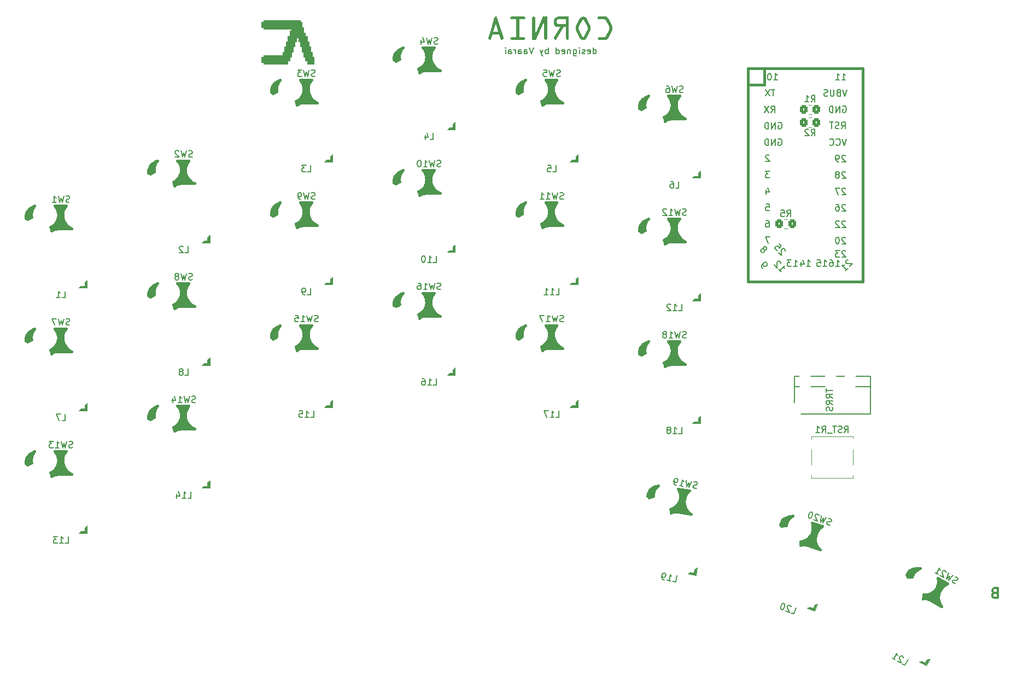
<source format=gbo>
G04 #@! TF.GenerationSoftware,KiCad,Pcbnew,8.0.1*
G04 #@! TF.CreationDate,2024-06-04T22:11:00+02:00*
G04 #@! TF.ProjectId,cornia,636f726e-6961-42e6-9b69-6361645f7063,rev?*
G04 #@! TF.SameCoordinates,Original*
G04 #@! TF.FileFunction,Legend,Bot*
G04 #@! TF.FilePolarity,Positive*
%FSLAX46Y46*%
G04 Gerber Fmt 4.6, Leading zero omitted, Abs format (unit mm)*
G04 Created by KiCad (PCBNEW 8.0.1) date 2024-06-04 22:11:00*
%MOMM*%
%LPD*%
G01*
G04 APERTURE LIST*
G04 Aperture macros list*
%AMRoundRect*
0 Rectangle with rounded corners*
0 $1 Rounding radius*
0 $2 $3 $4 $5 $6 $7 $8 $9 X,Y pos of 4 corners*
0 Add a 4 corners polygon primitive as box body*
4,1,4,$2,$3,$4,$5,$6,$7,$8,$9,$2,$3,0*
0 Add four circle primitives for the rounded corners*
1,1,$1+$1,$2,$3*
1,1,$1+$1,$4,$5*
1,1,$1+$1,$6,$7*
1,1,$1+$1,$8,$9*
0 Add four rect primitives between the rounded corners*
20,1,$1+$1,$2,$3,$4,$5,0*
20,1,$1+$1,$4,$5,$6,$7,0*
20,1,$1+$1,$6,$7,$8,$9,0*
20,1,$1+$1,$8,$9,$2,$3,0*%
%AMRotRect*
0 Rectangle, with rotation*
0 The origin of the aperture is its center*
0 $1 length*
0 $2 width*
0 $3 Rotation angle, in degrees counterclockwise*
0 Add horizontal line*
21,1,$1,$2,0,0,$3*%
%AMOutline5P*
0 Free polygon, 5 corners , with rotation*
0 The origin of the aperture is its center*
0 number of corners: always 5*
0 $1 to $10 corner X, Y*
0 $11 Rotation angle, in degrees counterclockwise*
0 create outline with 5 corners*
4,1,5,$1,$2,$3,$4,$5,$6,$7,$8,$9,$10,$1,$2,$11*%
%AMOutline6P*
0 Free polygon, 6 corners , with rotation*
0 The origin of the aperture is its center*
0 number of corners: always 6*
0 $1 to $12 corner X, Y*
0 $13 Rotation angle, in degrees counterclockwise*
0 create outline with 6 corners*
4,1,6,$1,$2,$3,$4,$5,$6,$7,$8,$9,$10,$11,$12,$1,$2,$13*%
%AMOutline7P*
0 Free polygon, 7 corners , with rotation*
0 The origin of the aperture is its center*
0 number of corners: always 7*
0 $1 to $14 corner X, Y*
0 $15 Rotation angle, in degrees counterclockwise*
0 create outline with 7 corners*
4,1,7,$1,$2,$3,$4,$5,$6,$7,$8,$9,$10,$11,$12,$13,$14,$1,$2,$15*%
%AMOutline8P*
0 Free polygon, 8 corners , with rotation*
0 The origin of the aperture is its center*
0 number of corners: always 8*
0 $1 to $16 corner X, Y*
0 $17 Rotation angle, in degrees counterclockwise*
0 create outline with 8 corners*
4,1,8,$1,$2,$3,$4,$5,$6,$7,$8,$9,$10,$11,$12,$13,$14,$15,$16,$1,$2,$17*%
G04 Aperture macros list end*
%ADD10C,0.016933*%
%ADD11C,0.160000*%
%ADD12C,0.300000*%
%ADD13C,0.400000*%
%ADD14C,0.050000*%
%ADD15C,0.150000*%
%ADD16C,0.381000*%
%ADD17C,0.120000*%
%ADD18C,1.900000*%
%ADD19C,3.000000*%
%ADD20C,4.100000*%
%ADD21Outline5P,-1.275000X1.250000X0.825000X1.250000X1.275000X0.800000X1.275000X-1.250000X-1.275000X-1.250000X180.000000*%
%ADD22R,2.550000X2.500000*%
%ADD23R,1.540000X0.825000*%
%ADD24R,1.540000X0.822500*%
%ADD25RotRect,1.540000X0.825000X330.970000*%
%ADD26RotRect,1.540000X0.822500X330.970000*%
%ADD27Outline5P,-1.275000X1.250000X0.825000X1.250000X1.275000X0.800000X1.275000X-1.250000X-1.275000X-1.250000X150.970000*%
%ADD28RotRect,2.550000X2.500000X150.970000*%
%ADD29C,5.000000*%
%ADD30RotRect,1.540000X0.825000X350.170000*%
%ADD31RotRect,1.540000X0.822500X350.170000*%
%ADD32Outline5P,-1.275000X1.250000X0.825000X1.250000X1.275000X0.800000X1.275000X-1.250000X-1.275000X-1.250000X160.570000*%
%ADD33RotRect,2.550000X2.500000X160.570000*%
%ADD34C,1.400000*%
%ADD35C,1.200000*%
%ADD36O,2.500000X1.700000*%
%ADD37RotRect,1.540000X0.825000X340.570000*%
%ADD38RotRect,1.540000X0.822500X340.570000*%
%ADD39Outline5P,-1.275000X1.250000X0.825000X1.250000X1.275000X0.800000X1.275000X-1.250000X-1.275000X-1.250000X170.171000*%
%ADD40RotRect,2.550000X2.500000X170.171000*%
%ADD41R,1.752600X1.752600*%
%ADD42C,1.752600*%
%ADD43RoundRect,0.250000X0.350000X0.450000X-0.350000X0.450000X-0.350000X-0.450000X0.350000X-0.450000X0*%
%ADD44R,2.800000X1.000000*%
G04 APERTURE END LIST*
D10*
X67187199Y-19761596D02*
X67458133Y-19761596D01*
X67458133Y-20574398D01*
X67729067Y-20574398D01*
X67729067Y-21387199D01*
X68000000Y-21387199D01*
X68000000Y-21929067D01*
X68270934Y-21929067D01*
X68270934Y-22741868D01*
X68541868Y-22741868D01*
X68541868Y-23554669D01*
X68812802Y-23554669D01*
X68812802Y-24367470D01*
X69083736Y-24367470D01*
X69083736Y-25180271D01*
X69354669Y-25180271D01*
X69354669Y-26264006D01*
X68270934Y-26264006D01*
X68270934Y-25722139D01*
X68000000Y-25722139D01*
X68000000Y-25180271D01*
X67729067Y-25180271D01*
X67729067Y-24367470D01*
X67458133Y-24367470D01*
X67458133Y-23554669D01*
X67187199Y-23554669D01*
X67187199Y-22741868D01*
X66916266Y-22741868D01*
X66916266Y-22200000D01*
X66645332Y-22200000D01*
X66645332Y-22741868D01*
X66374398Y-22741868D01*
X66374398Y-23554669D01*
X66103464Y-23554669D01*
X66103464Y-24367470D01*
X65832530Y-24367470D01*
X65832530Y-25180271D01*
X65561597Y-25180271D01*
X65561597Y-25722139D01*
X65290663Y-25722139D01*
X65290663Y-26264006D01*
X61497591Y-26264006D01*
X61497591Y-25993073D01*
X61226657Y-25993073D01*
X61226657Y-25180271D01*
X61497591Y-25180271D01*
X61497591Y-24909338D01*
X64477862Y-24909338D01*
X64477862Y-24367470D01*
X64748796Y-24367470D01*
X64748796Y-23554669D01*
X65019729Y-23554669D01*
X65019729Y-22741868D01*
X65290663Y-22741868D01*
X65290663Y-21929067D01*
X65561597Y-21929067D01*
X65561597Y-21116265D01*
X65832530Y-21116265D01*
X65832530Y-20845331D01*
X61497591Y-20845331D01*
X61497591Y-20574398D01*
X61226657Y-20574398D01*
X61226657Y-19761596D01*
X61497591Y-19761596D01*
X61497591Y-19490663D01*
X67187199Y-19490663D01*
X67187199Y-19761596D01*
G36*
X67187199Y-19761596D02*
G01*
X67458133Y-19761596D01*
X67458133Y-20574398D01*
X67729067Y-20574398D01*
X67729067Y-21387199D01*
X68000000Y-21387199D01*
X68000000Y-21929067D01*
X68270934Y-21929067D01*
X68270934Y-22741868D01*
X68541868Y-22741868D01*
X68541868Y-23554669D01*
X68812802Y-23554669D01*
X68812802Y-24367470D01*
X69083736Y-24367470D01*
X69083736Y-25180271D01*
X69354669Y-25180271D01*
X69354669Y-26264006D01*
X68270934Y-26264006D01*
X68270934Y-25722139D01*
X68000000Y-25722139D01*
X68000000Y-25180271D01*
X67729067Y-25180271D01*
X67729067Y-24367470D01*
X67458133Y-24367470D01*
X67458133Y-23554669D01*
X67187199Y-23554669D01*
X67187199Y-22741868D01*
X66916266Y-22741868D01*
X66916266Y-22200000D01*
X66645332Y-22200000D01*
X66645332Y-22741868D01*
X66374398Y-22741868D01*
X66374398Y-23554669D01*
X66103464Y-23554669D01*
X66103464Y-24367470D01*
X65832530Y-24367470D01*
X65832530Y-25180271D01*
X65561597Y-25180271D01*
X65561597Y-25722139D01*
X65290663Y-25722139D01*
X65290663Y-26264006D01*
X61497591Y-26264006D01*
X61497591Y-25993073D01*
X61226657Y-25993073D01*
X61226657Y-25180271D01*
X61497591Y-25180271D01*
X61497591Y-24909338D01*
X64477862Y-24909338D01*
X64477862Y-24367470D01*
X64748796Y-24367470D01*
X64748796Y-23554669D01*
X65019729Y-23554669D01*
X65019729Y-22741868D01*
X65290663Y-22741868D01*
X65290663Y-21929067D01*
X65561597Y-21929067D01*
X65561597Y-21116265D01*
X65832530Y-21116265D01*
X65832530Y-20845331D01*
X61497591Y-20845331D01*
X61497591Y-20574398D01*
X61226657Y-20574398D01*
X61226657Y-19761596D01*
X61497591Y-19761596D01*
X61497591Y-19490663D01*
X67187199Y-19490663D01*
X67187199Y-19761596D01*
G37*
D11*
X112571429Y-24669299D02*
X112571429Y-23669299D01*
X112571429Y-24621680D02*
X112666667Y-24669299D01*
X112666667Y-24669299D02*
X112857143Y-24669299D01*
X112857143Y-24669299D02*
X112952381Y-24621680D01*
X112952381Y-24621680D02*
X113000000Y-24574060D01*
X113000000Y-24574060D02*
X113047619Y-24478822D01*
X113047619Y-24478822D02*
X113047619Y-24193108D01*
X113047619Y-24193108D02*
X113000000Y-24097870D01*
X113000000Y-24097870D02*
X112952381Y-24050251D01*
X112952381Y-24050251D02*
X112857143Y-24002632D01*
X112857143Y-24002632D02*
X112666667Y-24002632D01*
X112666667Y-24002632D02*
X112571429Y-24050251D01*
X111714286Y-24621680D02*
X111809524Y-24669299D01*
X111809524Y-24669299D02*
X112000000Y-24669299D01*
X112000000Y-24669299D02*
X112095238Y-24621680D01*
X112095238Y-24621680D02*
X112142857Y-24526441D01*
X112142857Y-24526441D02*
X112142857Y-24145489D01*
X112142857Y-24145489D02*
X112095238Y-24050251D01*
X112095238Y-24050251D02*
X112000000Y-24002632D01*
X112000000Y-24002632D02*
X111809524Y-24002632D01*
X111809524Y-24002632D02*
X111714286Y-24050251D01*
X111714286Y-24050251D02*
X111666667Y-24145489D01*
X111666667Y-24145489D02*
X111666667Y-24240727D01*
X111666667Y-24240727D02*
X112142857Y-24335965D01*
X111285714Y-24621680D02*
X111190476Y-24669299D01*
X111190476Y-24669299D02*
X111000000Y-24669299D01*
X111000000Y-24669299D02*
X110904762Y-24621680D01*
X110904762Y-24621680D02*
X110857143Y-24526441D01*
X110857143Y-24526441D02*
X110857143Y-24478822D01*
X110857143Y-24478822D02*
X110904762Y-24383584D01*
X110904762Y-24383584D02*
X111000000Y-24335965D01*
X111000000Y-24335965D02*
X111142857Y-24335965D01*
X111142857Y-24335965D02*
X111238095Y-24288346D01*
X111238095Y-24288346D02*
X111285714Y-24193108D01*
X111285714Y-24193108D02*
X111285714Y-24145489D01*
X111285714Y-24145489D02*
X111238095Y-24050251D01*
X111238095Y-24050251D02*
X111142857Y-24002632D01*
X111142857Y-24002632D02*
X111000000Y-24002632D01*
X111000000Y-24002632D02*
X110904762Y-24050251D01*
X110428571Y-24669299D02*
X110428571Y-24002632D01*
X110428571Y-23669299D02*
X110476190Y-23716918D01*
X110476190Y-23716918D02*
X110428571Y-23764537D01*
X110428571Y-23764537D02*
X110380952Y-23716918D01*
X110380952Y-23716918D02*
X110428571Y-23669299D01*
X110428571Y-23669299D02*
X110428571Y-23764537D01*
X109523810Y-24002632D02*
X109523810Y-24812156D01*
X109523810Y-24812156D02*
X109571429Y-24907394D01*
X109571429Y-24907394D02*
X109619048Y-24955013D01*
X109619048Y-24955013D02*
X109714286Y-25002632D01*
X109714286Y-25002632D02*
X109857143Y-25002632D01*
X109857143Y-25002632D02*
X109952381Y-24955013D01*
X109523810Y-24621680D02*
X109619048Y-24669299D01*
X109619048Y-24669299D02*
X109809524Y-24669299D01*
X109809524Y-24669299D02*
X109904762Y-24621680D01*
X109904762Y-24621680D02*
X109952381Y-24574060D01*
X109952381Y-24574060D02*
X110000000Y-24478822D01*
X110000000Y-24478822D02*
X110000000Y-24193108D01*
X110000000Y-24193108D02*
X109952381Y-24097870D01*
X109952381Y-24097870D02*
X109904762Y-24050251D01*
X109904762Y-24050251D02*
X109809524Y-24002632D01*
X109809524Y-24002632D02*
X109619048Y-24002632D01*
X109619048Y-24002632D02*
X109523810Y-24050251D01*
X109047619Y-24002632D02*
X109047619Y-24669299D01*
X109047619Y-24097870D02*
X109000000Y-24050251D01*
X109000000Y-24050251D02*
X108904762Y-24002632D01*
X108904762Y-24002632D02*
X108761905Y-24002632D01*
X108761905Y-24002632D02*
X108666667Y-24050251D01*
X108666667Y-24050251D02*
X108619048Y-24145489D01*
X108619048Y-24145489D02*
X108619048Y-24669299D01*
X107761905Y-24621680D02*
X107857143Y-24669299D01*
X107857143Y-24669299D02*
X108047619Y-24669299D01*
X108047619Y-24669299D02*
X108142857Y-24621680D01*
X108142857Y-24621680D02*
X108190476Y-24526441D01*
X108190476Y-24526441D02*
X108190476Y-24145489D01*
X108190476Y-24145489D02*
X108142857Y-24050251D01*
X108142857Y-24050251D02*
X108047619Y-24002632D01*
X108047619Y-24002632D02*
X107857143Y-24002632D01*
X107857143Y-24002632D02*
X107761905Y-24050251D01*
X107761905Y-24050251D02*
X107714286Y-24145489D01*
X107714286Y-24145489D02*
X107714286Y-24240727D01*
X107714286Y-24240727D02*
X108190476Y-24335965D01*
X106857143Y-24669299D02*
X106857143Y-23669299D01*
X106857143Y-24621680D02*
X106952381Y-24669299D01*
X106952381Y-24669299D02*
X107142857Y-24669299D01*
X107142857Y-24669299D02*
X107238095Y-24621680D01*
X107238095Y-24621680D02*
X107285714Y-24574060D01*
X107285714Y-24574060D02*
X107333333Y-24478822D01*
X107333333Y-24478822D02*
X107333333Y-24193108D01*
X107333333Y-24193108D02*
X107285714Y-24097870D01*
X107285714Y-24097870D02*
X107238095Y-24050251D01*
X107238095Y-24050251D02*
X107142857Y-24002632D01*
X107142857Y-24002632D02*
X106952381Y-24002632D01*
X106952381Y-24002632D02*
X106857143Y-24050251D01*
X105619047Y-24669299D02*
X105619047Y-23669299D01*
X105619047Y-24050251D02*
X105523809Y-24002632D01*
X105523809Y-24002632D02*
X105333333Y-24002632D01*
X105333333Y-24002632D02*
X105238095Y-24050251D01*
X105238095Y-24050251D02*
X105190476Y-24097870D01*
X105190476Y-24097870D02*
X105142857Y-24193108D01*
X105142857Y-24193108D02*
X105142857Y-24478822D01*
X105142857Y-24478822D02*
X105190476Y-24574060D01*
X105190476Y-24574060D02*
X105238095Y-24621680D01*
X105238095Y-24621680D02*
X105333333Y-24669299D01*
X105333333Y-24669299D02*
X105523809Y-24669299D01*
X105523809Y-24669299D02*
X105619047Y-24621680D01*
X104809523Y-24002632D02*
X104571428Y-24669299D01*
X104333333Y-24002632D02*
X104571428Y-24669299D01*
X104571428Y-24669299D02*
X104666666Y-24907394D01*
X104666666Y-24907394D02*
X104714285Y-24955013D01*
X104714285Y-24955013D02*
X104809523Y-25002632D01*
X103333332Y-23669299D02*
X102999999Y-24669299D01*
X102999999Y-24669299D02*
X102666666Y-23669299D01*
X101904761Y-24669299D02*
X101904761Y-24145489D01*
X101904761Y-24145489D02*
X101952380Y-24050251D01*
X101952380Y-24050251D02*
X102047618Y-24002632D01*
X102047618Y-24002632D02*
X102238094Y-24002632D01*
X102238094Y-24002632D02*
X102333332Y-24050251D01*
X101904761Y-24621680D02*
X101999999Y-24669299D01*
X101999999Y-24669299D02*
X102238094Y-24669299D01*
X102238094Y-24669299D02*
X102333332Y-24621680D01*
X102333332Y-24621680D02*
X102380951Y-24526441D01*
X102380951Y-24526441D02*
X102380951Y-24431203D01*
X102380951Y-24431203D02*
X102333332Y-24335965D01*
X102333332Y-24335965D02*
X102238094Y-24288346D01*
X102238094Y-24288346D02*
X101999999Y-24288346D01*
X101999999Y-24288346D02*
X101904761Y-24240727D01*
X100999999Y-24669299D02*
X100999999Y-24145489D01*
X100999999Y-24145489D02*
X101047618Y-24050251D01*
X101047618Y-24050251D02*
X101142856Y-24002632D01*
X101142856Y-24002632D02*
X101333332Y-24002632D01*
X101333332Y-24002632D02*
X101428570Y-24050251D01*
X100999999Y-24621680D02*
X101095237Y-24669299D01*
X101095237Y-24669299D02*
X101333332Y-24669299D01*
X101333332Y-24669299D02*
X101428570Y-24621680D01*
X101428570Y-24621680D02*
X101476189Y-24526441D01*
X101476189Y-24526441D02*
X101476189Y-24431203D01*
X101476189Y-24431203D02*
X101428570Y-24335965D01*
X101428570Y-24335965D02*
X101333332Y-24288346D01*
X101333332Y-24288346D02*
X101095237Y-24288346D01*
X101095237Y-24288346D02*
X100999999Y-24240727D01*
X100523808Y-24669299D02*
X100523808Y-24002632D01*
X100523808Y-24193108D02*
X100476189Y-24097870D01*
X100476189Y-24097870D02*
X100428570Y-24050251D01*
X100428570Y-24050251D02*
X100333332Y-24002632D01*
X100333332Y-24002632D02*
X100238094Y-24002632D01*
X99476189Y-24669299D02*
X99476189Y-24145489D01*
X99476189Y-24145489D02*
X99523808Y-24050251D01*
X99523808Y-24050251D02*
X99619046Y-24002632D01*
X99619046Y-24002632D02*
X99809522Y-24002632D01*
X99809522Y-24002632D02*
X99904760Y-24050251D01*
X99476189Y-24621680D02*
X99571427Y-24669299D01*
X99571427Y-24669299D02*
X99809522Y-24669299D01*
X99809522Y-24669299D02*
X99904760Y-24621680D01*
X99904760Y-24621680D02*
X99952379Y-24526441D01*
X99952379Y-24526441D02*
X99952379Y-24431203D01*
X99952379Y-24431203D02*
X99904760Y-24335965D01*
X99904760Y-24335965D02*
X99809522Y-24288346D01*
X99809522Y-24288346D02*
X99571427Y-24288346D01*
X99571427Y-24288346D02*
X99476189Y-24240727D01*
X98999998Y-24669299D02*
X98999998Y-24002632D01*
X98999998Y-23669299D02*
X99047617Y-23716918D01*
X99047617Y-23716918D02*
X98999998Y-23764537D01*
X98999998Y-23764537D02*
X98952379Y-23716918D01*
X98952379Y-23716918D02*
X98999998Y-23669299D01*
X98999998Y-23669299D02*
X98999998Y-23764537D01*
G36*
X114306210Y-22082316D02*
G01*
X113472854Y-22082316D01*
X113306769Y-22146796D01*
X113236427Y-22301158D01*
X113306769Y-22456496D01*
X113472854Y-22520000D01*
X114335519Y-22520000D01*
X114535374Y-22485213D01*
X114676482Y-22421325D01*
X114840316Y-22299635D01*
X114920725Y-22191737D01*
X115454152Y-21155170D01*
X115523732Y-20971619D01*
X115558995Y-20769981D01*
X115561618Y-20696971D01*
X115544850Y-20497432D01*
X115489284Y-20308510D01*
X115460013Y-20247564D01*
X114920725Y-19225652D01*
X114791048Y-19066055D01*
X114681367Y-18988248D01*
X114492915Y-18909122D01*
X114368736Y-18893482D01*
X113456245Y-18893482D01*
X113293091Y-18957962D01*
X113225680Y-19109392D01*
X113293091Y-19265708D01*
X113456245Y-19331165D01*
X114335519Y-19331165D01*
X114505593Y-19438784D01*
X114514305Y-19454263D01*
X115025261Y-20404856D01*
X115081042Y-20593111D01*
X115085833Y-20681339D01*
X115060264Y-20879558D01*
X115020376Y-20981270D01*
X114530914Y-21944563D01*
X114378872Y-22078103D01*
X114306210Y-22082316D01*
G37*
G36*
X111100840Y-18896436D02*
G01*
X111306004Y-18948948D01*
X111470715Y-19067100D01*
X111584368Y-19229560D01*
X112095324Y-20258311D01*
X112124595Y-20322491D01*
X112180160Y-20515901D01*
X112196929Y-20713579D01*
X112195341Y-20776228D01*
X112164781Y-20982033D01*
X112095324Y-21166894D01*
X111584368Y-22183921D01*
X111512108Y-22293340D01*
X111363572Y-22424256D01*
X111227384Y-22489706D01*
X111031402Y-22520000D01*
X110960837Y-22517046D01*
X110754146Y-22464533D01*
X110591343Y-22346381D01*
X110482344Y-22183921D01*
X109974319Y-21166894D01*
X109949132Y-21113222D01*
X109887422Y-20918637D01*
X109866852Y-20713579D01*
X109867014Y-20707718D01*
X110334822Y-20707718D01*
X110342903Y-20807355D01*
X110403210Y-20998855D01*
X110897557Y-21990481D01*
X111032379Y-22082316D01*
X111172086Y-21990481D01*
X111664480Y-20998855D01*
X111701747Y-20901862D01*
X111729937Y-20707718D01*
X111722202Y-20610189D01*
X111664480Y-20419511D01*
X111185764Y-19439609D01*
X111032379Y-19331165D01*
X110886810Y-19439609D01*
X110403210Y-20419511D01*
X110367146Y-20506007D01*
X110334822Y-20707718D01*
X109867014Y-20707718D01*
X109868531Y-20652824D01*
X109900855Y-20448835D01*
X109974319Y-20258311D01*
X110482344Y-19229560D01*
X110515225Y-19169499D01*
X110652612Y-19011962D01*
X110832741Y-18920066D01*
X111031402Y-18893482D01*
X111100840Y-18896436D01*
G37*
G36*
X108805861Y-22290411D02*
G01*
X108738450Y-22453565D01*
X108575296Y-22520000D01*
X108409211Y-22452588D01*
X108338869Y-22288457D01*
X108338869Y-20519162D01*
X108006699Y-20519162D01*
X106921284Y-22375408D01*
X106886903Y-22424401D01*
X106712212Y-22520000D01*
X106550034Y-22452588D01*
X106478715Y-22291388D01*
X106522679Y-22148750D01*
X107467411Y-20519162D01*
X107173342Y-20519162D01*
X107035833Y-20506645D01*
X106848804Y-20440928D01*
X106684856Y-20318883D01*
X106595952Y-20213553D01*
X106510223Y-20036096D01*
X106482897Y-19844075D01*
X106942777Y-19844075D01*
X107010188Y-20013091D01*
X107173342Y-20081479D01*
X108344731Y-20081479D01*
X108344731Y-19331165D01*
X107173342Y-19331165D01*
X107010188Y-19400530D01*
X106942777Y-19568569D01*
X106942777Y-19844075D01*
X106482897Y-19844075D01*
X106481646Y-19835282D01*
X106481646Y-19577362D01*
X106494469Y-19442112D01*
X106561789Y-19257785D01*
X106686810Y-19095715D01*
X106793850Y-19007238D01*
X106972956Y-18921921D01*
X107174319Y-18893482D01*
X108805861Y-18893482D01*
X108805861Y-22290411D01*
G37*
G36*
X103106210Y-19127955D02*
G01*
X103106210Y-22520000D01*
X103727564Y-22520000D01*
X104969295Y-19706322D01*
X104969295Y-22291388D01*
X105036706Y-22453565D01*
X105200837Y-22520000D01*
X105363991Y-22453565D01*
X105431402Y-22290411D01*
X105431402Y-18893482D01*
X104818841Y-18893482D01*
X103574180Y-21707159D01*
X103574180Y-19127955D01*
X103503838Y-18963824D01*
X103337752Y-18893482D01*
X103173621Y-18961870D01*
X103106210Y-19127955D01*
G37*
G36*
X101825401Y-18893482D02*
G01*
X99956454Y-18893482D01*
X99796231Y-18957962D01*
X99725889Y-19109392D01*
X99795254Y-19265708D01*
X99956454Y-19331165D01*
X100654989Y-19331165D01*
X100654989Y-22082316D01*
X99956454Y-22082316D01*
X99793300Y-22146796D01*
X99725889Y-22301158D01*
X99795254Y-22456496D01*
X99956454Y-22520000D01*
X101825401Y-22520000D01*
X101988555Y-22456496D01*
X102055966Y-22301158D01*
X101988555Y-22146796D01*
X101825401Y-22082316D01*
X101117096Y-22082316D01*
X101117096Y-19331165D01*
X101825401Y-19331165D01*
X101988555Y-19266685D01*
X102055966Y-19115254D01*
X101988555Y-18957962D01*
X101825401Y-18893482D01*
G37*
G36*
X97598141Y-18914839D02*
G01*
X97722121Y-19074221D01*
X98657083Y-22199553D01*
X98670760Y-22283572D01*
X98605303Y-22451612D01*
X98437264Y-22520000D01*
X98304396Y-22478967D01*
X98236008Y-22392016D01*
X98032798Y-21707159D01*
X96980600Y-21707159D01*
X96793998Y-22348053D01*
X96744158Y-22445948D01*
X96562456Y-22520000D01*
X96412002Y-22452588D01*
X96345568Y-22289434D01*
X96356315Y-22221046D01*
X96632417Y-21269476D01*
X97115422Y-21269476D01*
X97893091Y-21269476D01*
X97497417Y-19956427D01*
X97115422Y-21269476D01*
X96632417Y-21269476D01*
X97277599Y-19045889D01*
X97312298Y-18972216D01*
X97491556Y-18893482D01*
X97598141Y-18914839D01*
G37*
D12*
X174714089Y-108103864D02*
X174499803Y-108175292D01*
X174499803Y-108175292D02*
X174428374Y-108246721D01*
X174428374Y-108246721D02*
X174356946Y-108389578D01*
X174356946Y-108389578D02*
X174356946Y-108603864D01*
X174356946Y-108603864D02*
X174428374Y-108746721D01*
X174428374Y-108746721D02*
X174499803Y-108818150D01*
X174499803Y-108818150D02*
X174642660Y-108889578D01*
X174642660Y-108889578D02*
X175214089Y-108889578D01*
X175214089Y-108889578D02*
X175214089Y-107389578D01*
X175214089Y-107389578D02*
X174714089Y-107389578D01*
X174714089Y-107389578D02*
X174571232Y-107461007D01*
X174571232Y-107461007D02*
X174499803Y-107532435D01*
X174499803Y-107532435D02*
X174428374Y-107675292D01*
X174428374Y-107675292D02*
X174428374Y-107818150D01*
X174428374Y-107818150D02*
X174499803Y-107961007D01*
X174499803Y-107961007D02*
X174571232Y-108032435D01*
X174571232Y-108032435D02*
X174714089Y-108103864D01*
X174714089Y-108103864D02*
X175214089Y-108103864D01*
D11*
X31978123Y-85610430D02*
X31835266Y-85658049D01*
X31835266Y-85658049D02*
X31597171Y-85658049D01*
X31597171Y-85658049D02*
X31501933Y-85610430D01*
X31501933Y-85610430D02*
X31454314Y-85562810D01*
X31454314Y-85562810D02*
X31406695Y-85467572D01*
X31406695Y-85467572D02*
X31406695Y-85372334D01*
X31406695Y-85372334D02*
X31454314Y-85277096D01*
X31454314Y-85277096D02*
X31501933Y-85229477D01*
X31501933Y-85229477D02*
X31597171Y-85181858D01*
X31597171Y-85181858D02*
X31787647Y-85134239D01*
X31787647Y-85134239D02*
X31882885Y-85086620D01*
X31882885Y-85086620D02*
X31930504Y-85039001D01*
X31930504Y-85039001D02*
X31978123Y-84943763D01*
X31978123Y-84943763D02*
X31978123Y-84848525D01*
X31978123Y-84848525D02*
X31930504Y-84753287D01*
X31930504Y-84753287D02*
X31882885Y-84705668D01*
X31882885Y-84705668D02*
X31787647Y-84658049D01*
X31787647Y-84658049D02*
X31549552Y-84658049D01*
X31549552Y-84658049D02*
X31406695Y-84705668D01*
X31073361Y-84658049D02*
X30835266Y-85658049D01*
X30835266Y-85658049D02*
X30644790Y-84943763D01*
X30644790Y-84943763D02*
X30454314Y-85658049D01*
X30454314Y-85658049D02*
X30216219Y-84658049D01*
X29311457Y-85658049D02*
X29882885Y-85658049D01*
X29597171Y-85658049D02*
X29597171Y-84658049D01*
X29597171Y-84658049D02*
X29692409Y-84800906D01*
X29692409Y-84800906D02*
X29787647Y-84896144D01*
X29787647Y-84896144D02*
X29882885Y-84943763D01*
X28978123Y-84658049D02*
X28359076Y-84658049D01*
X28359076Y-84658049D02*
X28692409Y-85039001D01*
X28692409Y-85039001D02*
X28549552Y-85039001D01*
X28549552Y-85039001D02*
X28454314Y-85086620D01*
X28454314Y-85086620D02*
X28406695Y-85134239D01*
X28406695Y-85134239D02*
X28359076Y-85229477D01*
X28359076Y-85229477D02*
X28359076Y-85467572D01*
X28359076Y-85467572D02*
X28406695Y-85562810D01*
X28406695Y-85562810D02*
X28454314Y-85610430D01*
X28454314Y-85610430D02*
X28549552Y-85658049D01*
X28549552Y-85658049D02*
X28835266Y-85658049D01*
X28835266Y-85658049D02*
X28930504Y-85610430D01*
X28930504Y-85610430D02*
X28978123Y-85562810D01*
X126978123Y-68610430D02*
X126835266Y-68658049D01*
X126835266Y-68658049D02*
X126597171Y-68658049D01*
X126597171Y-68658049D02*
X126501933Y-68610430D01*
X126501933Y-68610430D02*
X126454314Y-68562810D01*
X126454314Y-68562810D02*
X126406695Y-68467572D01*
X126406695Y-68467572D02*
X126406695Y-68372334D01*
X126406695Y-68372334D02*
X126454314Y-68277096D01*
X126454314Y-68277096D02*
X126501933Y-68229477D01*
X126501933Y-68229477D02*
X126597171Y-68181858D01*
X126597171Y-68181858D02*
X126787647Y-68134239D01*
X126787647Y-68134239D02*
X126882885Y-68086620D01*
X126882885Y-68086620D02*
X126930504Y-68039001D01*
X126930504Y-68039001D02*
X126978123Y-67943763D01*
X126978123Y-67943763D02*
X126978123Y-67848525D01*
X126978123Y-67848525D02*
X126930504Y-67753287D01*
X126930504Y-67753287D02*
X126882885Y-67705668D01*
X126882885Y-67705668D02*
X126787647Y-67658049D01*
X126787647Y-67658049D02*
X126549552Y-67658049D01*
X126549552Y-67658049D02*
X126406695Y-67705668D01*
X126073361Y-67658049D02*
X125835266Y-68658049D01*
X125835266Y-68658049D02*
X125644790Y-67943763D01*
X125644790Y-67943763D02*
X125454314Y-68658049D01*
X125454314Y-68658049D02*
X125216219Y-67658049D01*
X124311457Y-68658049D02*
X124882885Y-68658049D01*
X124597171Y-68658049D02*
X124597171Y-67658049D01*
X124597171Y-67658049D02*
X124692409Y-67800906D01*
X124692409Y-67800906D02*
X124787647Y-67896144D01*
X124787647Y-67896144D02*
X124882885Y-67943763D01*
X123740028Y-68086620D02*
X123835266Y-68039001D01*
X123835266Y-68039001D02*
X123882885Y-67991382D01*
X123882885Y-67991382D02*
X123930504Y-67896144D01*
X123930504Y-67896144D02*
X123930504Y-67848525D01*
X123930504Y-67848525D02*
X123882885Y-67753287D01*
X123882885Y-67753287D02*
X123835266Y-67705668D01*
X123835266Y-67705668D02*
X123740028Y-67658049D01*
X123740028Y-67658049D02*
X123549552Y-67658049D01*
X123549552Y-67658049D02*
X123454314Y-67705668D01*
X123454314Y-67705668D02*
X123406695Y-67753287D01*
X123406695Y-67753287D02*
X123359076Y-67848525D01*
X123359076Y-67848525D02*
X123359076Y-67896144D01*
X123359076Y-67896144D02*
X123406695Y-67991382D01*
X123406695Y-67991382D02*
X123454314Y-68039001D01*
X123454314Y-68039001D02*
X123549552Y-68086620D01*
X123549552Y-68086620D02*
X123740028Y-68086620D01*
X123740028Y-68086620D02*
X123835266Y-68134239D01*
X123835266Y-68134239D02*
X123882885Y-68181858D01*
X123882885Y-68181858D02*
X123930504Y-68277096D01*
X123930504Y-68277096D02*
X123930504Y-68467572D01*
X123930504Y-68467572D02*
X123882885Y-68562810D01*
X123882885Y-68562810D02*
X123835266Y-68610430D01*
X123835266Y-68610430D02*
X123740028Y-68658049D01*
X123740028Y-68658049D02*
X123549552Y-68658049D01*
X123549552Y-68658049D02*
X123454314Y-68610430D01*
X123454314Y-68610430D02*
X123406695Y-68562810D01*
X123406695Y-68562810D02*
X123359076Y-68467572D01*
X123359076Y-68467572D02*
X123359076Y-68277096D01*
X123359076Y-68277096D02*
X123406695Y-68181858D01*
X123406695Y-68181858D02*
X123454314Y-68134239D01*
X123454314Y-68134239D02*
X123549552Y-68086620D01*
X30335266Y-81433049D02*
X30811456Y-81433049D01*
X30811456Y-81433049D02*
X30811456Y-80433049D01*
X30097170Y-80433049D02*
X29430504Y-80433049D01*
X29430504Y-80433049D02*
X29859075Y-81433049D01*
X31501932Y-66610430D02*
X31359075Y-66658049D01*
X31359075Y-66658049D02*
X31120980Y-66658049D01*
X31120980Y-66658049D02*
X31025742Y-66610430D01*
X31025742Y-66610430D02*
X30978123Y-66562810D01*
X30978123Y-66562810D02*
X30930504Y-66467572D01*
X30930504Y-66467572D02*
X30930504Y-66372334D01*
X30930504Y-66372334D02*
X30978123Y-66277096D01*
X30978123Y-66277096D02*
X31025742Y-66229477D01*
X31025742Y-66229477D02*
X31120980Y-66181858D01*
X31120980Y-66181858D02*
X31311456Y-66134239D01*
X31311456Y-66134239D02*
X31406694Y-66086620D01*
X31406694Y-66086620D02*
X31454313Y-66039001D01*
X31454313Y-66039001D02*
X31501932Y-65943763D01*
X31501932Y-65943763D02*
X31501932Y-65848525D01*
X31501932Y-65848525D02*
X31454313Y-65753287D01*
X31454313Y-65753287D02*
X31406694Y-65705668D01*
X31406694Y-65705668D02*
X31311456Y-65658049D01*
X31311456Y-65658049D02*
X31073361Y-65658049D01*
X31073361Y-65658049D02*
X30930504Y-65705668D01*
X30597170Y-65658049D02*
X30359075Y-66658049D01*
X30359075Y-66658049D02*
X30168599Y-65943763D01*
X30168599Y-65943763D02*
X29978123Y-66658049D01*
X29978123Y-66658049D02*
X29740028Y-65658049D01*
X29454313Y-65658049D02*
X28787647Y-65658049D01*
X28787647Y-65658049D02*
X29216218Y-66658049D01*
X160442635Y-119082057D02*
X160858999Y-119313137D01*
X160858999Y-119313137D02*
X161344267Y-118438771D01*
X160631867Y-118152316D02*
X160613339Y-118087572D01*
X160613339Y-118087572D02*
X160553174Y-117999719D01*
X160553174Y-117999719D02*
X160344992Y-117884179D01*
X160344992Y-117884179D02*
X160238611Y-117879600D01*
X160238611Y-117879600D02*
X160173866Y-117898128D01*
X160173866Y-117898128D02*
X160086014Y-117958293D01*
X160086014Y-117958293D02*
X160039798Y-118041566D01*
X160039798Y-118041566D02*
X160012110Y-118189584D01*
X160012110Y-118189584D02*
X160234452Y-118966517D01*
X160234452Y-118966517D02*
X159693178Y-118666113D01*
X158860449Y-118203954D02*
X159360087Y-118481249D01*
X159110268Y-118342601D02*
X159595535Y-117468236D01*
X159595535Y-117468236D02*
X159609484Y-117639361D01*
X159609484Y-117639361D02*
X159646541Y-117768850D01*
X159646541Y-117768850D02*
X159706706Y-117856702D01*
X49335266Y-55433049D02*
X49811456Y-55433049D01*
X49811456Y-55433049D02*
X49811456Y-54433049D01*
X49049551Y-54528287D02*
X49001932Y-54480668D01*
X49001932Y-54480668D02*
X48906694Y-54433049D01*
X48906694Y-54433049D02*
X48668599Y-54433049D01*
X48668599Y-54433049D02*
X48573361Y-54480668D01*
X48573361Y-54480668D02*
X48525742Y-54528287D01*
X48525742Y-54528287D02*
X48478123Y-54623525D01*
X48478123Y-54623525D02*
X48478123Y-54718763D01*
X48478123Y-54718763D02*
X48525742Y-54861620D01*
X48525742Y-54861620D02*
X49097170Y-55433049D01*
X49097170Y-55433049D02*
X48478123Y-55433049D01*
X168655664Y-106687812D02*
X168507647Y-106660124D01*
X168507647Y-106660124D02*
X168299464Y-106544584D01*
X168299464Y-106544584D02*
X168239299Y-106456732D01*
X168239299Y-106456732D02*
X168220771Y-106391987D01*
X168220771Y-106391987D02*
X168225350Y-106285607D01*
X168225350Y-106285607D02*
X168271566Y-106202334D01*
X168271566Y-106202334D02*
X168359419Y-106142169D01*
X168359419Y-106142169D02*
X168424163Y-106123640D01*
X168424163Y-106123640D02*
X168530544Y-106128220D01*
X168530544Y-106128220D02*
X168720198Y-106179015D01*
X168720198Y-106179015D02*
X168826579Y-106183595D01*
X168826579Y-106183595D02*
X168891323Y-106165066D01*
X168891323Y-106165066D02*
X168979176Y-106104901D01*
X168979176Y-106104901D02*
X169025392Y-106021628D01*
X169025392Y-106021628D02*
X169029971Y-105915247D01*
X169029971Y-105915247D02*
X169011443Y-105850503D01*
X169011443Y-105850503D02*
X168951278Y-105762651D01*
X168951278Y-105762651D02*
X168743095Y-105647111D01*
X168743095Y-105647111D02*
X168595078Y-105619423D01*
X168326731Y-105416031D02*
X167633281Y-106174857D01*
X167633281Y-106174857D02*
X167813355Y-105457878D01*
X167813355Y-105457878D02*
X167300189Y-105989993D01*
X167300189Y-105989993D02*
X167577274Y-105000087D01*
X167239603Y-104921604D02*
X167221075Y-104856860D01*
X167221075Y-104856860D02*
X167160910Y-104769008D01*
X167160910Y-104769008D02*
X166952728Y-104653468D01*
X166952728Y-104653468D02*
X166846347Y-104648888D01*
X166846347Y-104648888D02*
X166781602Y-104667417D01*
X166781602Y-104667417D02*
X166693750Y-104727582D01*
X166693750Y-104727582D02*
X166647534Y-104810855D01*
X166647534Y-104810855D02*
X166619846Y-104958872D01*
X166619846Y-104958872D02*
X166842188Y-105735805D01*
X166842188Y-105735805D02*
X166300914Y-105435402D01*
X165468185Y-104973242D02*
X165967822Y-105250538D01*
X165718004Y-105111890D02*
X166203271Y-104237524D01*
X166203271Y-104237524D02*
X166217220Y-104408649D01*
X166217220Y-104408649D02*
X166254277Y-104538138D01*
X166254277Y-104538138D02*
X166314442Y-104625991D01*
X106811457Y-80933049D02*
X107287647Y-80933049D01*
X107287647Y-80933049D02*
X107287647Y-79933049D01*
X105954314Y-80933049D02*
X106525742Y-80933049D01*
X106240028Y-80933049D02*
X106240028Y-79933049D01*
X106240028Y-79933049D02*
X106335266Y-80075906D01*
X106335266Y-80075906D02*
X106430504Y-80171144D01*
X106430504Y-80171144D02*
X106525742Y-80218763D01*
X105620980Y-79933049D02*
X104954314Y-79933049D01*
X104954314Y-79933049D02*
X105382885Y-80933049D01*
X87811457Y-75933049D02*
X88287647Y-75933049D01*
X88287647Y-75933049D02*
X88287647Y-74933049D01*
X86954314Y-75933049D02*
X87525742Y-75933049D01*
X87240028Y-75933049D02*
X87240028Y-74933049D01*
X87240028Y-74933049D02*
X87335266Y-75075906D01*
X87335266Y-75075906D02*
X87430504Y-75171144D01*
X87430504Y-75171144D02*
X87525742Y-75218763D01*
X86097171Y-74933049D02*
X86287647Y-74933049D01*
X86287647Y-74933049D02*
X86382885Y-74980668D01*
X86382885Y-74980668D02*
X86430504Y-75028287D01*
X86430504Y-75028287D02*
X86525742Y-75171144D01*
X86525742Y-75171144D02*
X86573361Y-75361620D01*
X86573361Y-75361620D02*
X86573361Y-75742572D01*
X86573361Y-75742572D02*
X86525742Y-75837810D01*
X86525742Y-75837810D02*
X86478123Y-75885430D01*
X86478123Y-75885430D02*
X86382885Y-75933049D01*
X86382885Y-75933049D02*
X86192409Y-75933049D01*
X86192409Y-75933049D02*
X86097171Y-75885430D01*
X86097171Y-75885430D02*
X86049552Y-75837810D01*
X86049552Y-75837810D02*
X86001933Y-75742572D01*
X86001933Y-75742572D02*
X86001933Y-75504477D01*
X86001933Y-75504477D02*
X86049552Y-75409239D01*
X86049552Y-75409239D02*
X86097171Y-75361620D01*
X86097171Y-75361620D02*
X86192409Y-75314001D01*
X86192409Y-75314001D02*
X86382885Y-75314001D01*
X86382885Y-75314001D02*
X86478123Y-75361620D01*
X86478123Y-75361620D02*
X86525742Y-75409239D01*
X86525742Y-75409239D02*
X86573361Y-75504477D01*
X125335266Y-45433049D02*
X125811456Y-45433049D01*
X125811456Y-45433049D02*
X125811456Y-44433049D01*
X124573361Y-44433049D02*
X124763837Y-44433049D01*
X124763837Y-44433049D02*
X124859075Y-44480668D01*
X124859075Y-44480668D02*
X124906694Y-44528287D01*
X124906694Y-44528287D02*
X125001932Y-44671144D01*
X125001932Y-44671144D02*
X125049551Y-44861620D01*
X125049551Y-44861620D02*
X125049551Y-45242572D01*
X125049551Y-45242572D02*
X125001932Y-45337810D01*
X125001932Y-45337810D02*
X124954313Y-45385430D01*
X124954313Y-45385430D02*
X124859075Y-45433049D01*
X124859075Y-45433049D02*
X124668599Y-45433049D01*
X124668599Y-45433049D02*
X124573361Y-45385430D01*
X124573361Y-45385430D02*
X124525742Y-45337810D01*
X124525742Y-45337810D02*
X124478123Y-45242572D01*
X124478123Y-45242572D02*
X124478123Y-45004477D01*
X124478123Y-45004477D02*
X124525742Y-44909239D01*
X124525742Y-44909239D02*
X124573361Y-44861620D01*
X124573361Y-44861620D02*
X124668599Y-44814001D01*
X124668599Y-44814001D02*
X124859075Y-44814001D01*
X124859075Y-44814001D02*
X124954313Y-44861620D01*
X124954313Y-44861620D02*
X125001932Y-44909239D01*
X125001932Y-44909239D02*
X125049551Y-45004477D01*
X124889870Y-106319105D02*
X125359069Y-106400402D01*
X125359069Y-106400402D02*
X125529795Y-105415084D01*
X124045311Y-106172768D02*
X124608350Y-106270326D01*
X124326830Y-106221547D02*
X124497556Y-105236228D01*
X124497556Y-105236228D02*
X124567006Y-105393248D01*
X124567006Y-105393248D02*
X124644587Y-105503347D01*
X124644587Y-105503347D02*
X124730297Y-105566527D01*
X123576111Y-106091471D02*
X123388432Y-106058951D01*
X123388432Y-106058951D02*
X123302721Y-105995772D01*
X123302721Y-105995772D02*
X123263931Y-105940722D01*
X123263931Y-105940722D02*
X123194481Y-105783703D01*
X123194481Y-105783703D02*
X123180080Y-105587893D01*
X123180080Y-105587893D02*
X123245118Y-105212534D01*
X123245118Y-105212534D02*
X123308298Y-105126824D01*
X123308298Y-105126824D02*
X123363347Y-105088034D01*
X123363347Y-105088034D02*
X123465317Y-105057373D01*
X123465317Y-105057373D02*
X123652997Y-105089892D01*
X123652997Y-105089892D02*
X123738707Y-105153072D01*
X123738707Y-105153072D02*
X123777497Y-105208122D01*
X123777497Y-105208122D02*
X123808157Y-105310091D01*
X123808157Y-105310091D02*
X123767509Y-105544691D01*
X123767509Y-105544691D02*
X123704329Y-105630401D01*
X123704329Y-105630401D02*
X123649279Y-105669191D01*
X123649279Y-105669191D02*
X123547310Y-105699852D01*
X123547310Y-105699852D02*
X123359630Y-105667332D01*
X123359630Y-105667332D02*
X123273920Y-105604153D01*
X123273920Y-105604153D02*
X123235130Y-105549103D01*
X123235130Y-105549103D02*
X123204469Y-105447134D01*
X88501932Y-23110430D02*
X88359075Y-23158049D01*
X88359075Y-23158049D02*
X88120980Y-23158049D01*
X88120980Y-23158049D02*
X88025742Y-23110430D01*
X88025742Y-23110430D02*
X87978123Y-23062810D01*
X87978123Y-23062810D02*
X87930504Y-22967572D01*
X87930504Y-22967572D02*
X87930504Y-22872334D01*
X87930504Y-22872334D02*
X87978123Y-22777096D01*
X87978123Y-22777096D02*
X88025742Y-22729477D01*
X88025742Y-22729477D02*
X88120980Y-22681858D01*
X88120980Y-22681858D02*
X88311456Y-22634239D01*
X88311456Y-22634239D02*
X88406694Y-22586620D01*
X88406694Y-22586620D02*
X88454313Y-22539001D01*
X88454313Y-22539001D02*
X88501932Y-22443763D01*
X88501932Y-22443763D02*
X88501932Y-22348525D01*
X88501932Y-22348525D02*
X88454313Y-22253287D01*
X88454313Y-22253287D02*
X88406694Y-22205668D01*
X88406694Y-22205668D02*
X88311456Y-22158049D01*
X88311456Y-22158049D02*
X88073361Y-22158049D01*
X88073361Y-22158049D02*
X87930504Y-22205668D01*
X87597170Y-22158049D02*
X87359075Y-23158049D01*
X87359075Y-23158049D02*
X87168599Y-22443763D01*
X87168599Y-22443763D02*
X86978123Y-23158049D01*
X86978123Y-23158049D02*
X86740028Y-22158049D01*
X85930504Y-22491382D02*
X85930504Y-23158049D01*
X86168599Y-22110430D02*
X86406694Y-22824715D01*
X86406694Y-22824715D02*
X85787647Y-22824715D01*
X68335266Y-61933049D02*
X68811456Y-61933049D01*
X68811456Y-61933049D02*
X68811456Y-60933049D01*
X67954313Y-61933049D02*
X67763837Y-61933049D01*
X67763837Y-61933049D02*
X67668599Y-61885430D01*
X67668599Y-61885430D02*
X67620980Y-61837810D01*
X67620980Y-61837810D02*
X67525742Y-61694953D01*
X67525742Y-61694953D02*
X67478123Y-61504477D01*
X67478123Y-61504477D02*
X67478123Y-61123525D01*
X67478123Y-61123525D02*
X67525742Y-61028287D01*
X67525742Y-61028287D02*
X67573361Y-60980668D01*
X67573361Y-60980668D02*
X67668599Y-60933049D01*
X67668599Y-60933049D02*
X67859075Y-60933049D01*
X67859075Y-60933049D02*
X67954313Y-60980668D01*
X67954313Y-60980668D02*
X68001932Y-61028287D01*
X68001932Y-61028287D02*
X68049551Y-61123525D01*
X68049551Y-61123525D02*
X68049551Y-61361620D01*
X68049551Y-61361620D02*
X68001932Y-61456858D01*
X68001932Y-61456858D02*
X67954313Y-61504477D01*
X67954313Y-61504477D02*
X67859075Y-61552096D01*
X67859075Y-61552096D02*
X67668599Y-61552096D01*
X67668599Y-61552096D02*
X67573361Y-61504477D01*
X67573361Y-61504477D02*
X67525742Y-61456858D01*
X67525742Y-61456858D02*
X67478123Y-61361620D01*
X149229706Y-97615497D02*
X149079145Y-97612882D01*
X149079145Y-97612882D02*
X148854609Y-97533679D01*
X148854609Y-97533679D02*
X148780636Y-97457090D01*
X148780636Y-97457090D02*
X148751569Y-97396342D01*
X148751569Y-97396342D02*
X148738344Y-97290687D01*
X148738344Y-97290687D02*
X148770025Y-97200873D01*
X148770025Y-97200873D02*
X148846614Y-97126900D01*
X148846614Y-97126900D02*
X148907361Y-97097833D01*
X148907361Y-97097833D02*
X149013016Y-97084608D01*
X149013016Y-97084608D02*
X149208485Y-97103064D01*
X149208485Y-97103064D02*
X149314140Y-97089838D01*
X149314140Y-97089838D02*
X149374888Y-97060772D01*
X149374888Y-97060772D02*
X149451476Y-96986798D01*
X149451476Y-96986798D02*
X149483158Y-96896984D01*
X149483158Y-96896984D02*
X149469932Y-96791329D01*
X149469932Y-96791329D02*
X149440866Y-96730581D01*
X149440866Y-96730581D02*
X149366892Y-96653993D01*
X149366892Y-96653993D02*
X149142357Y-96574789D01*
X149142357Y-96574789D02*
X148991795Y-96572174D01*
X148693286Y-96416382D02*
X148136096Y-97280227D01*
X148136096Y-97280227D02*
X148194078Y-96543258D01*
X148194078Y-96543258D02*
X147776839Y-97153501D01*
X147776839Y-97153501D02*
X147884959Y-96131249D01*
X147538928Y-96110178D02*
X147509862Y-96049431D01*
X147509862Y-96049431D02*
X147435888Y-95972842D01*
X147435888Y-95972842D02*
X147211353Y-95893639D01*
X147211353Y-95893639D02*
X147105698Y-95906864D01*
X147105698Y-95906864D02*
X147044950Y-95935931D01*
X147044950Y-95935931D02*
X146968362Y-96009904D01*
X146968362Y-96009904D02*
X146936680Y-96099718D01*
X146936680Y-96099718D02*
X146934065Y-96250280D01*
X146934065Y-96250280D02*
X147282862Y-96979254D01*
X147282862Y-96979254D02*
X146699070Y-96773324D01*
X146447932Y-95624346D02*
X146358118Y-95592665D01*
X146358118Y-95592665D02*
X146252463Y-95605891D01*
X146252463Y-95605891D02*
X146191716Y-95634957D01*
X146191716Y-95634957D02*
X146115127Y-95708931D01*
X146115127Y-95708931D02*
X146006857Y-95872718D01*
X146006857Y-95872718D02*
X145927654Y-96097253D01*
X145927654Y-96097253D02*
X145909198Y-96292723D01*
X145909198Y-96292723D02*
X145922424Y-96398377D01*
X145922424Y-96398377D02*
X145951490Y-96459125D01*
X145951490Y-96459125D02*
X146025463Y-96535714D01*
X146025463Y-96535714D02*
X146115277Y-96567395D01*
X146115277Y-96567395D02*
X146220932Y-96554169D01*
X146220932Y-96554169D02*
X146281680Y-96525103D01*
X146281680Y-96525103D02*
X146358269Y-96451130D01*
X146358269Y-96451130D02*
X146466539Y-96287342D01*
X146466539Y-96287342D02*
X146545742Y-96062807D01*
X146545742Y-96062807D02*
X146564198Y-95867338D01*
X146564198Y-95867338D02*
X146550972Y-95761683D01*
X146550972Y-95761683D02*
X146521906Y-95700935D01*
X146521906Y-95700935D02*
X146447932Y-95624346D01*
X69501932Y-28110430D02*
X69359075Y-28158049D01*
X69359075Y-28158049D02*
X69120980Y-28158049D01*
X69120980Y-28158049D02*
X69025742Y-28110430D01*
X69025742Y-28110430D02*
X68978123Y-28062810D01*
X68978123Y-28062810D02*
X68930504Y-27967572D01*
X68930504Y-27967572D02*
X68930504Y-27872334D01*
X68930504Y-27872334D02*
X68978123Y-27777096D01*
X68978123Y-27777096D02*
X69025742Y-27729477D01*
X69025742Y-27729477D02*
X69120980Y-27681858D01*
X69120980Y-27681858D02*
X69311456Y-27634239D01*
X69311456Y-27634239D02*
X69406694Y-27586620D01*
X69406694Y-27586620D02*
X69454313Y-27539001D01*
X69454313Y-27539001D02*
X69501932Y-27443763D01*
X69501932Y-27443763D02*
X69501932Y-27348525D01*
X69501932Y-27348525D02*
X69454313Y-27253287D01*
X69454313Y-27253287D02*
X69406694Y-27205668D01*
X69406694Y-27205668D02*
X69311456Y-27158049D01*
X69311456Y-27158049D02*
X69073361Y-27158049D01*
X69073361Y-27158049D02*
X68930504Y-27205668D01*
X68597170Y-27158049D02*
X68359075Y-28158049D01*
X68359075Y-28158049D02*
X68168599Y-27443763D01*
X68168599Y-27443763D02*
X67978123Y-28158049D01*
X67978123Y-28158049D02*
X67740028Y-27158049D01*
X67454313Y-27158049D02*
X66835266Y-27158049D01*
X66835266Y-27158049D02*
X67168599Y-27539001D01*
X67168599Y-27539001D02*
X67025742Y-27539001D01*
X67025742Y-27539001D02*
X66930504Y-27586620D01*
X66930504Y-27586620D02*
X66882885Y-27634239D01*
X66882885Y-27634239D02*
X66835266Y-27729477D01*
X66835266Y-27729477D02*
X66835266Y-27967572D01*
X66835266Y-27967572D02*
X66882885Y-28062810D01*
X66882885Y-28062810D02*
X66930504Y-28110430D01*
X66930504Y-28110430D02*
X67025742Y-28158049D01*
X67025742Y-28158049D02*
X67311456Y-28158049D01*
X67311456Y-28158049D02*
X67406694Y-28110430D01*
X67406694Y-28110430D02*
X67454313Y-28062810D01*
X88978123Y-61110430D02*
X88835266Y-61158049D01*
X88835266Y-61158049D02*
X88597171Y-61158049D01*
X88597171Y-61158049D02*
X88501933Y-61110430D01*
X88501933Y-61110430D02*
X88454314Y-61062810D01*
X88454314Y-61062810D02*
X88406695Y-60967572D01*
X88406695Y-60967572D02*
X88406695Y-60872334D01*
X88406695Y-60872334D02*
X88454314Y-60777096D01*
X88454314Y-60777096D02*
X88501933Y-60729477D01*
X88501933Y-60729477D02*
X88597171Y-60681858D01*
X88597171Y-60681858D02*
X88787647Y-60634239D01*
X88787647Y-60634239D02*
X88882885Y-60586620D01*
X88882885Y-60586620D02*
X88930504Y-60539001D01*
X88930504Y-60539001D02*
X88978123Y-60443763D01*
X88978123Y-60443763D02*
X88978123Y-60348525D01*
X88978123Y-60348525D02*
X88930504Y-60253287D01*
X88930504Y-60253287D02*
X88882885Y-60205668D01*
X88882885Y-60205668D02*
X88787647Y-60158049D01*
X88787647Y-60158049D02*
X88549552Y-60158049D01*
X88549552Y-60158049D02*
X88406695Y-60205668D01*
X88073361Y-60158049D02*
X87835266Y-61158049D01*
X87835266Y-61158049D02*
X87644790Y-60443763D01*
X87644790Y-60443763D02*
X87454314Y-61158049D01*
X87454314Y-61158049D02*
X87216219Y-60158049D01*
X86311457Y-61158049D02*
X86882885Y-61158049D01*
X86597171Y-61158049D02*
X86597171Y-60158049D01*
X86597171Y-60158049D02*
X86692409Y-60300906D01*
X86692409Y-60300906D02*
X86787647Y-60396144D01*
X86787647Y-60396144D02*
X86882885Y-60443763D01*
X85454314Y-60158049D02*
X85644790Y-60158049D01*
X85644790Y-60158049D02*
X85740028Y-60205668D01*
X85740028Y-60205668D02*
X85787647Y-60253287D01*
X85787647Y-60253287D02*
X85882885Y-60396144D01*
X85882885Y-60396144D02*
X85930504Y-60586620D01*
X85930504Y-60586620D02*
X85930504Y-60967572D01*
X85930504Y-60967572D02*
X85882885Y-61062810D01*
X85882885Y-61062810D02*
X85835266Y-61110430D01*
X85835266Y-61110430D02*
X85740028Y-61158049D01*
X85740028Y-61158049D02*
X85549552Y-61158049D01*
X85549552Y-61158049D02*
X85454314Y-61110430D01*
X85454314Y-61110430D02*
X85406695Y-61062810D01*
X85406695Y-61062810D02*
X85359076Y-60967572D01*
X85359076Y-60967572D02*
X85359076Y-60729477D01*
X85359076Y-60729477D02*
X85406695Y-60634239D01*
X85406695Y-60634239D02*
X85454314Y-60586620D01*
X85454314Y-60586620D02*
X85549552Y-60539001D01*
X85549552Y-60539001D02*
X85740028Y-60539001D01*
X85740028Y-60539001D02*
X85835266Y-60586620D01*
X85835266Y-60586620D02*
X85882885Y-60634239D01*
X85882885Y-60634239D02*
X85930504Y-60729477D01*
X50978123Y-78610430D02*
X50835266Y-78658049D01*
X50835266Y-78658049D02*
X50597171Y-78658049D01*
X50597171Y-78658049D02*
X50501933Y-78610430D01*
X50501933Y-78610430D02*
X50454314Y-78562810D01*
X50454314Y-78562810D02*
X50406695Y-78467572D01*
X50406695Y-78467572D02*
X50406695Y-78372334D01*
X50406695Y-78372334D02*
X50454314Y-78277096D01*
X50454314Y-78277096D02*
X50501933Y-78229477D01*
X50501933Y-78229477D02*
X50597171Y-78181858D01*
X50597171Y-78181858D02*
X50787647Y-78134239D01*
X50787647Y-78134239D02*
X50882885Y-78086620D01*
X50882885Y-78086620D02*
X50930504Y-78039001D01*
X50930504Y-78039001D02*
X50978123Y-77943763D01*
X50978123Y-77943763D02*
X50978123Y-77848525D01*
X50978123Y-77848525D02*
X50930504Y-77753287D01*
X50930504Y-77753287D02*
X50882885Y-77705668D01*
X50882885Y-77705668D02*
X50787647Y-77658049D01*
X50787647Y-77658049D02*
X50549552Y-77658049D01*
X50549552Y-77658049D02*
X50406695Y-77705668D01*
X50073361Y-77658049D02*
X49835266Y-78658049D01*
X49835266Y-78658049D02*
X49644790Y-77943763D01*
X49644790Y-77943763D02*
X49454314Y-78658049D01*
X49454314Y-78658049D02*
X49216219Y-77658049D01*
X48311457Y-78658049D02*
X48882885Y-78658049D01*
X48597171Y-78658049D02*
X48597171Y-77658049D01*
X48597171Y-77658049D02*
X48692409Y-77800906D01*
X48692409Y-77800906D02*
X48787647Y-77896144D01*
X48787647Y-77896144D02*
X48882885Y-77943763D01*
X47454314Y-77991382D02*
X47454314Y-78658049D01*
X47692409Y-77610430D02*
X47930504Y-78324715D01*
X47930504Y-78324715D02*
X47311457Y-78324715D01*
X148672899Y-76476845D02*
X148672899Y-77048273D01*
X149672899Y-76762559D02*
X148672899Y-76762559D01*
X149672899Y-77953035D02*
X149196708Y-77619702D01*
X149672899Y-77381607D02*
X148672899Y-77381607D01*
X148672899Y-77381607D02*
X148672899Y-77762559D01*
X148672899Y-77762559D02*
X148720518Y-77857797D01*
X148720518Y-77857797D02*
X148768137Y-77905416D01*
X148768137Y-77905416D02*
X148863375Y-77953035D01*
X148863375Y-77953035D02*
X149006232Y-77953035D01*
X149006232Y-77953035D02*
X149101470Y-77905416D01*
X149101470Y-77905416D02*
X149149089Y-77857797D01*
X149149089Y-77857797D02*
X149196708Y-77762559D01*
X149196708Y-77762559D02*
X149196708Y-77381607D01*
X149672899Y-78953035D02*
X149196708Y-78619702D01*
X149672899Y-78381607D02*
X148672899Y-78381607D01*
X148672899Y-78381607D02*
X148672899Y-78762559D01*
X148672899Y-78762559D02*
X148720518Y-78857797D01*
X148720518Y-78857797D02*
X148768137Y-78905416D01*
X148768137Y-78905416D02*
X148863375Y-78953035D01*
X148863375Y-78953035D02*
X149006232Y-78953035D01*
X149006232Y-78953035D02*
X149101470Y-78905416D01*
X149101470Y-78905416D02*
X149149089Y-78857797D01*
X149149089Y-78857797D02*
X149196708Y-78762559D01*
X149196708Y-78762559D02*
X149196708Y-78381607D01*
X149625280Y-79333988D02*
X149672899Y-79476845D01*
X149672899Y-79476845D02*
X149672899Y-79714940D01*
X149672899Y-79714940D02*
X149625280Y-79810178D01*
X149625280Y-79810178D02*
X149577660Y-79857797D01*
X149577660Y-79857797D02*
X149482422Y-79905416D01*
X149482422Y-79905416D02*
X149387184Y-79905416D01*
X149387184Y-79905416D02*
X149291946Y-79857797D01*
X149291946Y-79857797D02*
X149244327Y-79810178D01*
X149244327Y-79810178D02*
X149196708Y-79714940D01*
X149196708Y-79714940D02*
X149149089Y-79524464D01*
X149149089Y-79524464D02*
X149101470Y-79429226D01*
X149101470Y-79429226D02*
X149053851Y-79381607D01*
X149053851Y-79381607D02*
X148958613Y-79333988D01*
X148958613Y-79333988D02*
X148863375Y-79333988D01*
X148863375Y-79333988D02*
X148768137Y-79381607D01*
X148768137Y-79381607D02*
X148720518Y-79429226D01*
X148720518Y-79429226D02*
X148672899Y-79524464D01*
X148672899Y-79524464D02*
X148672899Y-79762559D01*
X148672899Y-79762559D02*
X148720518Y-79905416D01*
X87811457Y-56933049D02*
X88287647Y-56933049D01*
X88287647Y-56933049D02*
X88287647Y-55933049D01*
X86954314Y-56933049D02*
X87525742Y-56933049D01*
X87240028Y-56933049D02*
X87240028Y-55933049D01*
X87240028Y-55933049D02*
X87335266Y-56075906D01*
X87335266Y-56075906D02*
X87430504Y-56171144D01*
X87430504Y-56171144D02*
X87525742Y-56218763D01*
X86335266Y-55933049D02*
X86240028Y-55933049D01*
X86240028Y-55933049D02*
X86144790Y-55980668D01*
X86144790Y-55980668D02*
X86097171Y-56028287D01*
X86097171Y-56028287D02*
X86049552Y-56123525D01*
X86049552Y-56123525D02*
X86001933Y-56314001D01*
X86001933Y-56314001D02*
X86001933Y-56552096D01*
X86001933Y-56552096D02*
X86049552Y-56742572D01*
X86049552Y-56742572D02*
X86097171Y-56837810D01*
X86097171Y-56837810D02*
X86144790Y-56885430D01*
X86144790Y-56885430D02*
X86240028Y-56933049D01*
X86240028Y-56933049D02*
X86335266Y-56933049D01*
X86335266Y-56933049D02*
X86430504Y-56885430D01*
X86430504Y-56885430D02*
X86478123Y-56837810D01*
X86478123Y-56837810D02*
X86525742Y-56742572D01*
X86525742Y-56742572D02*
X86573361Y-56552096D01*
X86573361Y-56552096D02*
X86573361Y-56314001D01*
X86573361Y-56314001D02*
X86525742Y-56123525D01*
X86525742Y-56123525D02*
X86478123Y-56028287D01*
X86478123Y-56028287D02*
X86430504Y-55980668D01*
X86430504Y-55980668D02*
X86335266Y-55933049D01*
X126501932Y-30610430D02*
X126359075Y-30658049D01*
X126359075Y-30658049D02*
X126120980Y-30658049D01*
X126120980Y-30658049D02*
X126025742Y-30610430D01*
X126025742Y-30610430D02*
X125978123Y-30562810D01*
X125978123Y-30562810D02*
X125930504Y-30467572D01*
X125930504Y-30467572D02*
X125930504Y-30372334D01*
X125930504Y-30372334D02*
X125978123Y-30277096D01*
X125978123Y-30277096D02*
X126025742Y-30229477D01*
X126025742Y-30229477D02*
X126120980Y-30181858D01*
X126120980Y-30181858D02*
X126311456Y-30134239D01*
X126311456Y-30134239D02*
X126406694Y-30086620D01*
X126406694Y-30086620D02*
X126454313Y-30039001D01*
X126454313Y-30039001D02*
X126501932Y-29943763D01*
X126501932Y-29943763D02*
X126501932Y-29848525D01*
X126501932Y-29848525D02*
X126454313Y-29753287D01*
X126454313Y-29753287D02*
X126406694Y-29705668D01*
X126406694Y-29705668D02*
X126311456Y-29658049D01*
X126311456Y-29658049D02*
X126073361Y-29658049D01*
X126073361Y-29658049D02*
X125930504Y-29705668D01*
X125597170Y-29658049D02*
X125359075Y-30658049D01*
X125359075Y-30658049D02*
X125168599Y-29943763D01*
X125168599Y-29943763D02*
X124978123Y-30658049D01*
X124978123Y-30658049D02*
X124740028Y-29658049D01*
X123930504Y-29658049D02*
X124120980Y-29658049D01*
X124120980Y-29658049D02*
X124216218Y-29705668D01*
X124216218Y-29705668D02*
X124263837Y-29753287D01*
X124263837Y-29753287D02*
X124359075Y-29896144D01*
X124359075Y-29896144D02*
X124406694Y-30086620D01*
X124406694Y-30086620D02*
X124406694Y-30467572D01*
X124406694Y-30467572D02*
X124359075Y-30562810D01*
X124359075Y-30562810D02*
X124311456Y-30610430D01*
X124311456Y-30610430D02*
X124216218Y-30658049D01*
X124216218Y-30658049D02*
X124025742Y-30658049D01*
X124025742Y-30658049D02*
X123930504Y-30610430D01*
X123930504Y-30610430D02*
X123882885Y-30562810D01*
X123882885Y-30562810D02*
X123835266Y-30467572D01*
X123835266Y-30467572D02*
X123835266Y-30229477D01*
X123835266Y-30229477D02*
X123882885Y-30134239D01*
X123882885Y-30134239D02*
X123930504Y-30086620D01*
X123930504Y-30086620D02*
X124025742Y-30039001D01*
X124025742Y-30039001D02*
X124216218Y-30039001D01*
X124216218Y-30039001D02*
X124311456Y-30086620D01*
X124311456Y-30086620D02*
X124359075Y-30134239D01*
X124359075Y-30134239D02*
X124406694Y-30229477D01*
X125811457Y-83433049D02*
X126287647Y-83433049D01*
X126287647Y-83433049D02*
X126287647Y-82433049D01*
X124954314Y-83433049D02*
X125525742Y-83433049D01*
X125240028Y-83433049D02*
X125240028Y-82433049D01*
X125240028Y-82433049D02*
X125335266Y-82575906D01*
X125335266Y-82575906D02*
X125430504Y-82671144D01*
X125430504Y-82671144D02*
X125525742Y-82718763D01*
X124382885Y-82861620D02*
X124478123Y-82814001D01*
X124478123Y-82814001D02*
X124525742Y-82766382D01*
X124525742Y-82766382D02*
X124573361Y-82671144D01*
X124573361Y-82671144D02*
X124573361Y-82623525D01*
X124573361Y-82623525D02*
X124525742Y-82528287D01*
X124525742Y-82528287D02*
X124478123Y-82480668D01*
X124478123Y-82480668D02*
X124382885Y-82433049D01*
X124382885Y-82433049D02*
X124192409Y-82433049D01*
X124192409Y-82433049D02*
X124097171Y-82480668D01*
X124097171Y-82480668D02*
X124049552Y-82528287D01*
X124049552Y-82528287D02*
X124001933Y-82623525D01*
X124001933Y-82623525D02*
X124001933Y-82671144D01*
X124001933Y-82671144D02*
X124049552Y-82766382D01*
X124049552Y-82766382D02*
X124097171Y-82814001D01*
X124097171Y-82814001D02*
X124192409Y-82861620D01*
X124192409Y-82861620D02*
X124382885Y-82861620D01*
X124382885Y-82861620D02*
X124478123Y-82909239D01*
X124478123Y-82909239D02*
X124525742Y-82956858D01*
X124525742Y-82956858D02*
X124573361Y-83052096D01*
X124573361Y-83052096D02*
X124573361Y-83242572D01*
X124573361Y-83242572D02*
X124525742Y-83337810D01*
X124525742Y-83337810D02*
X124478123Y-83385430D01*
X124478123Y-83385430D02*
X124382885Y-83433049D01*
X124382885Y-83433049D02*
X124192409Y-83433049D01*
X124192409Y-83433049D02*
X124097171Y-83385430D01*
X124097171Y-83385430D02*
X124049552Y-83337810D01*
X124049552Y-83337810D02*
X124001933Y-83242572D01*
X124001933Y-83242572D02*
X124001933Y-83052096D01*
X124001933Y-83052096D02*
X124049552Y-82956858D01*
X124049552Y-82956858D02*
X124097171Y-82909239D01*
X124097171Y-82909239D02*
X124192409Y-82861620D01*
X143198665Y-111205850D02*
X143647736Y-111364257D01*
X143647736Y-111364257D02*
X143980391Y-110421208D01*
X143230196Y-110257571D02*
X143201130Y-110196823D01*
X143201130Y-110196823D02*
X143127157Y-110120235D01*
X143127157Y-110120235D02*
X142902621Y-110041031D01*
X142902621Y-110041031D02*
X142796966Y-110054257D01*
X142796966Y-110054257D02*
X142736219Y-110083323D01*
X142736219Y-110083323D02*
X142659630Y-110157297D01*
X142659630Y-110157297D02*
X142627949Y-110247111D01*
X142627949Y-110247111D02*
X142625334Y-110397673D01*
X142625334Y-110397673D02*
X142974130Y-111126646D01*
X142974130Y-111126646D02*
X142390338Y-110920717D01*
X142139201Y-109771739D02*
X142049387Y-109740058D01*
X142049387Y-109740058D02*
X141943732Y-109753283D01*
X141943732Y-109753283D02*
X141882984Y-109782350D01*
X141882984Y-109782350D02*
X141806396Y-109856323D01*
X141806396Y-109856323D02*
X141698126Y-110020111D01*
X141698126Y-110020111D02*
X141618922Y-110244646D01*
X141618922Y-110244646D02*
X141600466Y-110440115D01*
X141600466Y-110440115D02*
X141613692Y-110545770D01*
X141613692Y-110545770D02*
X141642758Y-110606518D01*
X141642758Y-110606518D02*
X141716732Y-110683106D01*
X141716732Y-110683106D02*
X141806546Y-110714788D01*
X141806546Y-110714788D02*
X141912201Y-110701562D01*
X141912201Y-110701562D02*
X141972949Y-110672496D01*
X141972949Y-110672496D02*
X142049537Y-110598522D01*
X142049537Y-110598522D02*
X142157807Y-110434735D01*
X142157807Y-110434735D02*
X142237011Y-110210199D01*
X142237011Y-110210199D02*
X142255466Y-110014730D01*
X142255466Y-110014730D02*
X142242241Y-109909075D01*
X142242241Y-109909075D02*
X142213174Y-109848328D01*
X142213174Y-109848328D02*
X142139201Y-109771739D01*
X68811457Y-80933049D02*
X69287647Y-80933049D01*
X69287647Y-80933049D02*
X69287647Y-79933049D01*
X67954314Y-80933049D02*
X68525742Y-80933049D01*
X68240028Y-80933049D02*
X68240028Y-79933049D01*
X68240028Y-79933049D02*
X68335266Y-80075906D01*
X68335266Y-80075906D02*
X68430504Y-80171144D01*
X68430504Y-80171144D02*
X68525742Y-80218763D01*
X67049552Y-79933049D02*
X67525742Y-79933049D01*
X67525742Y-79933049D02*
X67573361Y-80409239D01*
X67573361Y-80409239D02*
X67525742Y-80361620D01*
X67525742Y-80361620D02*
X67430504Y-80314001D01*
X67430504Y-80314001D02*
X67192409Y-80314001D01*
X67192409Y-80314001D02*
X67097171Y-80361620D01*
X67097171Y-80361620D02*
X67049552Y-80409239D01*
X67049552Y-80409239D02*
X67001933Y-80504477D01*
X67001933Y-80504477D02*
X67001933Y-80742572D01*
X67001933Y-80742572D02*
X67049552Y-80837810D01*
X67049552Y-80837810D02*
X67097171Y-80885430D01*
X67097171Y-80885430D02*
X67192409Y-80933049D01*
X67192409Y-80933049D02*
X67430504Y-80933049D01*
X67430504Y-80933049D02*
X67525742Y-80885430D01*
X67525742Y-80885430D02*
X67573361Y-80837810D01*
X69501932Y-47110430D02*
X69359075Y-47158049D01*
X69359075Y-47158049D02*
X69120980Y-47158049D01*
X69120980Y-47158049D02*
X69025742Y-47110430D01*
X69025742Y-47110430D02*
X68978123Y-47062810D01*
X68978123Y-47062810D02*
X68930504Y-46967572D01*
X68930504Y-46967572D02*
X68930504Y-46872334D01*
X68930504Y-46872334D02*
X68978123Y-46777096D01*
X68978123Y-46777096D02*
X69025742Y-46729477D01*
X69025742Y-46729477D02*
X69120980Y-46681858D01*
X69120980Y-46681858D02*
X69311456Y-46634239D01*
X69311456Y-46634239D02*
X69406694Y-46586620D01*
X69406694Y-46586620D02*
X69454313Y-46539001D01*
X69454313Y-46539001D02*
X69501932Y-46443763D01*
X69501932Y-46443763D02*
X69501932Y-46348525D01*
X69501932Y-46348525D02*
X69454313Y-46253287D01*
X69454313Y-46253287D02*
X69406694Y-46205668D01*
X69406694Y-46205668D02*
X69311456Y-46158049D01*
X69311456Y-46158049D02*
X69073361Y-46158049D01*
X69073361Y-46158049D02*
X68930504Y-46205668D01*
X68597170Y-46158049D02*
X68359075Y-47158049D01*
X68359075Y-47158049D02*
X68168599Y-46443763D01*
X68168599Y-46443763D02*
X67978123Y-47158049D01*
X67978123Y-47158049D02*
X67740028Y-46158049D01*
X67311456Y-47158049D02*
X67120980Y-47158049D01*
X67120980Y-47158049D02*
X67025742Y-47110430D01*
X67025742Y-47110430D02*
X66978123Y-47062810D01*
X66978123Y-47062810D02*
X66882885Y-46919953D01*
X66882885Y-46919953D02*
X66835266Y-46729477D01*
X66835266Y-46729477D02*
X66835266Y-46348525D01*
X66835266Y-46348525D02*
X66882885Y-46253287D01*
X66882885Y-46253287D02*
X66930504Y-46205668D01*
X66930504Y-46205668D02*
X67025742Y-46158049D01*
X67025742Y-46158049D02*
X67216218Y-46158049D01*
X67216218Y-46158049D02*
X67311456Y-46205668D01*
X67311456Y-46205668D02*
X67359075Y-46253287D01*
X67359075Y-46253287D02*
X67406694Y-46348525D01*
X67406694Y-46348525D02*
X67406694Y-46586620D01*
X67406694Y-46586620D02*
X67359075Y-46681858D01*
X67359075Y-46681858D02*
X67311456Y-46729477D01*
X67311456Y-46729477D02*
X67216218Y-46777096D01*
X67216218Y-46777096D02*
X67025742Y-46777096D01*
X67025742Y-46777096D02*
X66930504Y-46729477D01*
X66930504Y-46729477D02*
X66882885Y-46681858D01*
X66882885Y-46681858D02*
X66835266Y-46586620D01*
X107978123Y-66110430D02*
X107835266Y-66158049D01*
X107835266Y-66158049D02*
X107597171Y-66158049D01*
X107597171Y-66158049D02*
X107501933Y-66110430D01*
X107501933Y-66110430D02*
X107454314Y-66062810D01*
X107454314Y-66062810D02*
X107406695Y-65967572D01*
X107406695Y-65967572D02*
X107406695Y-65872334D01*
X107406695Y-65872334D02*
X107454314Y-65777096D01*
X107454314Y-65777096D02*
X107501933Y-65729477D01*
X107501933Y-65729477D02*
X107597171Y-65681858D01*
X107597171Y-65681858D02*
X107787647Y-65634239D01*
X107787647Y-65634239D02*
X107882885Y-65586620D01*
X107882885Y-65586620D02*
X107930504Y-65539001D01*
X107930504Y-65539001D02*
X107978123Y-65443763D01*
X107978123Y-65443763D02*
X107978123Y-65348525D01*
X107978123Y-65348525D02*
X107930504Y-65253287D01*
X107930504Y-65253287D02*
X107882885Y-65205668D01*
X107882885Y-65205668D02*
X107787647Y-65158049D01*
X107787647Y-65158049D02*
X107549552Y-65158049D01*
X107549552Y-65158049D02*
X107406695Y-65205668D01*
X107073361Y-65158049D02*
X106835266Y-66158049D01*
X106835266Y-66158049D02*
X106644790Y-65443763D01*
X106644790Y-65443763D02*
X106454314Y-66158049D01*
X106454314Y-66158049D02*
X106216219Y-65158049D01*
X105311457Y-66158049D02*
X105882885Y-66158049D01*
X105597171Y-66158049D02*
X105597171Y-65158049D01*
X105597171Y-65158049D02*
X105692409Y-65300906D01*
X105692409Y-65300906D02*
X105787647Y-65396144D01*
X105787647Y-65396144D02*
X105882885Y-65443763D01*
X104978123Y-65158049D02*
X104311457Y-65158049D01*
X104311457Y-65158049D02*
X104740028Y-66158049D01*
X68335266Y-42933049D02*
X68811456Y-42933049D01*
X68811456Y-42933049D02*
X68811456Y-41933049D01*
X68097170Y-41933049D02*
X67478123Y-41933049D01*
X67478123Y-41933049D02*
X67811456Y-42314001D01*
X67811456Y-42314001D02*
X67668599Y-42314001D01*
X67668599Y-42314001D02*
X67573361Y-42361620D01*
X67573361Y-42361620D02*
X67525742Y-42409239D01*
X67525742Y-42409239D02*
X67478123Y-42504477D01*
X67478123Y-42504477D02*
X67478123Y-42742572D01*
X67478123Y-42742572D02*
X67525742Y-42837810D01*
X67525742Y-42837810D02*
X67573361Y-42885430D01*
X67573361Y-42885430D02*
X67668599Y-42933049D01*
X67668599Y-42933049D02*
X67954313Y-42933049D01*
X67954313Y-42933049D02*
X68049551Y-42885430D01*
X68049551Y-42885430D02*
X68097170Y-42837810D01*
X107501932Y-28110430D02*
X107359075Y-28158049D01*
X107359075Y-28158049D02*
X107120980Y-28158049D01*
X107120980Y-28158049D02*
X107025742Y-28110430D01*
X107025742Y-28110430D02*
X106978123Y-28062810D01*
X106978123Y-28062810D02*
X106930504Y-27967572D01*
X106930504Y-27967572D02*
X106930504Y-27872334D01*
X106930504Y-27872334D02*
X106978123Y-27777096D01*
X106978123Y-27777096D02*
X107025742Y-27729477D01*
X107025742Y-27729477D02*
X107120980Y-27681858D01*
X107120980Y-27681858D02*
X107311456Y-27634239D01*
X107311456Y-27634239D02*
X107406694Y-27586620D01*
X107406694Y-27586620D02*
X107454313Y-27539001D01*
X107454313Y-27539001D02*
X107501932Y-27443763D01*
X107501932Y-27443763D02*
X107501932Y-27348525D01*
X107501932Y-27348525D02*
X107454313Y-27253287D01*
X107454313Y-27253287D02*
X107406694Y-27205668D01*
X107406694Y-27205668D02*
X107311456Y-27158049D01*
X107311456Y-27158049D02*
X107073361Y-27158049D01*
X107073361Y-27158049D02*
X106930504Y-27205668D01*
X106597170Y-27158049D02*
X106359075Y-28158049D01*
X106359075Y-28158049D02*
X106168599Y-27443763D01*
X106168599Y-27443763D02*
X105978123Y-28158049D01*
X105978123Y-28158049D02*
X105740028Y-27158049D01*
X104882885Y-27158049D02*
X105359075Y-27158049D01*
X105359075Y-27158049D02*
X105406694Y-27634239D01*
X105406694Y-27634239D02*
X105359075Y-27586620D01*
X105359075Y-27586620D02*
X105263837Y-27539001D01*
X105263837Y-27539001D02*
X105025742Y-27539001D01*
X105025742Y-27539001D02*
X104930504Y-27586620D01*
X104930504Y-27586620D02*
X104882885Y-27634239D01*
X104882885Y-27634239D02*
X104835266Y-27729477D01*
X104835266Y-27729477D02*
X104835266Y-27967572D01*
X104835266Y-27967572D02*
X104882885Y-28062810D01*
X104882885Y-28062810D02*
X104930504Y-28110430D01*
X104930504Y-28110430D02*
X105025742Y-28158049D01*
X105025742Y-28158049D02*
X105263837Y-28158049D01*
X105263837Y-28158049D02*
X105359075Y-28110430D01*
X105359075Y-28110430D02*
X105406694Y-28062810D01*
X128569890Y-91913229D02*
X128421001Y-91935762D01*
X128421001Y-91935762D02*
X128186401Y-91895117D01*
X128186401Y-91895117D02*
X128100689Y-91831939D01*
X128100689Y-91831939D02*
X128061898Y-91776890D01*
X128061898Y-91776890D02*
X128031236Y-91674921D01*
X128031236Y-91674921D02*
X128047494Y-91581081D01*
X128047494Y-91581081D02*
X128110672Y-91495369D01*
X128110672Y-91495369D02*
X128165721Y-91456578D01*
X128165721Y-91456578D02*
X128267690Y-91425916D01*
X128267690Y-91425916D02*
X128463499Y-91411512D01*
X128463499Y-91411512D02*
X128565469Y-91380850D01*
X128565469Y-91380850D02*
X128620518Y-91342059D01*
X128620518Y-91342059D02*
X128683696Y-91256347D01*
X128683696Y-91256347D02*
X128699954Y-91162507D01*
X128699954Y-91162507D02*
X128669291Y-91060538D01*
X128669291Y-91060538D02*
X128630500Y-91005489D01*
X128630500Y-91005489D02*
X128544789Y-90942311D01*
X128544789Y-90942311D02*
X128310189Y-90901666D01*
X128310189Y-90901666D02*
X128161300Y-90924200D01*
X127840988Y-90820377D02*
X127435679Y-91765054D01*
X127435679Y-91765054D02*
X127369933Y-91028736D01*
X127369933Y-91028736D02*
X127060319Y-91700022D01*
X127060319Y-91700022D02*
X126996426Y-90674055D01*
X125934237Y-91504927D02*
X126497278Y-91602474D01*
X126215757Y-91553700D02*
X126386466Y-90568379D01*
X126386466Y-90568379D02*
X126455919Y-90725397D01*
X126455919Y-90725397D02*
X126533501Y-90835495D01*
X126533501Y-90835495D02*
X126619212Y-90898673D01*
X125465036Y-91423637D02*
X125277356Y-91391121D01*
X125277356Y-91391121D02*
X125191645Y-91327943D01*
X125191645Y-91327943D02*
X125152854Y-91272894D01*
X125152854Y-91272894D02*
X125083400Y-91115876D01*
X125083400Y-91115876D02*
X125068996Y-90920067D01*
X125068996Y-90920067D02*
X125134028Y-90544706D01*
X125134028Y-90544706D02*
X125197206Y-90458995D01*
X125197206Y-90458995D02*
X125252255Y-90420204D01*
X125252255Y-90420204D02*
X125354224Y-90389542D01*
X125354224Y-90389542D02*
X125541904Y-90422058D01*
X125541904Y-90422058D02*
X125627615Y-90485236D01*
X125627615Y-90485236D02*
X125666407Y-90540285D01*
X125666407Y-90540285D02*
X125697069Y-90642254D01*
X125697069Y-90642254D02*
X125656424Y-90876854D01*
X125656424Y-90876854D02*
X125593246Y-90962565D01*
X125593246Y-90962565D02*
X125538197Y-91001356D01*
X125538197Y-91001356D02*
X125436228Y-91032019D01*
X125436228Y-91032019D02*
X125248547Y-90999503D01*
X125248547Y-90999503D02*
X125162836Y-90936325D01*
X125162836Y-90936325D02*
X125124045Y-90881276D01*
X125124045Y-90881276D02*
X125093383Y-90779306D01*
X126978123Y-49610430D02*
X126835266Y-49658049D01*
X126835266Y-49658049D02*
X126597171Y-49658049D01*
X126597171Y-49658049D02*
X126501933Y-49610430D01*
X126501933Y-49610430D02*
X126454314Y-49562810D01*
X126454314Y-49562810D02*
X126406695Y-49467572D01*
X126406695Y-49467572D02*
X126406695Y-49372334D01*
X126406695Y-49372334D02*
X126454314Y-49277096D01*
X126454314Y-49277096D02*
X126501933Y-49229477D01*
X126501933Y-49229477D02*
X126597171Y-49181858D01*
X126597171Y-49181858D02*
X126787647Y-49134239D01*
X126787647Y-49134239D02*
X126882885Y-49086620D01*
X126882885Y-49086620D02*
X126930504Y-49039001D01*
X126930504Y-49039001D02*
X126978123Y-48943763D01*
X126978123Y-48943763D02*
X126978123Y-48848525D01*
X126978123Y-48848525D02*
X126930504Y-48753287D01*
X126930504Y-48753287D02*
X126882885Y-48705668D01*
X126882885Y-48705668D02*
X126787647Y-48658049D01*
X126787647Y-48658049D02*
X126549552Y-48658049D01*
X126549552Y-48658049D02*
X126406695Y-48705668D01*
X126073361Y-48658049D02*
X125835266Y-49658049D01*
X125835266Y-49658049D02*
X125644790Y-48943763D01*
X125644790Y-48943763D02*
X125454314Y-49658049D01*
X125454314Y-49658049D02*
X125216219Y-48658049D01*
X124311457Y-49658049D02*
X124882885Y-49658049D01*
X124597171Y-49658049D02*
X124597171Y-48658049D01*
X124597171Y-48658049D02*
X124692409Y-48800906D01*
X124692409Y-48800906D02*
X124787647Y-48896144D01*
X124787647Y-48896144D02*
X124882885Y-48943763D01*
X123930504Y-48753287D02*
X123882885Y-48705668D01*
X123882885Y-48705668D02*
X123787647Y-48658049D01*
X123787647Y-48658049D02*
X123549552Y-48658049D01*
X123549552Y-48658049D02*
X123454314Y-48705668D01*
X123454314Y-48705668D02*
X123406695Y-48753287D01*
X123406695Y-48753287D02*
X123359076Y-48848525D01*
X123359076Y-48848525D02*
X123359076Y-48943763D01*
X123359076Y-48943763D02*
X123406695Y-49086620D01*
X123406695Y-49086620D02*
X123978123Y-49658049D01*
X123978123Y-49658049D02*
X123359076Y-49658049D01*
X31501932Y-47610430D02*
X31359075Y-47658049D01*
X31359075Y-47658049D02*
X31120980Y-47658049D01*
X31120980Y-47658049D02*
X31025742Y-47610430D01*
X31025742Y-47610430D02*
X30978123Y-47562810D01*
X30978123Y-47562810D02*
X30930504Y-47467572D01*
X30930504Y-47467572D02*
X30930504Y-47372334D01*
X30930504Y-47372334D02*
X30978123Y-47277096D01*
X30978123Y-47277096D02*
X31025742Y-47229477D01*
X31025742Y-47229477D02*
X31120980Y-47181858D01*
X31120980Y-47181858D02*
X31311456Y-47134239D01*
X31311456Y-47134239D02*
X31406694Y-47086620D01*
X31406694Y-47086620D02*
X31454313Y-47039001D01*
X31454313Y-47039001D02*
X31501932Y-46943763D01*
X31501932Y-46943763D02*
X31501932Y-46848525D01*
X31501932Y-46848525D02*
X31454313Y-46753287D01*
X31454313Y-46753287D02*
X31406694Y-46705668D01*
X31406694Y-46705668D02*
X31311456Y-46658049D01*
X31311456Y-46658049D02*
X31073361Y-46658049D01*
X31073361Y-46658049D02*
X30930504Y-46705668D01*
X30597170Y-46658049D02*
X30359075Y-47658049D01*
X30359075Y-47658049D02*
X30168599Y-46943763D01*
X30168599Y-46943763D02*
X29978123Y-47658049D01*
X29978123Y-47658049D02*
X29740028Y-46658049D01*
X28835266Y-47658049D02*
X29406694Y-47658049D01*
X29120980Y-47658049D02*
X29120980Y-46658049D01*
X29120980Y-46658049D02*
X29216218Y-46800906D01*
X29216218Y-46800906D02*
X29311456Y-46896144D01*
X29311456Y-46896144D02*
X29406694Y-46943763D01*
X106811457Y-61933049D02*
X107287647Y-61933049D01*
X107287647Y-61933049D02*
X107287647Y-60933049D01*
X105954314Y-61933049D02*
X106525742Y-61933049D01*
X106240028Y-61933049D02*
X106240028Y-60933049D01*
X106240028Y-60933049D02*
X106335266Y-61075906D01*
X106335266Y-61075906D02*
X106430504Y-61171144D01*
X106430504Y-61171144D02*
X106525742Y-61218763D01*
X105001933Y-61933049D02*
X105573361Y-61933049D01*
X105287647Y-61933049D02*
X105287647Y-60933049D01*
X105287647Y-60933049D02*
X105382885Y-61075906D01*
X105382885Y-61075906D02*
X105478123Y-61171144D01*
X105478123Y-61171144D02*
X105573361Y-61218763D01*
X50501932Y-59610430D02*
X50359075Y-59658049D01*
X50359075Y-59658049D02*
X50120980Y-59658049D01*
X50120980Y-59658049D02*
X50025742Y-59610430D01*
X50025742Y-59610430D02*
X49978123Y-59562810D01*
X49978123Y-59562810D02*
X49930504Y-59467572D01*
X49930504Y-59467572D02*
X49930504Y-59372334D01*
X49930504Y-59372334D02*
X49978123Y-59277096D01*
X49978123Y-59277096D02*
X50025742Y-59229477D01*
X50025742Y-59229477D02*
X50120980Y-59181858D01*
X50120980Y-59181858D02*
X50311456Y-59134239D01*
X50311456Y-59134239D02*
X50406694Y-59086620D01*
X50406694Y-59086620D02*
X50454313Y-59039001D01*
X50454313Y-59039001D02*
X50501932Y-58943763D01*
X50501932Y-58943763D02*
X50501932Y-58848525D01*
X50501932Y-58848525D02*
X50454313Y-58753287D01*
X50454313Y-58753287D02*
X50406694Y-58705668D01*
X50406694Y-58705668D02*
X50311456Y-58658049D01*
X50311456Y-58658049D02*
X50073361Y-58658049D01*
X50073361Y-58658049D02*
X49930504Y-58705668D01*
X49597170Y-58658049D02*
X49359075Y-59658049D01*
X49359075Y-59658049D02*
X49168599Y-58943763D01*
X49168599Y-58943763D02*
X48978123Y-59658049D01*
X48978123Y-59658049D02*
X48740028Y-58658049D01*
X48216218Y-59086620D02*
X48311456Y-59039001D01*
X48311456Y-59039001D02*
X48359075Y-58991382D01*
X48359075Y-58991382D02*
X48406694Y-58896144D01*
X48406694Y-58896144D02*
X48406694Y-58848525D01*
X48406694Y-58848525D02*
X48359075Y-58753287D01*
X48359075Y-58753287D02*
X48311456Y-58705668D01*
X48311456Y-58705668D02*
X48216218Y-58658049D01*
X48216218Y-58658049D02*
X48025742Y-58658049D01*
X48025742Y-58658049D02*
X47930504Y-58705668D01*
X47930504Y-58705668D02*
X47882885Y-58753287D01*
X47882885Y-58753287D02*
X47835266Y-58848525D01*
X47835266Y-58848525D02*
X47835266Y-58896144D01*
X47835266Y-58896144D02*
X47882885Y-58991382D01*
X47882885Y-58991382D02*
X47930504Y-59039001D01*
X47930504Y-59039001D02*
X48025742Y-59086620D01*
X48025742Y-59086620D02*
X48216218Y-59086620D01*
X48216218Y-59086620D02*
X48311456Y-59134239D01*
X48311456Y-59134239D02*
X48359075Y-59181858D01*
X48359075Y-59181858D02*
X48406694Y-59277096D01*
X48406694Y-59277096D02*
X48406694Y-59467572D01*
X48406694Y-59467572D02*
X48359075Y-59562810D01*
X48359075Y-59562810D02*
X48311456Y-59610430D01*
X48311456Y-59610430D02*
X48216218Y-59658049D01*
X48216218Y-59658049D02*
X48025742Y-59658049D01*
X48025742Y-59658049D02*
X47930504Y-59610430D01*
X47930504Y-59610430D02*
X47882885Y-59562810D01*
X47882885Y-59562810D02*
X47835266Y-59467572D01*
X47835266Y-59467572D02*
X47835266Y-59277096D01*
X47835266Y-59277096D02*
X47882885Y-59181858D01*
X47882885Y-59181858D02*
X47930504Y-59134239D01*
X47930504Y-59134239D02*
X48025742Y-59086620D01*
X106335266Y-42933049D02*
X106811456Y-42933049D01*
X106811456Y-42933049D02*
X106811456Y-41933049D01*
X105525742Y-41933049D02*
X106001932Y-41933049D01*
X106001932Y-41933049D02*
X106049551Y-42409239D01*
X106049551Y-42409239D02*
X106001932Y-42361620D01*
X106001932Y-42361620D02*
X105906694Y-42314001D01*
X105906694Y-42314001D02*
X105668599Y-42314001D01*
X105668599Y-42314001D02*
X105573361Y-42361620D01*
X105573361Y-42361620D02*
X105525742Y-42409239D01*
X105525742Y-42409239D02*
X105478123Y-42504477D01*
X105478123Y-42504477D02*
X105478123Y-42742572D01*
X105478123Y-42742572D02*
X105525742Y-42837810D01*
X105525742Y-42837810D02*
X105573361Y-42885430D01*
X105573361Y-42885430D02*
X105668599Y-42933049D01*
X105668599Y-42933049D02*
X105906694Y-42933049D01*
X105906694Y-42933049D02*
X106001932Y-42885430D01*
X106001932Y-42885430D02*
X106049551Y-42837810D01*
X125811457Y-64433049D02*
X126287647Y-64433049D01*
X126287647Y-64433049D02*
X126287647Y-63433049D01*
X124954314Y-64433049D02*
X125525742Y-64433049D01*
X125240028Y-64433049D02*
X125240028Y-63433049D01*
X125240028Y-63433049D02*
X125335266Y-63575906D01*
X125335266Y-63575906D02*
X125430504Y-63671144D01*
X125430504Y-63671144D02*
X125525742Y-63718763D01*
X124573361Y-63528287D02*
X124525742Y-63480668D01*
X124525742Y-63480668D02*
X124430504Y-63433049D01*
X124430504Y-63433049D02*
X124192409Y-63433049D01*
X124192409Y-63433049D02*
X124097171Y-63480668D01*
X124097171Y-63480668D02*
X124049552Y-63528287D01*
X124049552Y-63528287D02*
X124001933Y-63623525D01*
X124001933Y-63623525D02*
X124001933Y-63718763D01*
X124001933Y-63718763D02*
X124049552Y-63861620D01*
X124049552Y-63861620D02*
X124620980Y-64433049D01*
X124620980Y-64433049D02*
X124001933Y-64433049D01*
X50501932Y-40610430D02*
X50359075Y-40658049D01*
X50359075Y-40658049D02*
X50120980Y-40658049D01*
X50120980Y-40658049D02*
X50025742Y-40610430D01*
X50025742Y-40610430D02*
X49978123Y-40562810D01*
X49978123Y-40562810D02*
X49930504Y-40467572D01*
X49930504Y-40467572D02*
X49930504Y-40372334D01*
X49930504Y-40372334D02*
X49978123Y-40277096D01*
X49978123Y-40277096D02*
X50025742Y-40229477D01*
X50025742Y-40229477D02*
X50120980Y-40181858D01*
X50120980Y-40181858D02*
X50311456Y-40134239D01*
X50311456Y-40134239D02*
X50406694Y-40086620D01*
X50406694Y-40086620D02*
X50454313Y-40039001D01*
X50454313Y-40039001D02*
X50501932Y-39943763D01*
X50501932Y-39943763D02*
X50501932Y-39848525D01*
X50501932Y-39848525D02*
X50454313Y-39753287D01*
X50454313Y-39753287D02*
X50406694Y-39705668D01*
X50406694Y-39705668D02*
X50311456Y-39658049D01*
X50311456Y-39658049D02*
X50073361Y-39658049D01*
X50073361Y-39658049D02*
X49930504Y-39705668D01*
X49597170Y-39658049D02*
X49359075Y-40658049D01*
X49359075Y-40658049D02*
X49168599Y-39943763D01*
X49168599Y-39943763D02*
X48978123Y-40658049D01*
X48978123Y-40658049D02*
X48740028Y-39658049D01*
X48406694Y-39753287D02*
X48359075Y-39705668D01*
X48359075Y-39705668D02*
X48263837Y-39658049D01*
X48263837Y-39658049D02*
X48025742Y-39658049D01*
X48025742Y-39658049D02*
X47930504Y-39705668D01*
X47930504Y-39705668D02*
X47882885Y-39753287D01*
X47882885Y-39753287D02*
X47835266Y-39848525D01*
X47835266Y-39848525D02*
X47835266Y-39943763D01*
X47835266Y-39943763D02*
X47882885Y-40086620D01*
X47882885Y-40086620D02*
X48454313Y-40658049D01*
X48454313Y-40658049D02*
X47835266Y-40658049D01*
X30811457Y-100433049D02*
X31287647Y-100433049D01*
X31287647Y-100433049D02*
X31287647Y-99433049D01*
X29954314Y-100433049D02*
X30525742Y-100433049D01*
X30240028Y-100433049D02*
X30240028Y-99433049D01*
X30240028Y-99433049D02*
X30335266Y-99575906D01*
X30335266Y-99575906D02*
X30430504Y-99671144D01*
X30430504Y-99671144D02*
X30525742Y-99718763D01*
X29620980Y-99433049D02*
X29001933Y-99433049D01*
X29001933Y-99433049D02*
X29335266Y-99814001D01*
X29335266Y-99814001D02*
X29192409Y-99814001D01*
X29192409Y-99814001D02*
X29097171Y-99861620D01*
X29097171Y-99861620D02*
X29049552Y-99909239D01*
X29049552Y-99909239D02*
X29001933Y-100004477D01*
X29001933Y-100004477D02*
X29001933Y-100242572D01*
X29001933Y-100242572D02*
X29049552Y-100337810D01*
X29049552Y-100337810D02*
X29097171Y-100385430D01*
X29097171Y-100385430D02*
X29192409Y-100433049D01*
X29192409Y-100433049D02*
X29478123Y-100433049D01*
X29478123Y-100433049D02*
X29573361Y-100385430D01*
X29573361Y-100385430D02*
X29620980Y-100337810D01*
X49811457Y-93433049D02*
X50287647Y-93433049D01*
X50287647Y-93433049D02*
X50287647Y-92433049D01*
X48954314Y-93433049D02*
X49525742Y-93433049D01*
X49240028Y-93433049D02*
X49240028Y-92433049D01*
X49240028Y-92433049D02*
X49335266Y-92575906D01*
X49335266Y-92575906D02*
X49430504Y-92671144D01*
X49430504Y-92671144D02*
X49525742Y-92718763D01*
X48097171Y-92766382D02*
X48097171Y-93433049D01*
X48335266Y-92385430D02*
X48573361Y-93099715D01*
X48573361Y-93099715D02*
X47954314Y-93099715D01*
X49335266Y-74433049D02*
X49811456Y-74433049D01*
X49811456Y-74433049D02*
X49811456Y-73433049D01*
X48859075Y-73861620D02*
X48954313Y-73814001D01*
X48954313Y-73814001D02*
X49001932Y-73766382D01*
X49001932Y-73766382D02*
X49049551Y-73671144D01*
X49049551Y-73671144D02*
X49049551Y-73623525D01*
X49049551Y-73623525D02*
X49001932Y-73528287D01*
X49001932Y-73528287D02*
X48954313Y-73480668D01*
X48954313Y-73480668D02*
X48859075Y-73433049D01*
X48859075Y-73433049D02*
X48668599Y-73433049D01*
X48668599Y-73433049D02*
X48573361Y-73480668D01*
X48573361Y-73480668D02*
X48525742Y-73528287D01*
X48525742Y-73528287D02*
X48478123Y-73623525D01*
X48478123Y-73623525D02*
X48478123Y-73671144D01*
X48478123Y-73671144D02*
X48525742Y-73766382D01*
X48525742Y-73766382D02*
X48573361Y-73814001D01*
X48573361Y-73814001D02*
X48668599Y-73861620D01*
X48668599Y-73861620D02*
X48859075Y-73861620D01*
X48859075Y-73861620D02*
X48954313Y-73909239D01*
X48954313Y-73909239D02*
X49001932Y-73956858D01*
X49001932Y-73956858D02*
X49049551Y-74052096D01*
X49049551Y-74052096D02*
X49049551Y-74242572D01*
X49049551Y-74242572D02*
X49001932Y-74337810D01*
X49001932Y-74337810D02*
X48954313Y-74385430D01*
X48954313Y-74385430D02*
X48859075Y-74433049D01*
X48859075Y-74433049D02*
X48668599Y-74433049D01*
X48668599Y-74433049D02*
X48573361Y-74385430D01*
X48573361Y-74385430D02*
X48525742Y-74337810D01*
X48525742Y-74337810D02*
X48478123Y-74242572D01*
X48478123Y-74242572D02*
X48478123Y-74052096D01*
X48478123Y-74052096D02*
X48525742Y-73956858D01*
X48525742Y-73956858D02*
X48573361Y-73909239D01*
X48573361Y-73909239D02*
X48668599Y-73861620D01*
X69978123Y-66110430D02*
X69835266Y-66158049D01*
X69835266Y-66158049D02*
X69597171Y-66158049D01*
X69597171Y-66158049D02*
X69501933Y-66110430D01*
X69501933Y-66110430D02*
X69454314Y-66062810D01*
X69454314Y-66062810D02*
X69406695Y-65967572D01*
X69406695Y-65967572D02*
X69406695Y-65872334D01*
X69406695Y-65872334D02*
X69454314Y-65777096D01*
X69454314Y-65777096D02*
X69501933Y-65729477D01*
X69501933Y-65729477D02*
X69597171Y-65681858D01*
X69597171Y-65681858D02*
X69787647Y-65634239D01*
X69787647Y-65634239D02*
X69882885Y-65586620D01*
X69882885Y-65586620D02*
X69930504Y-65539001D01*
X69930504Y-65539001D02*
X69978123Y-65443763D01*
X69978123Y-65443763D02*
X69978123Y-65348525D01*
X69978123Y-65348525D02*
X69930504Y-65253287D01*
X69930504Y-65253287D02*
X69882885Y-65205668D01*
X69882885Y-65205668D02*
X69787647Y-65158049D01*
X69787647Y-65158049D02*
X69549552Y-65158049D01*
X69549552Y-65158049D02*
X69406695Y-65205668D01*
X69073361Y-65158049D02*
X68835266Y-66158049D01*
X68835266Y-66158049D02*
X68644790Y-65443763D01*
X68644790Y-65443763D02*
X68454314Y-66158049D01*
X68454314Y-66158049D02*
X68216219Y-65158049D01*
X67311457Y-66158049D02*
X67882885Y-66158049D01*
X67597171Y-66158049D02*
X67597171Y-65158049D01*
X67597171Y-65158049D02*
X67692409Y-65300906D01*
X67692409Y-65300906D02*
X67787647Y-65396144D01*
X67787647Y-65396144D02*
X67882885Y-65443763D01*
X66406695Y-65158049D02*
X66882885Y-65158049D01*
X66882885Y-65158049D02*
X66930504Y-65634239D01*
X66930504Y-65634239D02*
X66882885Y-65586620D01*
X66882885Y-65586620D02*
X66787647Y-65539001D01*
X66787647Y-65539001D02*
X66549552Y-65539001D01*
X66549552Y-65539001D02*
X66454314Y-65586620D01*
X66454314Y-65586620D02*
X66406695Y-65634239D01*
X66406695Y-65634239D02*
X66359076Y-65729477D01*
X66359076Y-65729477D02*
X66359076Y-65967572D01*
X66359076Y-65967572D02*
X66406695Y-66062810D01*
X66406695Y-66062810D02*
X66454314Y-66110430D01*
X66454314Y-66110430D02*
X66549552Y-66158049D01*
X66549552Y-66158049D02*
X66787647Y-66158049D01*
X66787647Y-66158049D02*
X66882885Y-66110430D01*
X66882885Y-66110430D02*
X66930504Y-66062810D01*
X30335266Y-62433049D02*
X30811456Y-62433049D01*
X30811456Y-62433049D02*
X30811456Y-61433049D01*
X29478123Y-62433049D02*
X30049551Y-62433049D01*
X29763837Y-62433049D02*
X29763837Y-61433049D01*
X29763837Y-61433049D02*
X29859075Y-61575906D01*
X29859075Y-61575906D02*
X29954313Y-61671144D01*
X29954313Y-61671144D02*
X30049551Y-61718763D01*
X151787932Y-37813049D02*
X151454599Y-38813049D01*
X151454599Y-38813049D02*
X151121266Y-37813049D01*
X150216504Y-38717810D02*
X150264123Y-38765430D01*
X150264123Y-38765430D02*
X150406980Y-38813049D01*
X150406980Y-38813049D02*
X150502218Y-38813049D01*
X150502218Y-38813049D02*
X150645075Y-38765430D01*
X150645075Y-38765430D02*
X150740313Y-38670191D01*
X150740313Y-38670191D02*
X150787932Y-38574953D01*
X150787932Y-38574953D02*
X150835551Y-38384477D01*
X150835551Y-38384477D02*
X150835551Y-38241620D01*
X150835551Y-38241620D02*
X150787932Y-38051144D01*
X150787932Y-38051144D02*
X150740313Y-37955906D01*
X150740313Y-37955906D02*
X150645075Y-37860668D01*
X150645075Y-37860668D02*
X150502218Y-37813049D01*
X150502218Y-37813049D02*
X150406980Y-37813049D01*
X150406980Y-37813049D02*
X150264123Y-37860668D01*
X150264123Y-37860668D02*
X150216504Y-37908287D01*
X149216504Y-38717810D02*
X149264123Y-38765430D01*
X149264123Y-38765430D02*
X149406980Y-38813049D01*
X149406980Y-38813049D02*
X149502218Y-38813049D01*
X149502218Y-38813049D02*
X149645075Y-38765430D01*
X149645075Y-38765430D02*
X149740313Y-38670191D01*
X149740313Y-38670191D02*
X149787932Y-38574953D01*
X149787932Y-38574953D02*
X149835551Y-38384477D01*
X149835551Y-38384477D02*
X149835551Y-38241620D01*
X149835551Y-38241620D02*
X149787932Y-38051144D01*
X149787932Y-38051144D02*
X149740313Y-37955906D01*
X149740313Y-37955906D02*
X149645075Y-37860668D01*
X149645075Y-37860668D02*
X149502218Y-37813049D01*
X149502218Y-37813049D02*
X149406980Y-37813049D01*
X149406980Y-37813049D02*
X149264123Y-37860668D01*
X149264123Y-37860668D02*
X149216504Y-37908287D01*
X151216504Y-32780668D02*
X151311742Y-32733049D01*
X151311742Y-32733049D02*
X151454599Y-32733049D01*
X151454599Y-32733049D02*
X151597456Y-32780668D01*
X151597456Y-32780668D02*
X151692694Y-32875906D01*
X151692694Y-32875906D02*
X151740313Y-32971144D01*
X151740313Y-32971144D02*
X151787932Y-33161620D01*
X151787932Y-33161620D02*
X151787932Y-33304477D01*
X151787932Y-33304477D02*
X151740313Y-33494953D01*
X151740313Y-33494953D02*
X151692694Y-33590191D01*
X151692694Y-33590191D02*
X151597456Y-33685430D01*
X151597456Y-33685430D02*
X151454599Y-33733049D01*
X151454599Y-33733049D02*
X151359361Y-33733049D01*
X151359361Y-33733049D02*
X151216504Y-33685430D01*
X151216504Y-33685430D02*
X151168885Y-33637810D01*
X151168885Y-33637810D02*
X151168885Y-33304477D01*
X151168885Y-33304477D02*
X151359361Y-33304477D01*
X150740313Y-33733049D02*
X150740313Y-32733049D01*
X150740313Y-32733049D02*
X150168885Y-33733049D01*
X150168885Y-33733049D02*
X150168885Y-32733049D01*
X149692694Y-33733049D02*
X149692694Y-32733049D01*
X149692694Y-32733049D02*
X149454599Y-32733049D01*
X149454599Y-32733049D02*
X149311742Y-32780668D01*
X149311742Y-32780668D02*
X149216504Y-32875906D01*
X149216504Y-32875906D02*
X149168885Y-32971144D01*
X149168885Y-32971144D02*
X149121266Y-33161620D01*
X149121266Y-33161620D02*
X149121266Y-33304477D01*
X149121266Y-33304477D02*
X149168885Y-33494953D01*
X149168885Y-33494953D02*
X149216504Y-33590191D01*
X149216504Y-33590191D02*
X149311742Y-33685430D01*
X149311742Y-33685430D02*
X149454599Y-33733049D01*
X149454599Y-33733049D02*
X149692694Y-33733049D01*
X151084076Y-28688049D02*
X151655504Y-28688049D01*
X151369790Y-28688049D02*
X151369790Y-27688049D01*
X151369790Y-27688049D02*
X151465028Y-27830906D01*
X151465028Y-27830906D02*
X151560266Y-27926144D01*
X151560266Y-27926144D02*
X151655504Y-27973763D01*
X150131695Y-28688049D02*
X150703123Y-28688049D01*
X150417409Y-28688049D02*
X150417409Y-27688049D01*
X150417409Y-27688049D02*
X150512647Y-27830906D01*
X150512647Y-27830906D02*
X150607885Y-27926144D01*
X150607885Y-27926144D02*
X150703123Y-27973763D01*
X139901932Y-53023049D02*
X139235266Y-53023049D01*
X139235266Y-53023049D02*
X139663837Y-54023049D01*
X138832048Y-57864674D02*
X138697361Y-57729987D01*
X138697361Y-57729987D02*
X138663689Y-57628972D01*
X138663689Y-57628972D02*
X138663689Y-57561628D01*
X138663689Y-57561628D02*
X138697361Y-57393270D01*
X138697361Y-57393270D02*
X138798376Y-57224911D01*
X138798376Y-57224911D02*
X139067750Y-56955537D01*
X139067750Y-56955537D02*
X139168766Y-56921865D01*
X139168766Y-56921865D02*
X139236109Y-56921865D01*
X139236109Y-56921865D02*
X139337125Y-56955537D01*
X139337125Y-56955537D02*
X139471812Y-57090224D01*
X139471812Y-57090224D02*
X139505483Y-57191239D01*
X139505483Y-57191239D02*
X139505483Y-57258583D01*
X139505483Y-57258583D02*
X139471812Y-57359598D01*
X139471812Y-57359598D02*
X139303453Y-57527957D01*
X139303453Y-57527957D02*
X139202437Y-57561628D01*
X139202437Y-57561628D02*
X139135094Y-57561628D01*
X139135094Y-57561628D02*
X139034079Y-57527957D01*
X139034079Y-57527957D02*
X138899392Y-57393270D01*
X138899392Y-57393270D02*
X138865720Y-57292254D01*
X138865720Y-57292254D02*
X138865720Y-57224911D01*
X138865720Y-57224911D02*
X138899392Y-57123896D01*
X151641504Y-48068287D02*
X151593885Y-48020668D01*
X151593885Y-48020668D02*
X151498647Y-47973049D01*
X151498647Y-47973049D02*
X151260552Y-47973049D01*
X151260552Y-47973049D02*
X151165314Y-48020668D01*
X151165314Y-48020668D02*
X151117695Y-48068287D01*
X151117695Y-48068287D02*
X151070076Y-48163525D01*
X151070076Y-48163525D02*
X151070076Y-48258763D01*
X151070076Y-48258763D02*
X151117695Y-48401620D01*
X151117695Y-48401620D02*
X151689123Y-48973049D01*
X151689123Y-48973049D02*
X151070076Y-48973049D01*
X150212933Y-47973049D02*
X150403409Y-47973049D01*
X150403409Y-47973049D02*
X150498647Y-48020668D01*
X150498647Y-48020668D02*
X150546266Y-48068287D01*
X150546266Y-48068287D02*
X150641504Y-48211144D01*
X150641504Y-48211144D02*
X150689123Y-48401620D01*
X150689123Y-48401620D02*
X150689123Y-48782572D01*
X150689123Y-48782572D02*
X150641504Y-48877810D01*
X150641504Y-48877810D02*
X150593885Y-48925430D01*
X150593885Y-48925430D02*
X150498647Y-48973049D01*
X150498647Y-48973049D02*
X150308171Y-48973049D01*
X150308171Y-48973049D02*
X150212933Y-48925430D01*
X150212933Y-48925430D02*
X150165314Y-48877810D01*
X150165314Y-48877810D02*
X150117695Y-48782572D01*
X150117695Y-48782572D02*
X150117695Y-48544477D01*
X150117695Y-48544477D02*
X150165314Y-48449239D01*
X150165314Y-48449239D02*
X150212933Y-48401620D01*
X150212933Y-48401620D02*
X150308171Y-48354001D01*
X150308171Y-48354001D02*
X150498647Y-48354001D01*
X150498647Y-48354001D02*
X150593885Y-48401620D01*
X150593885Y-48401620D02*
X150641504Y-48449239D01*
X150641504Y-48449239D02*
X150689123Y-48544477D01*
X139901932Y-42863049D02*
X139282885Y-42863049D01*
X139282885Y-42863049D02*
X139616218Y-43244001D01*
X139616218Y-43244001D02*
X139473361Y-43244001D01*
X139473361Y-43244001D02*
X139378123Y-43291620D01*
X139378123Y-43291620D02*
X139330504Y-43339239D01*
X139330504Y-43339239D02*
X139282885Y-43434477D01*
X139282885Y-43434477D02*
X139282885Y-43672572D01*
X139282885Y-43672572D02*
X139330504Y-43767810D01*
X139330504Y-43767810D02*
X139378123Y-43815430D01*
X139378123Y-43815430D02*
X139473361Y-43863049D01*
X139473361Y-43863049D02*
X139759075Y-43863049D01*
X139759075Y-43863049D02*
X139854313Y-43815430D01*
X139854313Y-43815430D02*
X139901932Y-43767810D01*
X139378123Y-50483049D02*
X139568599Y-50483049D01*
X139568599Y-50483049D02*
X139663837Y-50530668D01*
X139663837Y-50530668D02*
X139711456Y-50578287D01*
X139711456Y-50578287D02*
X139806694Y-50721144D01*
X139806694Y-50721144D02*
X139854313Y-50911620D01*
X139854313Y-50911620D02*
X139854313Y-51292572D01*
X139854313Y-51292572D02*
X139806694Y-51387810D01*
X139806694Y-51387810D02*
X139759075Y-51435430D01*
X139759075Y-51435430D02*
X139663837Y-51483049D01*
X139663837Y-51483049D02*
X139473361Y-51483049D01*
X139473361Y-51483049D02*
X139378123Y-51435430D01*
X139378123Y-51435430D02*
X139330504Y-51387810D01*
X139330504Y-51387810D02*
X139282885Y-51292572D01*
X139282885Y-51292572D02*
X139282885Y-51054477D01*
X139282885Y-51054477D02*
X139330504Y-50959239D01*
X139330504Y-50959239D02*
X139378123Y-50911620D01*
X139378123Y-50911620D02*
X139473361Y-50864001D01*
X139473361Y-50864001D02*
X139663837Y-50864001D01*
X139663837Y-50864001D02*
X139759075Y-50911620D01*
X139759075Y-50911620D02*
X139806694Y-50959239D01*
X139806694Y-50959239D02*
X139854313Y-51054477D01*
X145609076Y-57563049D02*
X146180504Y-57563049D01*
X145894790Y-57563049D02*
X145894790Y-56563049D01*
X145894790Y-56563049D02*
X145990028Y-56705906D01*
X145990028Y-56705906D02*
X146085266Y-56801144D01*
X146085266Y-56801144D02*
X146180504Y-56848763D01*
X144751933Y-56896382D02*
X144751933Y-57563049D01*
X144990028Y-56515430D02*
X145228123Y-57229715D01*
X145228123Y-57229715D02*
X144609076Y-57229715D01*
X151641504Y-55233287D02*
X151593885Y-55185668D01*
X151593885Y-55185668D02*
X151498647Y-55138049D01*
X151498647Y-55138049D02*
X151260552Y-55138049D01*
X151260552Y-55138049D02*
X151165314Y-55185668D01*
X151165314Y-55185668D02*
X151117695Y-55233287D01*
X151117695Y-55233287D02*
X151070076Y-55328525D01*
X151070076Y-55328525D02*
X151070076Y-55423763D01*
X151070076Y-55423763D02*
X151117695Y-55566620D01*
X151117695Y-55566620D02*
X151689123Y-56138049D01*
X151689123Y-56138049D02*
X151070076Y-56138049D01*
X150736742Y-55138049D02*
X150117695Y-55138049D01*
X150117695Y-55138049D02*
X150451028Y-55519001D01*
X150451028Y-55519001D02*
X150308171Y-55519001D01*
X150308171Y-55519001D02*
X150212933Y-55566620D01*
X150212933Y-55566620D02*
X150165314Y-55614239D01*
X150165314Y-55614239D02*
X150117695Y-55709477D01*
X150117695Y-55709477D02*
X150117695Y-55947572D01*
X150117695Y-55947572D02*
X150165314Y-56042810D01*
X150165314Y-56042810D02*
X150212933Y-56090430D01*
X150212933Y-56090430D02*
X150308171Y-56138049D01*
X150308171Y-56138049D02*
X150593885Y-56138049D01*
X150593885Y-56138049D02*
X150689123Y-56090430D01*
X150689123Y-56090430D02*
X150736742Y-56042810D01*
X151641504Y-42988287D02*
X151593885Y-42940668D01*
X151593885Y-42940668D02*
X151498647Y-42893049D01*
X151498647Y-42893049D02*
X151260552Y-42893049D01*
X151260552Y-42893049D02*
X151165314Y-42940668D01*
X151165314Y-42940668D02*
X151117695Y-42988287D01*
X151117695Y-42988287D02*
X151070076Y-43083525D01*
X151070076Y-43083525D02*
X151070076Y-43178763D01*
X151070076Y-43178763D02*
X151117695Y-43321620D01*
X151117695Y-43321620D02*
X151689123Y-43893049D01*
X151689123Y-43893049D02*
X151070076Y-43893049D01*
X150498647Y-43321620D02*
X150593885Y-43274001D01*
X150593885Y-43274001D02*
X150641504Y-43226382D01*
X150641504Y-43226382D02*
X150689123Y-43131144D01*
X150689123Y-43131144D02*
X150689123Y-43083525D01*
X150689123Y-43083525D02*
X150641504Y-42988287D01*
X150641504Y-42988287D02*
X150593885Y-42940668D01*
X150593885Y-42940668D02*
X150498647Y-42893049D01*
X150498647Y-42893049D02*
X150308171Y-42893049D01*
X150308171Y-42893049D02*
X150212933Y-42940668D01*
X150212933Y-42940668D02*
X150165314Y-42988287D01*
X150165314Y-42988287D02*
X150117695Y-43083525D01*
X150117695Y-43083525D02*
X150117695Y-43131144D01*
X150117695Y-43131144D02*
X150165314Y-43226382D01*
X150165314Y-43226382D02*
X150212933Y-43274001D01*
X150212933Y-43274001D02*
X150308171Y-43321620D01*
X150308171Y-43321620D02*
X150498647Y-43321620D01*
X150498647Y-43321620D02*
X150593885Y-43369239D01*
X150593885Y-43369239D02*
X150641504Y-43416858D01*
X150641504Y-43416858D02*
X150689123Y-43512096D01*
X150689123Y-43512096D02*
X150689123Y-43702572D01*
X150689123Y-43702572D02*
X150641504Y-43797810D01*
X150641504Y-43797810D02*
X150593885Y-43845430D01*
X150593885Y-43845430D02*
X150498647Y-43893049D01*
X150498647Y-43893049D02*
X150308171Y-43893049D01*
X150308171Y-43893049D02*
X150212933Y-43845430D01*
X150212933Y-43845430D02*
X150165314Y-43797810D01*
X150165314Y-43797810D02*
X150117695Y-43702572D01*
X150117695Y-43702572D02*
X150117695Y-43512096D01*
X150117695Y-43512096D02*
X150165314Y-43416858D01*
X150165314Y-43416858D02*
X150212933Y-43369239D01*
X150212933Y-43369239D02*
X150308171Y-43321620D01*
X140124266Y-33733049D02*
X140457599Y-33256858D01*
X140695694Y-33733049D02*
X140695694Y-32733049D01*
X140695694Y-32733049D02*
X140314742Y-32733049D01*
X140314742Y-32733049D02*
X140219504Y-32780668D01*
X140219504Y-32780668D02*
X140171885Y-32828287D01*
X140171885Y-32828287D02*
X140124266Y-32923525D01*
X140124266Y-32923525D02*
X140124266Y-33066382D01*
X140124266Y-33066382D02*
X140171885Y-33161620D01*
X140171885Y-33161620D02*
X140219504Y-33209239D01*
X140219504Y-33209239D02*
X140314742Y-33256858D01*
X140314742Y-33256858D02*
X140695694Y-33256858D01*
X139790932Y-32733049D02*
X139124266Y-33733049D01*
X139124266Y-32733049D02*
X139790932Y-33733049D01*
X139093766Y-54993270D02*
X139194781Y-55026941D01*
X139194781Y-55026941D02*
X139262125Y-55026941D01*
X139262125Y-55026941D02*
X139363140Y-54993270D01*
X139363140Y-54993270D02*
X139396812Y-54959598D01*
X139396812Y-54959598D02*
X139430483Y-54858583D01*
X139430483Y-54858583D02*
X139430483Y-54791239D01*
X139430483Y-54791239D02*
X139396812Y-54690224D01*
X139396812Y-54690224D02*
X139262125Y-54555537D01*
X139262125Y-54555537D02*
X139161109Y-54521865D01*
X139161109Y-54521865D02*
X139093766Y-54521865D01*
X139093766Y-54521865D02*
X138992750Y-54555537D01*
X138992750Y-54555537D02*
X138959079Y-54589209D01*
X138959079Y-54589209D02*
X138925407Y-54690224D01*
X138925407Y-54690224D02*
X138925407Y-54757567D01*
X138925407Y-54757567D02*
X138959079Y-54858583D01*
X138959079Y-54858583D02*
X139093766Y-54993270D01*
X139093766Y-54993270D02*
X139127437Y-55094285D01*
X139127437Y-55094285D02*
X139127437Y-55161628D01*
X139127437Y-55161628D02*
X139093766Y-55262644D01*
X139093766Y-55262644D02*
X138959079Y-55397331D01*
X138959079Y-55397331D02*
X138858063Y-55431002D01*
X138858063Y-55431002D02*
X138790720Y-55431002D01*
X138790720Y-55431002D02*
X138689705Y-55397331D01*
X138689705Y-55397331D02*
X138555018Y-55262644D01*
X138555018Y-55262644D02*
X138521346Y-55161628D01*
X138521346Y-55161628D02*
X138521346Y-55094285D01*
X138521346Y-55094285D02*
X138555018Y-54993270D01*
X138555018Y-54993270D02*
X138689705Y-54858583D01*
X138689705Y-54858583D02*
X138790720Y-54824911D01*
X138790720Y-54824911D02*
X138858063Y-54824911D01*
X138858063Y-54824911D02*
X138959079Y-54858583D01*
X141230504Y-37860668D02*
X141325742Y-37813049D01*
X141325742Y-37813049D02*
X141468599Y-37813049D01*
X141468599Y-37813049D02*
X141611456Y-37860668D01*
X141611456Y-37860668D02*
X141706694Y-37955906D01*
X141706694Y-37955906D02*
X141754313Y-38051144D01*
X141754313Y-38051144D02*
X141801932Y-38241620D01*
X141801932Y-38241620D02*
X141801932Y-38384477D01*
X141801932Y-38384477D02*
X141754313Y-38574953D01*
X141754313Y-38574953D02*
X141706694Y-38670191D01*
X141706694Y-38670191D02*
X141611456Y-38765430D01*
X141611456Y-38765430D02*
X141468599Y-38813049D01*
X141468599Y-38813049D02*
X141373361Y-38813049D01*
X141373361Y-38813049D02*
X141230504Y-38765430D01*
X141230504Y-38765430D02*
X141182885Y-38717810D01*
X141182885Y-38717810D02*
X141182885Y-38384477D01*
X141182885Y-38384477D02*
X141373361Y-38384477D01*
X140754313Y-38813049D02*
X140754313Y-37813049D01*
X140754313Y-37813049D02*
X140182885Y-38813049D01*
X140182885Y-38813049D02*
X140182885Y-37813049D01*
X139706694Y-38813049D02*
X139706694Y-37813049D01*
X139706694Y-37813049D02*
X139468599Y-37813049D01*
X139468599Y-37813049D02*
X139325742Y-37860668D01*
X139325742Y-37860668D02*
X139230504Y-37955906D01*
X139230504Y-37955906D02*
X139182885Y-38051144D01*
X139182885Y-38051144D02*
X139135266Y-38241620D01*
X139135266Y-38241620D02*
X139135266Y-38384477D01*
X139135266Y-38384477D02*
X139182885Y-38574953D01*
X139182885Y-38574953D02*
X139230504Y-38670191D01*
X139230504Y-38670191D02*
X139325742Y-38765430D01*
X139325742Y-38765430D02*
X139468599Y-38813049D01*
X139468599Y-38813049D02*
X139706694Y-38813049D01*
X150109076Y-57563049D02*
X150680504Y-57563049D01*
X150394790Y-57563049D02*
X150394790Y-56563049D01*
X150394790Y-56563049D02*
X150490028Y-56705906D01*
X150490028Y-56705906D02*
X150585266Y-56801144D01*
X150585266Y-56801144D02*
X150680504Y-56848763D01*
X149251933Y-56563049D02*
X149442409Y-56563049D01*
X149442409Y-56563049D02*
X149537647Y-56610668D01*
X149537647Y-56610668D02*
X149585266Y-56658287D01*
X149585266Y-56658287D02*
X149680504Y-56801144D01*
X149680504Y-56801144D02*
X149728123Y-56991620D01*
X149728123Y-56991620D02*
X149728123Y-57372572D01*
X149728123Y-57372572D02*
X149680504Y-57467810D01*
X149680504Y-57467810D02*
X149632885Y-57515430D01*
X149632885Y-57515430D02*
X149537647Y-57563049D01*
X149537647Y-57563049D02*
X149347171Y-57563049D01*
X149347171Y-57563049D02*
X149251933Y-57515430D01*
X149251933Y-57515430D02*
X149204314Y-57467810D01*
X149204314Y-57467810D02*
X149156695Y-57372572D01*
X149156695Y-57372572D02*
X149156695Y-57134477D01*
X149156695Y-57134477D02*
X149204314Y-57039239D01*
X149204314Y-57039239D02*
X149251933Y-56991620D01*
X149251933Y-56991620D02*
X149347171Y-56944001D01*
X149347171Y-56944001D02*
X149537647Y-56944001D01*
X149537647Y-56944001D02*
X149632885Y-56991620D01*
X149632885Y-56991620D02*
X149680504Y-57039239D01*
X149680504Y-57039239D02*
X149728123Y-57134477D01*
X141282049Y-58014674D02*
X141686110Y-58418735D01*
X141484079Y-58216705D02*
X142191186Y-57509598D01*
X142191186Y-57509598D02*
X142157514Y-57677957D01*
X142157514Y-57677957D02*
X142157514Y-57812644D01*
X142157514Y-57812644D02*
X142191186Y-57913659D01*
X141652438Y-57105537D02*
X141652438Y-57038194D01*
X141652438Y-57038194D02*
X141618766Y-56937178D01*
X141618766Y-56937178D02*
X141450407Y-56768820D01*
X141450407Y-56768820D02*
X141349392Y-56735148D01*
X141349392Y-56735148D02*
X141282049Y-56735148D01*
X141282049Y-56735148D02*
X141181033Y-56768820D01*
X141181033Y-56768820D02*
X141113690Y-56836163D01*
X141113690Y-56836163D02*
X141046346Y-56970850D01*
X141046346Y-56970850D02*
X141046346Y-57778972D01*
X141046346Y-57778972D02*
X140608614Y-57341239D01*
X139378123Y-45736382D02*
X139378123Y-46403049D01*
X139616218Y-45355430D02*
X139854313Y-46069715D01*
X139854313Y-46069715D02*
X139235266Y-46069715D01*
X141230504Y-35320668D02*
X141325742Y-35273049D01*
X141325742Y-35273049D02*
X141468599Y-35273049D01*
X141468599Y-35273049D02*
X141611456Y-35320668D01*
X141611456Y-35320668D02*
X141706694Y-35415906D01*
X141706694Y-35415906D02*
X141754313Y-35511144D01*
X141754313Y-35511144D02*
X141801932Y-35701620D01*
X141801932Y-35701620D02*
X141801932Y-35844477D01*
X141801932Y-35844477D02*
X141754313Y-36034953D01*
X141754313Y-36034953D02*
X141706694Y-36130191D01*
X141706694Y-36130191D02*
X141611456Y-36225430D01*
X141611456Y-36225430D02*
X141468599Y-36273049D01*
X141468599Y-36273049D02*
X141373361Y-36273049D01*
X141373361Y-36273049D02*
X141230504Y-36225430D01*
X141230504Y-36225430D02*
X141182885Y-36177810D01*
X141182885Y-36177810D02*
X141182885Y-35844477D01*
X141182885Y-35844477D02*
X141373361Y-35844477D01*
X140754313Y-36273049D02*
X140754313Y-35273049D01*
X140754313Y-35273049D02*
X140182885Y-36273049D01*
X140182885Y-36273049D02*
X140182885Y-35273049D01*
X139706694Y-36273049D02*
X139706694Y-35273049D01*
X139706694Y-35273049D02*
X139468599Y-35273049D01*
X139468599Y-35273049D02*
X139325742Y-35320668D01*
X139325742Y-35320668D02*
X139230504Y-35415906D01*
X139230504Y-35415906D02*
X139182885Y-35511144D01*
X139182885Y-35511144D02*
X139135266Y-35701620D01*
X139135266Y-35701620D02*
X139135266Y-35844477D01*
X139135266Y-35844477D02*
X139182885Y-36034953D01*
X139182885Y-36034953D02*
X139230504Y-36130191D01*
X139230504Y-36130191D02*
X139325742Y-36225430D01*
X139325742Y-36225430D02*
X139468599Y-36273049D01*
X139468599Y-36273049D02*
X139706694Y-36273049D01*
X140534076Y-28713049D02*
X141105504Y-28713049D01*
X140819790Y-28713049D02*
X140819790Y-27713049D01*
X140819790Y-27713049D02*
X140915028Y-27855906D01*
X140915028Y-27855906D02*
X141010266Y-27951144D01*
X141010266Y-27951144D02*
X141105504Y-27998763D01*
X139915028Y-27713049D02*
X139819790Y-27713049D01*
X139819790Y-27713049D02*
X139724552Y-27760668D01*
X139724552Y-27760668D02*
X139676933Y-27808287D01*
X139676933Y-27808287D02*
X139629314Y-27903525D01*
X139629314Y-27903525D02*
X139581695Y-28094001D01*
X139581695Y-28094001D02*
X139581695Y-28332096D01*
X139581695Y-28332096D02*
X139629314Y-28522572D01*
X139629314Y-28522572D02*
X139676933Y-28617810D01*
X139676933Y-28617810D02*
X139724552Y-28665430D01*
X139724552Y-28665430D02*
X139819790Y-28713049D01*
X139819790Y-28713049D02*
X139915028Y-28713049D01*
X139915028Y-28713049D02*
X140010266Y-28665430D01*
X140010266Y-28665430D02*
X140057885Y-28617810D01*
X140057885Y-28617810D02*
X140105504Y-28522572D01*
X140105504Y-28522572D02*
X140153123Y-28332096D01*
X140153123Y-28332096D02*
X140153123Y-28094001D01*
X140153123Y-28094001D02*
X140105504Y-27903525D01*
X140105504Y-27903525D02*
X140057885Y-27808287D01*
X140057885Y-27808287D02*
X140010266Y-27760668D01*
X140010266Y-27760668D02*
X139915028Y-27713049D01*
X142325873Y-55178972D02*
X142325873Y-55111629D01*
X142325873Y-55111629D02*
X142292201Y-55010613D01*
X142292201Y-55010613D02*
X142123842Y-54842255D01*
X142123842Y-54842255D02*
X142022827Y-54808583D01*
X142022827Y-54808583D02*
X141955484Y-54808583D01*
X141955484Y-54808583D02*
X141854468Y-54842255D01*
X141854468Y-54842255D02*
X141787125Y-54909598D01*
X141787125Y-54909598D02*
X141719781Y-55044285D01*
X141719781Y-55044285D02*
X141719781Y-55852407D01*
X141719781Y-55852407D02*
X141282049Y-55414674D01*
X141349392Y-54067804D02*
X141686110Y-54404522D01*
X141686110Y-54404522D02*
X141383064Y-54774911D01*
X141383064Y-54774911D02*
X141383064Y-54707568D01*
X141383064Y-54707568D02*
X141349392Y-54606552D01*
X141349392Y-54606552D02*
X141181033Y-54438194D01*
X141181033Y-54438194D02*
X141080018Y-54404522D01*
X141080018Y-54404522D02*
X141012675Y-54404522D01*
X141012675Y-54404522D02*
X140911659Y-54438194D01*
X140911659Y-54438194D02*
X140743301Y-54606552D01*
X140743301Y-54606552D02*
X140709629Y-54707568D01*
X140709629Y-54707568D02*
X140709629Y-54774911D01*
X140709629Y-54774911D02*
X140743301Y-54875926D01*
X140743301Y-54875926D02*
X140911659Y-55044285D01*
X140911659Y-55044285D02*
X141012675Y-55077957D01*
X141012675Y-55077957D02*
X141080018Y-55077957D01*
X151006219Y-36253049D02*
X151339552Y-35776858D01*
X151577647Y-36253049D02*
X151577647Y-35253049D01*
X151577647Y-35253049D02*
X151196695Y-35253049D01*
X151196695Y-35253049D02*
X151101457Y-35300668D01*
X151101457Y-35300668D02*
X151053838Y-35348287D01*
X151053838Y-35348287D02*
X151006219Y-35443525D01*
X151006219Y-35443525D02*
X151006219Y-35586382D01*
X151006219Y-35586382D02*
X151053838Y-35681620D01*
X151053838Y-35681620D02*
X151101457Y-35729239D01*
X151101457Y-35729239D02*
X151196695Y-35776858D01*
X151196695Y-35776858D02*
X151577647Y-35776858D01*
X150625266Y-36205430D02*
X150482409Y-36253049D01*
X150482409Y-36253049D02*
X150244314Y-36253049D01*
X150244314Y-36253049D02*
X150149076Y-36205430D01*
X150149076Y-36205430D02*
X150101457Y-36157810D01*
X150101457Y-36157810D02*
X150053838Y-36062572D01*
X150053838Y-36062572D02*
X150053838Y-35967334D01*
X150053838Y-35967334D02*
X150101457Y-35872096D01*
X150101457Y-35872096D02*
X150149076Y-35824477D01*
X150149076Y-35824477D02*
X150244314Y-35776858D01*
X150244314Y-35776858D02*
X150434790Y-35729239D01*
X150434790Y-35729239D02*
X150530028Y-35681620D01*
X150530028Y-35681620D02*
X150577647Y-35634001D01*
X150577647Y-35634001D02*
X150625266Y-35538763D01*
X150625266Y-35538763D02*
X150625266Y-35443525D01*
X150625266Y-35443525D02*
X150577647Y-35348287D01*
X150577647Y-35348287D02*
X150530028Y-35300668D01*
X150530028Y-35300668D02*
X150434790Y-35253049D01*
X150434790Y-35253049D02*
X150196695Y-35253049D01*
X150196695Y-35253049D02*
X150053838Y-35300668D01*
X149768123Y-35253049D02*
X149196695Y-35253049D01*
X149482409Y-36253049D02*
X149482409Y-35253049D01*
X152038822Y-56551476D02*
X151971479Y-56551476D01*
X151971479Y-56551476D02*
X151870463Y-56585148D01*
X151870463Y-56585148D02*
X151702105Y-56753507D01*
X151702105Y-56753507D02*
X151668433Y-56854522D01*
X151668433Y-56854522D02*
X151668433Y-56921865D01*
X151668433Y-56921865D02*
X151702105Y-57022881D01*
X151702105Y-57022881D02*
X151769448Y-57090224D01*
X151769448Y-57090224D02*
X151904135Y-57157568D01*
X151904135Y-57157568D02*
X152712257Y-57157568D01*
X152712257Y-57157568D02*
X152274524Y-57595300D01*
X151601089Y-58268735D02*
X152005150Y-57864674D01*
X151803120Y-58066705D02*
X151096013Y-57359598D01*
X151096013Y-57359598D02*
X151264372Y-57393270D01*
X151264372Y-57393270D02*
X151399059Y-57393270D01*
X151399059Y-57393270D02*
X151500074Y-57359598D01*
X151876932Y-30193049D02*
X151543599Y-31193049D01*
X151543599Y-31193049D02*
X151210266Y-30193049D01*
X150543599Y-30669239D02*
X150400742Y-30716858D01*
X150400742Y-30716858D02*
X150353123Y-30764477D01*
X150353123Y-30764477D02*
X150305504Y-30859715D01*
X150305504Y-30859715D02*
X150305504Y-31002572D01*
X150305504Y-31002572D02*
X150353123Y-31097810D01*
X150353123Y-31097810D02*
X150400742Y-31145430D01*
X150400742Y-31145430D02*
X150495980Y-31193049D01*
X150495980Y-31193049D02*
X150876932Y-31193049D01*
X150876932Y-31193049D02*
X150876932Y-30193049D01*
X150876932Y-30193049D02*
X150543599Y-30193049D01*
X150543599Y-30193049D02*
X150448361Y-30240668D01*
X150448361Y-30240668D02*
X150400742Y-30288287D01*
X150400742Y-30288287D02*
X150353123Y-30383525D01*
X150353123Y-30383525D02*
X150353123Y-30478763D01*
X150353123Y-30478763D02*
X150400742Y-30574001D01*
X150400742Y-30574001D02*
X150448361Y-30621620D01*
X150448361Y-30621620D02*
X150543599Y-30669239D01*
X150543599Y-30669239D02*
X150876932Y-30669239D01*
X149876932Y-30193049D02*
X149876932Y-31002572D01*
X149876932Y-31002572D02*
X149829313Y-31097810D01*
X149829313Y-31097810D02*
X149781694Y-31145430D01*
X149781694Y-31145430D02*
X149686456Y-31193049D01*
X149686456Y-31193049D02*
X149495980Y-31193049D01*
X149495980Y-31193049D02*
X149400742Y-31145430D01*
X149400742Y-31145430D02*
X149353123Y-31097810D01*
X149353123Y-31097810D02*
X149305504Y-31002572D01*
X149305504Y-31002572D02*
X149305504Y-30193049D01*
X148876932Y-31145430D02*
X148734075Y-31193049D01*
X148734075Y-31193049D02*
X148495980Y-31193049D01*
X148495980Y-31193049D02*
X148400742Y-31145430D01*
X148400742Y-31145430D02*
X148353123Y-31097810D01*
X148353123Y-31097810D02*
X148305504Y-31002572D01*
X148305504Y-31002572D02*
X148305504Y-30907334D01*
X148305504Y-30907334D02*
X148353123Y-30812096D01*
X148353123Y-30812096D02*
X148400742Y-30764477D01*
X148400742Y-30764477D02*
X148495980Y-30716858D01*
X148495980Y-30716858D02*
X148686456Y-30669239D01*
X148686456Y-30669239D02*
X148781694Y-30621620D01*
X148781694Y-30621620D02*
X148829313Y-30574001D01*
X148829313Y-30574001D02*
X148876932Y-30478763D01*
X148876932Y-30478763D02*
X148876932Y-30383525D01*
X148876932Y-30383525D02*
X148829313Y-30288287D01*
X148829313Y-30288287D02*
X148781694Y-30240668D01*
X148781694Y-30240668D02*
X148686456Y-30193049D01*
X148686456Y-30193049D02*
X148448361Y-30193049D01*
X148448361Y-30193049D02*
X148305504Y-30240668D01*
X143584076Y-57563049D02*
X144155504Y-57563049D01*
X143869790Y-57563049D02*
X143869790Y-56563049D01*
X143869790Y-56563049D02*
X143965028Y-56705906D01*
X143965028Y-56705906D02*
X144060266Y-56801144D01*
X144060266Y-56801144D02*
X144155504Y-56848763D01*
X143250742Y-56563049D02*
X142631695Y-56563049D01*
X142631695Y-56563049D02*
X142965028Y-56944001D01*
X142965028Y-56944001D02*
X142822171Y-56944001D01*
X142822171Y-56944001D02*
X142726933Y-56991620D01*
X142726933Y-56991620D02*
X142679314Y-57039239D01*
X142679314Y-57039239D02*
X142631695Y-57134477D01*
X142631695Y-57134477D02*
X142631695Y-57372572D01*
X142631695Y-57372572D02*
X142679314Y-57467810D01*
X142679314Y-57467810D02*
X142726933Y-57515430D01*
X142726933Y-57515430D02*
X142822171Y-57563049D01*
X142822171Y-57563049D02*
X143107885Y-57563049D01*
X143107885Y-57563049D02*
X143203123Y-57515430D01*
X143203123Y-57515430D02*
X143250742Y-57467810D01*
X148149076Y-57563049D02*
X148720504Y-57563049D01*
X148434790Y-57563049D02*
X148434790Y-56563049D01*
X148434790Y-56563049D02*
X148530028Y-56705906D01*
X148530028Y-56705906D02*
X148625266Y-56801144D01*
X148625266Y-56801144D02*
X148720504Y-56848763D01*
X147244314Y-56563049D02*
X147720504Y-56563049D01*
X147720504Y-56563049D02*
X147768123Y-57039239D01*
X147768123Y-57039239D02*
X147720504Y-56991620D01*
X147720504Y-56991620D02*
X147625266Y-56944001D01*
X147625266Y-56944001D02*
X147387171Y-56944001D01*
X147387171Y-56944001D02*
X147291933Y-56991620D01*
X147291933Y-56991620D02*
X147244314Y-57039239D01*
X147244314Y-57039239D02*
X147196695Y-57134477D01*
X147196695Y-57134477D02*
X147196695Y-57372572D01*
X147196695Y-57372572D02*
X147244314Y-57467810D01*
X147244314Y-57467810D02*
X147291933Y-57515430D01*
X147291933Y-57515430D02*
X147387171Y-57563049D01*
X147387171Y-57563049D02*
X147625266Y-57563049D01*
X147625266Y-57563049D02*
X147720504Y-57515430D01*
X147720504Y-57515430D02*
X147768123Y-57467810D01*
X139330504Y-47943049D02*
X139806694Y-47943049D01*
X139806694Y-47943049D02*
X139854313Y-48419239D01*
X139854313Y-48419239D02*
X139806694Y-48371620D01*
X139806694Y-48371620D02*
X139711456Y-48324001D01*
X139711456Y-48324001D02*
X139473361Y-48324001D01*
X139473361Y-48324001D02*
X139378123Y-48371620D01*
X139378123Y-48371620D02*
X139330504Y-48419239D01*
X139330504Y-48419239D02*
X139282885Y-48514477D01*
X139282885Y-48514477D02*
X139282885Y-48752572D01*
X139282885Y-48752572D02*
X139330504Y-48847810D01*
X139330504Y-48847810D02*
X139378123Y-48895430D01*
X139378123Y-48895430D02*
X139473361Y-48943049D01*
X139473361Y-48943049D02*
X139711456Y-48943049D01*
X139711456Y-48943049D02*
X139806694Y-48895430D01*
X139806694Y-48895430D02*
X139854313Y-48847810D01*
X151641504Y-40448287D02*
X151593885Y-40400668D01*
X151593885Y-40400668D02*
X151498647Y-40353049D01*
X151498647Y-40353049D02*
X151260552Y-40353049D01*
X151260552Y-40353049D02*
X151165314Y-40400668D01*
X151165314Y-40400668D02*
X151117695Y-40448287D01*
X151117695Y-40448287D02*
X151070076Y-40543525D01*
X151070076Y-40543525D02*
X151070076Y-40638763D01*
X151070076Y-40638763D02*
X151117695Y-40781620D01*
X151117695Y-40781620D02*
X151689123Y-41353049D01*
X151689123Y-41353049D02*
X151070076Y-41353049D01*
X150593885Y-41353049D02*
X150403409Y-41353049D01*
X150403409Y-41353049D02*
X150308171Y-41305430D01*
X150308171Y-41305430D02*
X150260552Y-41257810D01*
X150260552Y-41257810D02*
X150165314Y-41114953D01*
X150165314Y-41114953D02*
X150117695Y-40924477D01*
X150117695Y-40924477D02*
X150117695Y-40543525D01*
X150117695Y-40543525D02*
X150165314Y-40448287D01*
X150165314Y-40448287D02*
X150212933Y-40400668D01*
X150212933Y-40400668D02*
X150308171Y-40353049D01*
X150308171Y-40353049D02*
X150498647Y-40353049D01*
X150498647Y-40353049D02*
X150593885Y-40400668D01*
X150593885Y-40400668D02*
X150641504Y-40448287D01*
X150641504Y-40448287D02*
X150689123Y-40543525D01*
X150689123Y-40543525D02*
X150689123Y-40781620D01*
X150689123Y-40781620D02*
X150641504Y-40876858D01*
X150641504Y-40876858D02*
X150593885Y-40924477D01*
X150593885Y-40924477D02*
X150498647Y-40972096D01*
X150498647Y-40972096D02*
X150308171Y-40972096D01*
X150308171Y-40972096D02*
X150212933Y-40924477D01*
X150212933Y-40924477D02*
X150165314Y-40876858D01*
X150165314Y-40876858D02*
X150117695Y-40781620D01*
X151641504Y-45528287D02*
X151593885Y-45480668D01*
X151593885Y-45480668D02*
X151498647Y-45433049D01*
X151498647Y-45433049D02*
X151260552Y-45433049D01*
X151260552Y-45433049D02*
X151165314Y-45480668D01*
X151165314Y-45480668D02*
X151117695Y-45528287D01*
X151117695Y-45528287D02*
X151070076Y-45623525D01*
X151070076Y-45623525D02*
X151070076Y-45718763D01*
X151070076Y-45718763D02*
X151117695Y-45861620D01*
X151117695Y-45861620D02*
X151689123Y-46433049D01*
X151689123Y-46433049D02*
X151070076Y-46433049D01*
X150736742Y-45433049D02*
X150070076Y-45433049D01*
X150070076Y-45433049D02*
X150498647Y-46433049D01*
X151641504Y-53148287D02*
X151593885Y-53100668D01*
X151593885Y-53100668D02*
X151498647Y-53053049D01*
X151498647Y-53053049D02*
X151260552Y-53053049D01*
X151260552Y-53053049D02*
X151165314Y-53100668D01*
X151165314Y-53100668D02*
X151117695Y-53148287D01*
X151117695Y-53148287D02*
X151070076Y-53243525D01*
X151070076Y-53243525D02*
X151070076Y-53338763D01*
X151070076Y-53338763D02*
X151117695Y-53481620D01*
X151117695Y-53481620D02*
X151689123Y-54053049D01*
X151689123Y-54053049D02*
X151070076Y-54053049D01*
X150451028Y-53053049D02*
X150355790Y-53053049D01*
X150355790Y-53053049D02*
X150260552Y-53100668D01*
X150260552Y-53100668D02*
X150212933Y-53148287D01*
X150212933Y-53148287D02*
X150165314Y-53243525D01*
X150165314Y-53243525D02*
X150117695Y-53434001D01*
X150117695Y-53434001D02*
X150117695Y-53672096D01*
X150117695Y-53672096D02*
X150165314Y-53862572D01*
X150165314Y-53862572D02*
X150212933Y-53957810D01*
X150212933Y-53957810D02*
X150260552Y-54005430D01*
X150260552Y-54005430D02*
X150355790Y-54053049D01*
X150355790Y-54053049D02*
X150451028Y-54053049D01*
X150451028Y-54053049D02*
X150546266Y-54005430D01*
X150546266Y-54005430D02*
X150593885Y-53957810D01*
X150593885Y-53957810D02*
X150641504Y-53862572D01*
X150641504Y-53862572D02*
X150689123Y-53672096D01*
X150689123Y-53672096D02*
X150689123Y-53434001D01*
X150689123Y-53434001D02*
X150641504Y-53243525D01*
X150641504Y-53243525D02*
X150593885Y-53148287D01*
X150593885Y-53148287D02*
X150546266Y-53100668D01*
X150546266Y-53100668D02*
X150451028Y-53053049D01*
X139854313Y-40418287D02*
X139806694Y-40370668D01*
X139806694Y-40370668D02*
X139711456Y-40323049D01*
X139711456Y-40323049D02*
X139473361Y-40323049D01*
X139473361Y-40323049D02*
X139378123Y-40370668D01*
X139378123Y-40370668D02*
X139330504Y-40418287D01*
X139330504Y-40418287D02*
X139282885Y-40513525D01*
X139282885Y-40513525D02*
X139282885Y-40608763D01*
X139282885Y-40608763D02*
X139330504Y-40751620D01*
X139330504Y-40751620D02*
X139901932Y-41323049D01*
X139901932Y-41323049D02*
X139282885Y-41323049D01*
X140705504Y-30188049D02*
X140134076Y-30188049D01*
X140419790Y-31188049D02*
X140419790Y-30188049D01*
X139895980Y-30188049D02*
X139229314Y-31188049D01*
X139229314Y-30188049D02*
X139895980Y-31188049D01*
X151641504Y-50608287D02*
X151593885Y-50560668D01*
X151593885Y-50560668D02*
X151498647Y-50513049D01*
X151498647Y-50513049D02*
X151260552Y-50513049D01*
X151260552Y-50513049D02*
X151165314Y-50560668D01*
X151165314Y-50560668D02*
X151117695Y-50608287D01*
X151117695Y-50608287D02*
X151070076Y-50703525D01*
X151070076Y-50703525D02*
X151070076Y-50798763D01*
X151070076Y-50798763D02*
X151117695Y-50941620D01*
X151117695Y-50941620D02*
X151689123Y-51513049D01*
X151689123Y-51513049D02*
X151070076Y-51513049D01*
X150689123Y-50608287D02*
X150641504Y-50560668D01*
X150641504Y-50560668D02*
X150546266Y-50513049D01*
X150546266Y-50513049D02*
X150308171Y-50513049D01*
X150308171Y-50513049D02*
X150212933Y-50560668D01*
X150212933Y-50560668D02*
X150165314Y-50608287D01*
X150165314Y-50608287D02*
X150117695Y-50703525D01*
X150117695Y-50703525D02*
X150117695Y-50798763D01*
X150117695Y-50798763D02*
X150165314Y-50941620D01*
X150165314Y-50941620D02*
X150736742Y-51513049D01*
X150736742Y-51513049D02*
X150117695Y-51513049D01*
X107978123Y-47110430D02*
X107835266Y-47158049D01*
X107835266Y-47158049D02*
X107597171Y-47158049D01*
X107597171Y-47158049D02*
X107501933Y-47110430D01*
X107501933Y-47110430D02*
X107454314Y-47062810D01*
X107454314Y-47062810D02*
X107406695Y-46967572D01*
X107406695Y-46967572D02*
X107406695Y-46872334D01*
X107406695Y-46872334D02*
X107454314Y-46777096D01*
X107454314Y-46777096D02*
X107501933Y-46729477D01*
X107501933Y-46729477D02*
X107597171Y-46681858D01*
X107597171Y-46681858D02*
X107787647Y-46634239D01*
X107787647Y-46634239D02*
X107882885Y-46586620D01*
X107882885Y-46586620D02*
X107930504Y-46539001D01*
X107930504Y-46539001D02*
X107978123Y-46443763D01*
X107978123Y-46443763D02*
X107978123Y-46348525D01*
X107978123Y-46348525D02*
X107930504Y-46253287D01*
X107930504Y-46253287D02*
X107882885Y-46205668D01*
X107882885Y-46205668D02*
X107787647Y-46158049D01*
X107787647Y-46158049D02*
X107549552Y-46158049D01*
X107549552Y-46158049D02*
X107406695Y-46205668D01*
X107073361Y-46158049D02*
X106835266Y-47158049D01*
X106835266Y-47158049D02*
X106644790Y-46443763D01*
X106644790Y-46443763D02*
X106454314Y-47158049D01*
X106454314Y-47158049D02*
X106216219Y-46158049D01*
X105311457Y-47158049D02*
X105882885Y-47158049D01*
X105597171Y-47158049D02*
X105597171Y-46158049D01*
X105597171Y-46158049D02*
X105692409Y-46300906D01*
X105692409Y-46300906D02*
X105787647Y-46396144D01*
X105787647Y-46396144D02*
X105882885Y-46443763D01*
X104359076Y-47158049D02*
X104930504Y-47158049D01*
X104644790Y-47158049D02*
X104644790Y-46158049D01*
X104644790Y-46158049D02*
X104740028Y-46300906D01*
X104740028Y-46300906D02*
X104835266Y-46396144D01*
X104835266Y-46396144D02*
X104930504Y-46443763D01*
X87335266Y-37933049D02*
X87811456Y-37933049D01*
X87811456Y-37933049D02*
X87811456Y-36933049D01*
X86573361Y-37266382D02*
X86573361Y-37933049D01*
X86811456Y-36885430D02*
X87049551Y-37599715D01*
X87049551Y-37599715D02*
X86430504Y-37599715D01*
X88978123Y-42110430D02*
X88835266Y-42158049D01*
X88835266Y-42158049D02*
X88597171Y-42158049D01*
X88597171Y-42158049D02*
X88501933Y-42110430D01*
X88501933Y-42110430D02*
X88454314Y-42062810D01*
X88454314Y-42062810D02*
X88406695Y-41967572D01*
X88406695Y-41967572D02*
X88406695Y-41872334D01*
X88406695Y-41872334D02*
X88454314Y-41777096D01*
X88454314Y-41777096D02*
X88501933Y-41729477D01*
X88501933Y-41729477D02*
X88597171Y-41681858D01*
X88597171Y-41681858D02*
X88787647Y-41634239D01*
X88787647Y-41634239D02*
X88882885Y-41586620D01*
X88882885Y-41586620D02*
X88930504Y-41539001D01*
X88930504Y-41539001D02*
X88978123Y-41443763D01*
X88978123Y-41443763D02*
X88978123Y-41348525D01*
X88978123Y-41348525D02*
X88930504Y-41253287D01*
X88930504Y-41253287D02*
X88882885Y-41205668D01*
X88882885Y-41205668D02*
X88787647Y-41158049D01*
X88787647Y-41158049D02*
X88549552Y-41158049D01*
X88549552Y-41158049D02*
X88406695Y-41205668D01*
X88073361Y-41158049D02*
X87835266Y-42158049D01*
X87835266Y-42158049D02*
X87644790Y-41443763D01*
X87644790Y-41443763D02*
X87454314Y-42158049D01*
X87454314Y-42158049D02*
X87216219Y-41158049D01*
X86311457Y-42158049D02*
X86882885Y-42158049D01*
X86597171Y-42158049D02*
X86597171Y-41158049D01*
X86597171Y-41158049D02*
X86692409Y-41300906D01*
X86692409Y-41300906D02*
X86787647Y-41396144D01*
X86787647Y-41396144D02*
X86882885Y-41443763D01*
X85692409Y-41158049D02*
X85597171Y-41158049D01*
X85597171Y-41158049D02*
X85501933Y-41205668D01*
X85501933Y-41205668D02*
X85454314Y-41253287D01*
X85454314Y-41253287D02*
X85406695Y-41348525D01*
X85406695Y-41348525D02*
X85359076Y-41539001D01*
X85359076Y-41539001D02*
X85359076Y-41777096D01*
X85359076Y-41777096D02*
X85406695Y-41967572D01*
X85406695Y-41967572D02*
X85454314Y-42062810D01*
X85454314Y-42062810D02*
X85501933Y-42110430D01*
X85501933Y-42110430D02*
X85597171Y-42158049D01*
X85597171Y-42158049D02*
X85692409Y-42158049D01*
X85692409Y-42158049D02*
X85787647Y-42110430D01*
X85787647Y-42110430D02*
X85835266Y-42062810D01*
X85835266Y-42062810D02*
X85882885Y-41967572D01*
X85882885Y-41967572D02*
X85930504Y-41777096D01*
X85930504Y-41777096D02*
X85930504Y-41539001D01*
X85930504Y-41539001D02*
X85882885Y-41348525D01*
X85882885Y-41348525D02*
X85835266Y-41253287D01*
X85835266Y-41253287D02*
X85787647Y-41205668D01*
X85787647Y-41205668D02*
X85692409Y-41158049D01*
X142566666Y-49854299D02*
X142899999Y-49378108D01*
X143138094Y-49854299D02*
X143138094Y-48854299D01*
X143138094Y-48854299D02*
X142757142Y-48854299D01*
X142757142Y-48854299D02*
X142661904Y-48901918D01*
X142661904Y-48901918D02*
X142614285Y-48949537D01*
X142614285Y-48949537D02*
X142566666Y-49044775D01*
X142566666Y-49044775D02*
X142566666Y-49187632D01*
X142566666Y-49187632D02*
X142614285Y-49282870D01*
X142614285Y-49282870D02*
X142661904Y-49330489D01*
X142661904Y-49330489D02*
X142757142Y-49378108D01*
X142757142Y-49378108D02*
X143138094Y-49378108D01*
X141661904Y-48854299D02*
X142138094Y-48854299D01*
X142138094Y-48854299D02*
X142185713Y-49330489D01*
X142185713Y-49330489D02*
X142138094Y-49282870D01*
X142138094Y-49282870D02*
X142042856Y-49235251D01*
X142042856Y-49235251D02*
X141804761Y-49235251D01*
X141804761Y-49235251D02*
X141709523Y-49282870D01*
X141709523Y-49282870D02*
X141661904Y-49330489D01*
X141661904Y-49330489D02*
X141614285Y-49425727D01*
X141614285Y-49425727D02*
X141614285Y-49663822D01*
X141614285Y-49663822D02*
X141661904Y-49759060D01*
X141661904Y-49759060D02*
X141709523Y-49806680D01*
X141709523Y-49806680D02*
X141804761Y-49854299D01*
X141804761Y-49854299D02*
X142042856Y-49854299D01*
X142042856Y-49854299D02*
X142138094Y-49806680D01*
X142138094Y-49806680D02*
X142185713Y-49759060D01*
X146335266Y-37343049D02*
X146668599Y-36866858D01*
X146906694Y-37343049D02*
X146906694Y-36343049D01*
X146906694Y-36343049D02*
X146525742Y-36343049D01*
X146525742Y-36343049D02*
X146430504Y-36390668D01*
X146430504Y-36390668D02*
X146382885Y-36438287D01*
X146382885Y-36438287D02*
X146335266Y-36533525D01*
X146335266Y-36533525D02*
X146335266Y-36676382D01*
X146335266Y-36676382D02*
X146382885Y-36771620D01*
X146382885Y-36771620D02*
X146430504Y-36819239D01*
X146430504Y-36819239D02*
X146525742Y-36866858D01*
X146525742Y-36866858D02*
X146906694Y-36866858D01*
X145954313Y-36438287D02*
X145906694Y-36390668D01*
X145906694Y-36390668D02*
X145811456Y-36343049D01*
X145811456Y-36343049D02*
X145573361Y-36343049D01*
X145573361Y-36343049D02*
X145478123Y-36390668D01*
X145478123Y-36390668D02*
X145430504Y-36438287D01*
X145430504Y-36438287D02*
X145382885Y-36533525D01*
X145382885Y-36533525D02*
X145382885Y-36628763D01*
X145382885Y-36628763D02*
X145430504Y-36771620D01*
X145430504Y-36771620D02*
X146001932Y-37343049D01*
X146001932Y-37343049D02*
X145382885Y-37343049D01*
X146335266Y-32093049D02*
X146668599Y-31616858D01*
X146906694Y-32093049D02*
X146906694Y-31093049D01*
X146906694Y-31093049D02*
X146525742Y-31093049D01*
X146525742Y-31093049D02*
X146430504Y-31140668D01*
X146430504Y-31140668D02*
X146382885Y-31188287D01*
X146382885Y-31188287D02*
X146335266Y-31283525D01*
X146335266Y-31283525D02*
X146335266Y-31426382D01*
X146335266Y-31426382D02*
X146382885Y-31521620D01*
X146382885Y-31521620D02*
X146430504Y-31569239D01*
X146430504Y-31569239D02*
X146525742Y-31616858D01*
X146525742Y-31616858D02*
X146906694Y-31616858D01*
X145382885Y-32093049D02*
X145954313Y-32093049D01*
X145668599Y-32093049D02*
X145668599Y-31093049D01*
X145668599Y-31093049D02*
X145763837Y-31235906D01*
X145763837Y-31235906D02*
X145859075Y-31331144D01*
X145859075Y-31331144D02*
X145954313Y-31378763D01*
X151473362Y-83303049D02*
X151806695Y-82826858D01*
X152044790Y-83303049D02*
X152044790Y-82303049D01*
X152044790Y-82303049D02*
X151663838Y-82303049D01*
X151663838Y-82303049D02*
X151568600Y-82350668D01*
X151568600Y-82350668D02*
X151520981Y-82398287D01*
X151520981Y-82398287D02*
X151473362Y-82493525D01*
X151473362Y-82493525D02*
X151473362Y-82636382D01*
X151473362Y-82636382D02*
X151520981Y-82731620D01*
X151520981Y-82731620D02*
X151568600Y-82779239D01*
X151568600Y-82779239D02*
X151663838Y-82826858D01*
X151663838Y-82826858D02*
X152044790Y-82826858D01*
X151092409Y-83255430D02*
X150949552Y-83303049D01*
X150949552Y-83303049D02*
X150711457Y-83303049D01*
X150711457Y-83303049D02*
X150616219Y-83255430D01*
X150616219Y-83255430D02*
X150568600Y-83207810D01*
X150568600Y-83207810D02*
X150520981Y-83112572D01*
X150520981Y-83112572D02*
X150520981Y-83017334D01*
X150520981Y-83017334D02*
X150568600Y-82922096D01*
X150568600Y-82922096D02*
X150616219Y-82874477D01*
X150616219Y-82874477D02*
X150711457Y-82826858D01*
X150711457Y-82826858D02*
X150901933Y-82779239D01*
X150901933Y-82779239D02*
X150997171Y-82731620D01*
X150997171Y-82731620D02*
X151044790Y-82684001D01*
X151044790Y-82684001D02*
X151092409Y-82588763D01*
X151092409Y-82588763D02*
X151092409Y-82493525D01*
X151092409Y-82493525D02*
X151044790Y-82398287D01*
X151044790Y-82398287D02*
X150997171Y-82350668D01*
X150997171Y-82350668D02*
X150901933Y-82303049D01*
X150901933Y-82303049D02*
X150663838Y-82303049D01*
X150663838Y-82303049D02*
X150520981Y-82350668D01*
X150235266Y-82303049D02*
X149663838Y-82303049D01*
X149949552Y-83303049D02*
X149949552Y-82303049D01*
X149568600Y-83398287D02*
X148806695Y-83398287D01*
X147997171Y-83303049D02*
X148330504Y-82826858D01*
X148568599Y-83303049D02*
X148568599Y-82303049D01*
X148568599Y-82303049D02*
X148187647Y-82303049D01*
X148187647Y-82303049D02*
X148092409Y-82350668D01*
X148092409Y-82350668D02*
X148044790Y-82398287D01*
X148044790Y-82398287D02*
X147997171Y-82493525D01*
X147997171Y-82493525D02*
X147997171Y-82636382D01*
X147997171Y-82636382D02*
X148044790Y-82731620D01*
X148044790Y-82731620D02*
X148092409Y-82779239D01*
X148092409Y-82779239D02*
X148187647Y-82826858D01*
X148187647Y-82826858D02*
X148568599Y-82826858D01*
X147044790Y-83303049D02*
X147616218Y-83303049D01*
X147330504Y-83303049D02*
X147330504Y-82303049D01*
X147330504Y-82303049D02*
X147425742Y-82445906D01*
X147425742Y-82445906D02*
X147520980Y-82541144D01*
X147520980Y-82541144D02*
X147616218Y-82588763D01*
D13*
X25868600Y-86488750D02*
X25743600Y-86713750D01*
X25693600Y-86838750D01*
X25643600Y-86988750D01*
X25593600Y-87163750D01*
X25568600Y-87351250D01*
X25568600Y-87488750D01*
X25568600Y-87613750D01*
X25568600Y-87763750D01*
X25593600Y-87938750D01*
X25443600Y-88038750D01*
X24993600Y-88288750D01*
X24843600Y-88188750D01*
X24693600Y-88088750D01*
X24693600Y-87688750D01*
X24793600Y-87288750D01*
X24943600Y-87038750D01*
X25093600Y-86838750D01*
X25243600Y-86688750D01*
X25443600Y-86538750D01*
X25593600Y-86438750D01*
X25793600Y-86338750D01*
X26093600Y-86188750D01*
X25868600Y-86488750D01*
G36*
X25868600Y-86488750D02*
G01*
X25743600Y-86713750D01*
X25693600Y-86838750D01*
X25643600Y-86988750D01*
X25593600Y-87163750D01*
X25568600Y-87351250D01*
X25568600Y-87488750D01*
X25568600Y-87613750D01*
X25568600Y-87763750D01*
X25593600Y-87938750D01*
X25443600Y-88038750D01*
X24993600Y-88288750D01*
X24843600Y-88188750D01*
X24693600Y-88088750D01*
X24693600Y-87688750D01*
X24793600Y-87288750D01*
X24943600Y-87038750D01*
X25093600Y-86838750D01*
X25243600Y-86688750D01*
X25443600Y-86538750D01*
X25593600Y-86438750D01*
X25793600Y-86338750D01*
X26093600Y-86188750D01*
X25868600Y-86488750D01*
G37*
X30643600Y-86638750D02*
X30493600Y-87038750D01*
X30443600Y-87288750D01*
X30443600Y-87638750D01*
X30443600Y-87938750D01*
X30543600Y-88338750D01*
X30693600Y-88688750D01*
X30843600Y-88938750D01*
X31143600Y-89288750D01*
X31393600Y-89488750D01*
X31843600Y-89738750D01*
X29793600Y-89738750D01*
X29293600Y-89788750D01*
X28943600Y-89888750D01*
X28693600Y-90088750D01*
X28643600Y-89763750D01*
X28518600Y-89488750D01*
X28868600Y-89288750D01*
X29168600Y-89038750D01*
X29393600Y-88763750D01*
X29518600Y-88538750D01*
X29643600Y-88238750D01*
X29718600Y-87938750D01*
X29743600Y-87613750D01*
X29718600Y-87313405D01*
X29643600Y-86963750D01*
X29543600Y-86713750D01*
X29393600Y-86438750D01*
X29193600Y-86188750D01*
X30943600Y-86188750D01*
X30643600Y-86638750D01*
G36*
X30643600Y-86638750D02*
G01*
X30493600Y-87038750D01*
X30443600Y-87288750D01*
X30443600Y-87638750D01*
X30443600Y-87938750D01*
X30543600Y-88338750D01*
X30693600Y-88688750D01*
X30843600Y-88938750D01*
X31143600Y-89288750D01*
X31393600Y-89488750D01*
X31843600Y-89738750D01*
X29793600Y-89738750D01*
X29293600Y-89788750D01*
X28943600Y-89888750D01*
X28693600Y-90088750D01*
X28643600Y-89763750D01*
X28518600Y-89488750D01*
X28868600Y-89288750D01*
X29168600Y-89038750D01*
X29393600Y-88763750D01*
X29518600Y-88538750D01*
X29643600Y-88238750D01*
X29718600Y-87938750D01*
X29743600Y-87613750D01*
X29718600Y-87313405D01*
X29643600Y-86963750D01*
X29543600Y-86713750D01*
X29393600Y-86438750D01*
X29193600Y-86188750D01*
X30943600Y-86188750D01*
X30643600Y-86638750D01*
G37*
X120868600Y-69488750D02*
X120743600Y-69713750D01*
X120693600Y-69838750D01*
X120643600Y-69988750D01*
X120593600Y-70163750D01*
X120568600Y-70351250D01*
X120568600Y-70488750D01*
X120568600Y-70613750D01*
X120568600Y-70763750D01*
X120593600Y-70938750D01*
X120443600Y-71038750D01*
X119993600Y-71288750D01*
X119843600Y-71188750D01*
X119693600Y-71088750D01*
X119693600Y-70688750D01*
X119793600Y-70288750D01*
X119943600Y-70038750D01*
X120093600Y-69838750D01*
X120243600Y-69688750D01*
X120443600Y-69538750D01*
X120593600Y-69438750D01*
X120793600Y-69338750D01*
X121093600Y-69188750D01*
X120868600Y-69488750D01*
G36*
X120868600Y-69488750D02*
G01*
X120743600Y-69713750D01*
X120693600Y-69838750D01*
X120643600Y-69988750D01*
X120593600Y-70163750D01*
X120568600Y-70351250D01*
X120568600Y-70488750D01*
X120568600Y-70613750D01*
X120568600Y-70763750D01*
X120593600Y-70938750D01*
X120443600Y-71038750D01*
X119993600Y-71288750D01*
X119843600Y-71188750D01*
X119693600Y-71088750D01*
X119693600Y-70688750D01*
X119793600Y-70288750D01*
X119943600Y-70038750D01*
X120093600Y-69838750D01*
X120243600Y-69688750D01*
X120443600Y-69538750D01*
X120593600Y-69438750D01*
X120793600Y-69338750D01*
X121093600Y-69188750D01*
X120868600Y-69488750D01*
G37*
X125643600Y-69638750D02*
X125493600Y-70038750D01*
X125443600Y-70288750D01*
X125443600Y-70638750D01*
X125443600Y-70938750D01*
X125543600Y-71338750D01*
X125693600Y-71688750D01*
X125843600Y-71938750D01*
X126143600Y-72288750D01*
X126393600Y-72488750D01*
X126843600Y-72738750D01*
X124793600Y-72738750D01*
X124293600Y-72788750D01*
X123943600Y-72888750D01*
X123693600Y-73088750D01*
X123643600Y-72763750D01*
X123518600Y-72488750D01*
X123868600Y-72288750D01*
X124168600Y-72038750D01*
X124393600Y-71763750D01*
X124518600Y-71538750D01*
X124643600Y-71238750D01*
X124718600Y-70938750D01*
X124743600Y-70613750D01*
X124718600Y-70313405D01*
X124643600Y-69963750D01*
X124543600Y-69713750D01*
X124393600Y-69438750D01*
X124193600Y-69188750D01*
X125943600Y-69188750D01*
X125643600Y-69638750D01*
G36*
X125643600Y-69638750D02*
G01*
X125493600Y-70038750D01*
X125443600Y-70288750D01*
X125443600Y-70638750D01*
X125443600Y-70938750D01*
X125543600Y-71338750D01*
X125693600Y-71688750D01*
X125843600Y-71938750D01*
X126143600Y-72288750D01*
X126393600Y-72488750D01*
X126843600Y-72738750D01*
X124793600Y-72738750D01*
X124293600Y-72788750D01*
X123943600Y-72888750D01*
X123693600Y-73088750D01*
X123643600Y-72763750D01*
X123518600Y-72488750D01*
X123868600Y-72288750D01*
X124168600Y-72038750D01*
X124393600Y-71763750D01*
X124518600Y-71538750D01*
X124643600Y-71238750D01*
X124718600Y-70938750D01*
X124743600Y-70613750D01*
X124718600Y-70313405D01*
X124643600Y-69963750D01*
X124543600Y-69713750D01*
X124393600Y-69438750D01*
X124193600Y-69188750D01*
X125943600Y-69188750D01*
X125643600Y-69638750D01*
G37*
D14*
X34193600Y-79888750D02*
X32943600Y-79888750D01*
X33278600Y-79578750D01*
X33848600Y-79578750D01*
X33848600Y-79048750D01*
X34193600Y-78738750D01*
X34193600Y-79888750D01*
G36*
X34193600Y-79888750D02*
G01*
X32943600Y-79888750D01*
X33278600Y-79578750D01*
X33848600Y-79578750D01*
X33848600Y-79048750D01*
X34193600Y-78738750D01*
X34193600Y-79888750D01*
G37*
D13*
X25868600Y-67488750D02*
X25743600Y-67713750D01*
X25693600Y-67838750D01*
X25643600Y-67988750D01*
X25593600Y-68163750D01*
X25568600Y-68351250D01*
X25568600Y-68488750D01*
X25568600Y-68613750D01*
X25568600Y-68763750D01*
X25593600Y-68938750D01*
X25443600Y-69038750D01*
X24993600Y-69288750D01*
X24843600Y-69188750D01*
X24693600Y-69088750D01*
X24693600Y-68688750D01*
X24793600Y-68288750D01*
X24943600Y-68038750D01*
X25093600Y-67838750D01*
X25243600Y-67688750D01*
X25443600Y-67538750D01*
X25593600Y-67438750D01*
X25793600Y-67338750D01*
X26093600Y-67188750D01*
X25868600Y-67488750D01*
G36*
X25868600Y-67488750D02*
G01*
X25743600Y-67713750D01*
X25693600Y-67838750D01*
X25643600Y-67988750D01*
X25593600Y-68163750D01*
X25568600Y-68351250D01*
X25568600Y-68488750D01*
X25568600Y-68613750D01*
X25568600Y-68763750D01*
X25593600Y-68938750D01*
X25443600Y-69038750D01*
X24993600Y-69288750D01*
X24843600Y-69188750D01*
X24693600Y-69088750D01*
X24693600Y-68688750D01*
X24793600Y-68288750D01*
X24943600Y-68038750D01*
X25093600Y-67838750D01*
X25243600Y-67688750D01*
X25443600Y-67538750D01*
X25593600Y-67438750D01*
X25793600Y-67338750D01*
X26093600Y-67188750D01*
X25868600Y-67488750D01*
G37*
X30643600Y-67638750D02*
X30493600Y-68038750D01*
X30443600Y-68288750D01*
X30443600Y-68638750D01*
X30443600Y-68938750D01*
X30543600Y-69338750D01*
X30693600Y-69688750D01*
X30843600Y-69938750D01*
X31143600Y-70288750D01*
X31393600Y-70488750D01*
X31843600Y-70738750D01*
X29793600Y-70738750D01*
X29293600Y-70788750D01*
X28943600Y-70888750D01*
X28693600Y-71088750D01*
X28643600Y-70763750D01*
X28518600Y-70488750D01*
X28868600Y-70288750D01*
X29168600Y-70038750D01*
X29393600Y-69763750D01*
X29518600Y-69538750D01*
X29643600Y-69238750D01*
X29718600Y-68938750D01*
X29743600Y-68613750D01*
X29718600Y-68313405D01*
X29643600Y-67963750D01*
X29543600Y-67713750D01*
X29393600Y-67438750D01*
X29193600Y-67188750D01*
X30943600Y-67188750D01*
X30643600Y-67638750D01*
G36*
X30643600Y-67638750D02*
G01*
X30493600Y-68038750D01*
X30443600Y-68288750D01*
X30443600Y-68638750D01*
X30443600Y-68938750D01*
X30543600Y-69338750D01*
X30693600Y-69688750D01*
X30843600Y-69938750D01*
X31143600Y-70288750D01*
X31393600Y-70488750D01*
X31843600Y-70738750D01*
X29793600Y-70738750D01*
X29293600Y-70788750D01*
X28943600Y-70888750D01*
X28693600Y-71088750D01*
X28643600Y-70763750D01*
X28518600Y-70488750D01*
X28868600Y-70288750D01*
X29168600Y-70038750D01*
X29393600Y-69763750D01*
X29518600Y-69538750D01*
X29643600Y-69238750D01*
X29718600Y-68938750D01*
X29743600Y-68613750D01*
X29718600Y-68313405D01*
X29643600Y-67963750D01*
X29543600Y-67713750D01*
X29393600Y-67438750D01*
X29193600Y-67188750D01*
X30943600Y-67188750D01*
X30643600Y-67638750D01*
G37*
D14*
X164149263Y-119373019D02*
X163056306Y-118766435D01*
X163499652Y-118657946D01*
X163998040Y-118934548D01*
X164255232Y-118471135D01*
X164707321Y-118367498D01*
X164149263Y-119373019D01*
G36*
X164149263Y-119373019D02*
G01*
X163056306Y-118766435D01*
X163499652Y-118657946D01*
X163998040Y-118934548D01*
X164255232Y-118471135D01*
X164707321Y-118367498D01*
X164149263Y-119373019D01*
G37*
X53193600Y-53888750D02*
X51943600Y-53888750D01*
X52278600Y-53578750D01*
X52848600Y-53578750D01*
X52848600Y-53048750D01*
X53193600Y-52738750D01*
X53193600Y-53888750D01*
G36*
X53193600Y-53888750D02*
G01*
X51943600Y-53888750D01*
X52278600Y-53578750D01*
X52848600Y-53578750D01*
X52848600Y-53048750D01*
X53193600Y-52738750D01*
X53193600Y-53888750D01*
G37*
D13*
X162894699Y-104323482D02*
X163229798Y-104337908D01*
X162887486Y-104491032D01*
X162669005Y-104627106D01*
X162564628Y-104712138D01*
X162448120Y-104819030D01*
X162319480Y-104947780D01*
X162206633Y-105099592D01*
X162139909Y-105219818D01*
X162079250Y-105329113D01*
X162006460Y-105460268D01*
X161943397Y-105625414D01*
X161763716Y-105640060D01*
X161248934Y-105640281D01*
X161166306Y-105480055D01*
X161083678Y-105319828D01*
X161277785Y-104970082D01*
X161559329Y-104668862D01*
X161811800Y-104523061D01*
X162040009Y-104420978D01*
X162243954Y-104362613D01*
X162491617Y-104328512D01*
X162671299Y-104313865D01*
X162894699Y-104323482D01*
G36*
X162894699Y-104323482D02*
G01*
X163229798Y-104337908D01*
X162887486Y-104491032D01*
X162669005Y-104627106D01*
X162564628Y-104712138D01*
X162448120Y-104819030D01*
X162319480Y-104947780D01*
X162206633Y-105099592D01*
X162139909Y-105219818D01*
X162079250Y-105329113D01*
X162006460Y-105460268D01*
X161943397Y-105625414D01*
X161763716Y-105640060D01*
X161248934Y-105640281D01*
X161166306Y-105480055D01*
X161083678Y-105319828D01*
X161277785Y-104970082D01*
X161559329Y-104668862D01*
X161811800Y-104523061D01*
X162040009Y-104420978D01*
X162243954Y-104362613D01*
X162491617Y-104328512D01*
X162671299Y-104313865D01*
X162894699Y-104323482D01*
G37*
X167470472Y-106691455D02*
X166989792Y-106939339D01*
X166664530Y-107216295D01*
X166499495Y-107410624D01*
X166329651Y-107716652D01*
X166184071Y-107978961D01*
X166077401Y-108377234D01*
X166038712Y-108756052D01*
X166048550Y-109047434D01*
X166141016Y-109499042D01*
X166262554Y-109795232D01*
X166534702Y-110232194D01*
X164742252Y-109237396D01*
X164280806Y-109038480D01*
X163926251Y-108956073D01*
X163610606Y-109009630D01*
X163724600Y-108701197D01*
X163748753Y-108400088D01*
X164151834Y-108395059D01*
X164535462Y-108322048D01*
X164865642Y-108190782D01*
X165084122Y-108054708D01*
X165338998Y-107853057D01*
X165550156Y-107627142D01*
X165729727Y-107355105D01*
X165853616Y-107080362D01*
X165957714Y-106738241D01*
X165991595Y-106471123D01*
X165993888Y-106157882D01*
X165940332Y-105842237D01*
X167470472Y-106691455D01*
G36*
X167470472Y-106691455D02*
G01*
X166989792Y-106939339D01*
X166664530Y-107216295D01*
X166499495Y-107410624D01*
X166329651Y-107716652D01*
X166184071Y-107978961D01*
X166077401Y-108377234D01*
X166038712Y-108756052D01*
X166048550Y-109047434D01*
X166141016Y-109499042D01*
X166262554Y-109795232D01*
X166534702Y-110232194D01*
X164742252Y-109237396D01*
X164280806Y-109038480D01*
X163926251Y-108956073D01*
X163610606Y-109009630D01*
X163724600Y-108701197D01*
X163748753Y-108400088D01*
X164151834Y-108395059D01*
X164535462Y-108322048D01*
X164865642Y-108190782D01*
X165084122Y-108054708D01*
X165338998Y-107853057D01*
X165550156Y-107627142D01*
X165729727Y-107355105D01*
X165853616Y-107080362D01*
X165957714Y-106738241D01*
X165991595Y-106471123D01*
X165993888Y-106157882D01*
X165940332Y-105842237D01*
X167470472Y-106691455D01*
G37*
D14*
X110193600Y-79388750D02*
X108943600Y-79388750D01*
X109278600Y-79078750D01*
X109848600Y-79078750D01*
X109848600Y-78548750D01*
X110193600Y-78238750D01*
X110193600Y-79388750D01*
G36*
X110193600Y-79388750D02*
G01*
X108943600Y-79388750D01*
X109278600Y-79078750D01*
X109848600Y-79078750D01*
X109848600Y-78548750D01*
X110193600Y-78238750D01*
X110193600Y-79388750D01*
G37*
X91193600Y-74388750D02*
X89943600Y-74388750D01*
X90278600Y-74078750D01*
X90848600Y-74078750D01*
X90848600Y-73548750D01*
X91193600Y-73238750D01*
X91193600Y-74388750D01*
G36*
X91193600Y-74388750D02*
G01*
X89943600Y-74388750D01*
X90278600Y-74078750D01*
X90848600Y-74078750D01*
X90848600Y-73548750D01*
X91193600Y-73238750D01*
X91193600Y-74388750D01*
G37*
X129193600Y-43888750D02*
X127943600Y-43888750D01*
X128278600Y-43578750D01*
X128848600Y-43578750D01*
X128848600Y-43048750D01*
X129193600Y-42738750D01*
X129193600Y-43888750D01*
G36*
X129193600Y-43888750D02*
G01*
X127943600Y-43888750D01*
X128278600Y-43578750D01*
X128848600Y-43578750D01*
X128848600Y-43048750D01*
X129193600Y-42738750D01*
X129193600Y-43888750D01*
G37*
X128486010Y-105374896D02*
X127254361Y-105161489D01*
X127637368Y-104913233D01*
X128199000Y-105010547D01*
X128289484Y-104488328D01*
X128682344Y-104241779D01*
X128486010Y-105374896D01*
G36*
X128486010Y-105374896D02*
G01*
X127254361Y-105161489D01*
X127637368Y-104913233D01*
X128199000Y-105010547D01*
X128289484Y-104488328D01*
X128682344Y-104241779D01*
X128486010Y-105374896D01*
G37*
D13*
X82868600Y-23988750D02*
X82743600Y-24213750D01*
X82693600Y-24338750D01*
X82643600Y-24488750D01*
X82593600Y-24663750D01*
X82568600Y-24851250D01*
X82568600Y-24988750D01*
X82568600Y-25113750D01*
X82568600Y-25263750D01*
X82593600Y-25438750D01*
X82443600Y-25538750D01*
X81993600Y-25788750D01*
X81843600Y-25688750D01*
X81693600Y-25588750D01*
X81693600Y-25188750D01*
X81793600Y-24788750D01*
X81943600Y-24538750D01*
X82093600Y-24338750D01*
X82243600Y-24188750D01*
X82443600Y-24038750D01*
X82593600Y-23938750D01*
X82793600Y-23838750D01*
X83093600Y-23688750D01*
X82868600Y-23988750D01*
G36*
X82868600Y-23988750D02*
G01*
X82743600Y-24213750D01*
X82693600Y-24338750D01*
X82643600Y-24488750D01*
X82593600Y-24663750D01*
X82568600Y-24851250D01*
X82568600Y-24988750D01*
X82568600Y-25113750D01*
X82568600Y-25263750D01*
X82593600Y-25438750D01*
X82443600Y-25538750D01*
X81993600Y-25788750D01*
X81843600Y-25688750D01*
X81693600Y-25588750D01*
X81693600Y-25188750D01*
X81793600Y-24788750D01*
X81943600Y-24538750D01*
X82093600Y-24338750D01*
X82243600Y-24188750D01*
X82443600Y-24038750D01*
X82593600Y-23938750D01*
X82793600Y-23838750D01*
X83093600Y-23688750D01*
X82868600Y-23988750D01*
G37*
X87643600Y-24138750D02*
X87493600Y-24538750D01*
X87443600Y-24788750D01*
X87443600Y-25138750D01*
X87443600Y-25438750D01*
X87543600Y-25838750D01*
X87693600Y-26188750D01*
X87843600Y-26438750D01*
X88143600Y-26788750D01*
X88393600Y-26988750D01*
X88843600Y-27238750D01*
X86793600Y-27238750D01*
X86293600Y-27288750D01*
X85943600Y-27388750D01*
X85693600Y-27588750D01*
X85643600Y-27263750D01*
X85518600Y-26988750D01*
X85868600Y-26788750D01*
X86168600Y-26538750D01*
X86393600Y-26263750D01*
X86518600Y-26038750D01*
X86643600Y-25738750D01*
X86718600Y-25438750D01*
X86743600Y-25113750D01*
X86718600Y-24813405D01*
X86643600Y-24463750D01*
X86543600Y-24213750D01*
X86393600Y-23938750D01*
X86193600Y-23688750D01*
X87943600Y-23688750D01*
X87643600Y-24138750D01*
G36*
X87643600Y-24138750D02*
G01*
X87493600Y-24538750D01*
X87443600Y-24788750D01*
X87443600Y-25138750D01*
X87443600Y-25438750D01*
X87543600Y-25838750D01*
X87693600Y-26188750D01*
X87843600Y-26438750D01*
X88143600Y-26788750D01*
X88393600Y-26988750D01*
X88843600Y-27238750D01*
X86793600Y-27238750D01*
X86293600Y-27288750D01*
X85943600Y-27388750D01*
X85693600Y-27588750D01*
X85643600Y-27263750D01*
X85518600Y-26988750D01*
X85868600Y-26788750D01*
X86168600Y-26538750D01*
X86393600Y-26263750D01*
X86518600Y-26038750D01*
X86643600Y-25738750D01*
X86718600Y-25438750D01*
X86743600Y-25113750D01*
X86718600Y-24813405D01*
X86643600Y-24463750D01*
X86543600Y-24213750D01*
X86393600Y-23938750D01*
X86193600Y-23688750D01*
X87943600Y-23688750D01*
X87643600Y-24138750D01*
G37*
D14*
X72193600Y-60388750D02*
X70943600Y-60388750D01*
X71278600Y-60078750D01*
X71848600Y-60078750D01*
X71848600Y-59548750D01*
X72193600Y-59238750D01*
X72193600Y-60388750D01*
G36*
X72193600Y-60388750D02*
G01*
X70943600Y-60388750D01*
X71278600Y-60078750D01*
X71848600Y-60078750D01*
X71848600Y-59548750D01*
X72193600Y-59238750D01*
X72193600Y-60388750D01*
G37*
D13*
X143175952Y-96411432D02*
X142983223Y-96582036D01*
X142894489Y-96683285D01*
X142797438Y-96808109D01*
X142692071Y-96956510D01*
X142606122Y-97125015D01*
X142560382Y-97254684D01*
X142518800Y-97372566D01*
X142468902Y-97514023D01*
X142434264Y-97687373D01*
X142259541Y-97731779D01*
X141752005Y-97817847D01*
X141643813Y-97673645D01*
X141535622Y-97529441D01*
X141668684Y-97152221D01*
X141896050Y-96808267D01*
X142120672Y-96622403D01*
X142328660Y-96483692D01*
X142520015Y-96392133D01*
X142758523Y-96317206D01*
X142933246Y-96272800D01*
X143155121Y-96245026D01*
X143487934Y-96203365D01*
X143175952Y-96411432D01*
G36*
X143175952Y-96411432D02*
G01*
X142983223Y-96582036D01*
X142894489Y-96683285D01*
X142797438Y-96808109D01*
X142692071Y-96956510D01*
X142606122Y-97125015D01*
X142560382Y-97254684D01*
X142518800Y-97372566D01*
X142468902Y-97514023D01*
X142434264Y-97687373D01*
X142259541Y-97731779D01*
X141752005Y-97817847D01*
X141643813Y-97673645D01*
X141535622Y-97529441D01*
X141668684Y-97152221D01*
X141896050Y-96808267D01*
X142120672Y-96622403D01*
X142328660Y-96483692D01*
X142520015Y-96392133D01*
X142758523Y-96317206D01*
X142933246Y-96272800D01*
X143155121Y-96245026D01*
X143487934Y-96203365D01*
X143175952Y-96411432D01*
G37*
X148061720Y-97816742D02*
X147629111Y-98141317D01*
X147354591Y-98468638D01*
X147224275Y-98687768D01*
X147107846Y-99017835D01*
X147008049Y-99300749D01*
X146969292Y-99711234D01*
X146994320Y-100091199D01*
X147052614Y-100376860D01*
X147219099Y-100806723D01*
X147388330Y-101078497D01*
X147729539Y-101463954D01*
X145796289Y-100782011D01*
X145308132Y-100662836D01*
X144944799Y-100640713D01*
X144642506Y-100746158D01*
X144703467Y-100423034D01*
X144677066Y-100122114D01*
X145073664Y-100049933D01*
X145439742Y-99913968D01*
X145743408Y-99729477D01*
X145936136Y-99558873D01*
X146153814Y-99317540D01*
X146324339Y-99059574D01*
X146456028Y-98761400D01*
X146532363Y-98469844D01*
X146577949Y-98115153D01*
X146566808Y-97846125D01*
X146516831Y-97536889D01*
X146411385Y-97234595D01*
X148061720Y-97816742D01*
G36*
X148061720Y-97816742D02*
G01*
X147629111Y-98141317D01*
X147354591Y-98468638D01*
X147224275Y-98687768D01*
X147107846Y-99017835D01*
X147008049Y-99300749D01*
X146969292Y-99711234D01*
X146994320Y-100091199D01*
X147052614Y-100376860D01*
X147219099Y-100806723D01*
X147388330Y-101078497D01*
X147729539Y-101463954D01*
X145796289Y-100782011D01*
X145308132Y-100662836D01*
X144944799Y-100640713D01*
X144642506Y-100746158D01*
X144703467Y-100423034D01*
X144677066Y-100122114D01*
X145073664Y-100049933D01*
X145439742Y-99913968D01*
X145743408Y-99729477D01*
X145936136Y-99558873D01*
X146153814Y-99317540D01*
X146324339Y-99059574D01*
X146456028Y-98761400D01*
X146532363Y-98469844D01*
X146577949Y-98115153D01*
X146566808Y-97846125D01*
X146516831Y-97536889D01*
X146411385Y-97234595D01*
X148061720Y-97816742D01*
G37*
X63868600Y-28988750D02*
X63743600Y-29213750D01*
X63693600Y-29338750D01*
X63643600Y-29488750D01*
X63593600Y-29663750D01*
X63568600Y-29851250D01*
X63568600Y-29988750D01*
X63568600Y-30113750D01*
X63568600Y-30263750D01*
X63593600Y-30438750D01*
X63443600Y-30538750D01*
X62993600Y-30788750D01*
X62843600Y-30688750D01*
X62693600Y-30588750D01*
X62693600Y-30188750D01*
X62793600Y-29788750D01*
X62943600Y-29538750D01*
X63093600Y-29338750D01*
X63243600Y-29188750D01*
X63443600Y-29038750D01*
X63593600Y-28938750D01*
X63793600Y-28838750D01*
X64093600Y-28688750D01*
X63868600Y-28988750D01*
G36*
X63868600Y-28988750D02*
G01*
X63743600Y-29213750D01*
X63693600Y-29338750D01*
X63643600Y-29488750D01*
X63593600Y-29663750D01*
X63568600Y-29851250D01*
X63568600Y-29988750D01*
X63568600Y-30113750D01*
X63568600Y-30263750D01*
X63593600Y-30438750D01*
X63443600Y-30538750D01*
X62993600Y-30788750D01*
X62843600Y-30688750D01*
X62693600Y-30588750D01*
X62693600Y-30188750D01*
X62793600Y-29788750D01*
X62943600Y-29538750D01*
X63093600Y-29338750D01*
X63243600Y-29188750D01*
X63443600Y-29038750D01*
X63593600Y-28938750D01*
X63793600Y-28838750D01*
X64093600Y-28688750D01*
X63868600Y-28988750D01*
G37*
X68643600Y-29138750D02*
X68493600Y-29538750D01*
X68443600Y-29788750D01*
X68443600Y-30138750D01*
X68443600Y-30438750D01*
X68543600Y-30838750D01*
X68693600Y-31188750D01*
X68843600Y-31438750D01*
X69143600Y-31788750D01*
X69393600Y-31988750D01*
X69843600Y-32238750D01*
X67793600Y-32238750D01*
X67293600Y-32288750D01*
X66943600Y-32388750D01*
X66693600Y-32588750D01*
X66643600Y-32263750D01*
X66518600Y-31988750D01*
X66868600Y-31788750D01*
X67168600Y-31538750D01*
X67393600Y-31263750D01*
X67518600Y-31038750D01*
X67643600Y-30738750D01*
X67718600Y-30438750D01*
X67743600Y-30113750D01*
X67718600Y-29813405D01*
X67643600Y-29463750D01*
X67543600Y-29213750D01*
X67393600Y-28938750D01*
X67193600Y-28688750D01*
X68943600Y-28688750D01*
X68643600Y-29138750D01*
G36*
X68643600Y-29138750D02*
G01*
X68493600Y-29538750D01*
X68443600Y-29788750D01*
X68443600Y-30138750D01*
X68443600Y-30438750D01*
X68543600Y-30838750D01*
X68693600Y-31188750D01*
X68843600Y-31438750D01*
X69143600Y-31788750D01*
X69393600Y-31988750D01*
X69843600Y-32238750D01*
X67793600Y-32238750D01*
X67293600Y-32288750D01*
X66943600Y-32388750D01*
X66693600Y-32588750D01*
X66643600Y-32263750D01*
X66518600Y-31988750D01*
X66868600Y-31788750D01*
X67168600Y-31538750D01*
X67393600Y-31263750D01*
X67518600Y-31038750D01*
X67643600Y-30738750D01*
X67718600Y-30438750D01*
X67743600Y-30113750D01*
X67718600Y-29813405D01*
X67643600Y-29463750D01*
X67543600Y-29213750D01*
X67393600Y-28938750D01*
X67193600Y-28688750D01*
X68943600Y-28688750D01*
X68643600Y-29138750D01*
G37*
X82868600Y-61988750D02*
X82743600Y-62213750D01*
X82693600Y-62338750D01*
X82643600Y-62488750D01*
X82593600Y-62663750D01*
X82568600Y-62851250D01*
X82568600Y-62988750D01*
X82568600Y-63113750D01*
X82568600Y-63263750D01*
X82593600Y-63438750D01*
X82443600Y-63538750D01*
X81993600Y-63788750D01*
X81843600Y-63688750D01*
X81693600Y-63588750D01*
X81693600Y-63188750D01*
X81793600Y-62788750D01*
X81943600Y-62538750D01*
X82093600Y-62338750D01*
X82243600Y-62188750D01*
X82443600Y-62038750D01*
X82593600Y-61938750D01*
X82793600Y-61838750D01*
X83093600Y-61688750D01*
X82868600Y-61988750D01*
G36*
X82868600Y-61988750D02*
G01*
X82743600Y-62213750D01*
X82693600Y-62338750D01*
X82643600Y-62488750D01*
X82593600Y-62663750D01*
X82568600Y-62851250D01*
X82568600Y-62988750D01*
X82568600Y-63113750D01*
X82568600Y-63263750D01*
X82593600Y-63438750D01*
X82443600Y-63538750D01*
X81993600Y-63788750D01*
X81843600Y-63688750D01*
X81693600Y-63588750D01*
X81693600Y-63188750D01*
X81793600Y-62788750D01*
X81943600Y-62538750D01*
X82093600Y-62338750D01*
X82243600Y-62188750D01*
X82443600Y-62038750D01*
X82593600Y-61938750D01*
X82793600Y-61838750D01*
X83093600Y-61688750D01*
X82868600Y-61988750D01*
G37*
X87643600Y-62138750D02*
X87493600Y-62538750D01*
X87443600Y-62788750D01*
X87443600Y-63138750D01*
X87443600Y-63438750D01*
X87543600Y-63838750D01*
X87693600Y-64188750D01*
X87843600Y-64438750D01*
X88143600Y-64788750D01*
X88393600Y-64988750D01*
X88843600Y-65238750D01*
X86793600Y-65238750D01*
X86293600Y-65288750D01*
X85943600Y-65388750D01*
X85693600Y-65588750D01*
X85643600Y-65263750D01*
X85518600Y-64988750D01*
X85868600Y-64788750D01*
X86168600Y-64538750D01*
X86393600Y-64263750D01*
X86518600Y-64038750D01*
X86643600Y-63738750D01*
X86718600Y-63438750D01*
X86743600Y-63113750D01*
X86718600Y-62813405D01*
X86643600Y-62463750D01*
X86543600Y-62213750D01*
X86393600Y-61938750D01*
X86193600Y-61688750D01*
X87943600Y-61688750D01*
X87643600Y-62138750D01*
G36*
X87643600Y-62138750D02*
G01*
X87493600Y-62538750D01*
X87443600Y-62788750D01*
X87443600Y-63138750D01*
X87443600Y-63438750D01*
X87543600Y-63838750D01*
X87693600Y-64188750D01*
X87843600Y-64438750D01*
X88143600Y-64788750D01*
X88393600Y-64988750D01*
X88843600Y-65238750D01*
X86793600Y-65238750D01*
X86293600Y-65288750D01*
X85943600Y-65388750D01*
X85693600Y-65588750D01*
X85643600Y-65263750D01*
X85518600Y-64988750D01*
X85868600Y-64788750D01*
X86168600Y-64538750D01*
X86393600Y-64263750D01*
X86518600Y-64038750D01*
X86643600Y-63738750D01*
X86718600Y-63438750D01*
X86743600Y-63113750D01*
X86718600Y-62813405D01*
X86643600Y-62463750D01*
X86543600Y-62213750D01*
X86393600Y-61938750D01*
X86193600Y-61688750D01*
X87943600Y-61688750D01*
X87643600Y-62138750D01*
G37*
X44868600Y-79488750D02*
X44743600Y-79713750D01*
X44693600Y-79838750D01*
X44643600Y-79988750D01*
X44593600Y-80163750D01*
X44568600Y-80351250D01*
X44568600Y-80488750D01*
X44568600Y-80613750D01*
X44568600Y-80763750D01*
X44593600Y-80938750D01*
X44443600Y-81038750D01*
X43993600Y-81288750D01*
X43843600Y-81188750D01*
X43693600Y-81088750D01*
X43693600Y-80688750D01*
X43793600Y-80288750D01*
X43943600Y-80038750D01*
X44093600Y-79838750D01*
X44243600Y-79688750D01*
X44443600Y-79538750D01*
X44593600Y-79438750D01*
X44793600Y-79338750D01*
X45093600Y-79188750D01*
X44868600Y-79488750D01*
G36*
X44868600Y-79488750D02*
G01*
X44743600Y-79713750D01*
X44693600Y-79838750D01*
X44643600Y-79988750D01*
X44593600Y-80163750D01*
X44568600Y-80351250D01*
X44568600Y-80488750D01*
X44568600Y-80613750D01*
X44568600Y-80763750D01*
X44593600Y-80938750D01*
X44443600Y-81038750D01*
X43993600Y-81288750D01*
X43843600Y-81188750D01*
X43693600Y-81088750D01*
X43693600Y-80688750D01*
X43793600Y-80288750D01*
X43943600Y-80038750D01*
X44093600Y-79838750D01*
X44243600Y-79688750D01*
X44443600Y-79538750D01*
X44593600Y-79438750D01*
X44793600Y-79338750D01*
X45093600Y-79188750D01*
X44868600Y-79488750D01*
G37*
X49643600Y-79638750D02*
X49493600Y-80038750D01*
X49443600Y-80288750D01*
X49443600Y-80638750D01*
X49443600Y-80938750D01*
X49543600Y-81338750D01*
X49693600Y-81688750D01*
X49843600Y-81938750D01*
X50143600Y-82288750D01*
X50393600Y-82488750D01*
X50843600Y-82738750D01*
X48793600Y-82738750D01*
X48293600Y-82788750D01*
X47943600Y-82888750D01*
X47693600Y-83088750D01*
X47643600Y-82763750D01*
X47518600Y-82488750D01*
X47868600Y-82288750D01*
X48168600Y-82038750D01*
X48393600Y-81763750D01*
X48518600Y-81538750D01*
X48643600Y-81238750D01*
X48718600Y-80938750D01*
X48743600Y-80613750D01*
X48718600Y-80313405D01*
X48643600Y-79963750D01*
X48543600Y-79713750D01*
X48393600Y-79438750D01*
X48193600Y-79188750D01*
X49943600Y-79188750D01*
X49643600Y-79638750D01*
G36*
X49643600Y-79638750D02*
G01*
X49493600Y-80038750D01*
X49443600Y-80288750D01*
X49443600Y-80638750D01*
X49443600Y-80938750D01*
X49543600Y-81338750D01*
X49693600Y-81688750D01*
X49843600Y-81938750D01*
X50143600Y-82288750D01*
X50393600Y-82488750D01*
X50843600Y-82738750D01*
X48793600Y-82738750D01*
X48293600Y-82788750D01*
X47943600Y-82888750D01*
X47693600Y-83088750D01*
X47643600Y-82763750D01*
X47518600Y-82488750D01*
X47868600Y-82288750D01*
X48168600Y-82038750D01*
X48393600Y-81763750D01*
X48518600Y-81538750D01*
X48643600Y-81238750D01*
X48718600Y-80938750D01*
X48743600Y-80613750D01*
X48718600Y-80313405D01*
X48643600Y-79963750D01*
X48543600Y-79713750D01*
X48393600Y-79438750D01*
X48193600Y-79188750D01*
X49943600Y-79188750D01*
X49643600Y-79638750D01*
G37*
D15*
X143768600Y-78638750D02*
X143768600Y-74588750D01*
X144493600Y-74588750D02*
X143768600Y-74588750D01*
X144493600Y-76188750D02*
X143768600Y-76188750D01*
X148493600Y-74588750D02*
X146243600Y-74588750D01*
X148493600Y-76188750D02*
X146243600Y-76188750D01*
X151493600Y-74588750D02*
X150243600Y-74588750D01*
X155518600Y-74588750D02*
X153243600Y-74588750D01*
X155518600Y-74588750D02*
X155518600Y-80388750D01*
X155518600Y-76188750D02*
X153243600Y-76188750D01*
X155518600Y-80388750D02*
X144743600Y-80388750D01*
D14*
X91193600Y-55388750D02*
X89943600Y-55388750D01*
X90278600Y-55078750D01*
X90848600Y-55078750D01*
X90848600Y-54548750D01*
X91193600Y-54238750D01*
X91193600Y-55388750D01*
G36*
X91193600Y-55388750D02*
G01*
X89943600Y-55388750D01*
X90278600Y-55078750D01*
X90848600Y-55078750D01*
X90848600Y-54548750D01*
X91193600Y-54238750D01*
X91193600Y-55388750D01*
G37*
D13*
X120868600Y-31488750D02*
X120743600Y-31713750D01*
X120693600Y-31838750D01*
X120643600Y-31988750D01*
X120593600Y-32163750D01*
X120568600Y-32351250D01*
X120568600Y-32488750D01*
X120568600Y-32613750D01*
X120568600Y-32763750D01*
X120593600Y-32938750D01*
X120443600Y-33038750D01*
X119993600Y-33288750D01*
X119843600Y-33188750D01*
X119693600Y-33088750D01*
X119693600Y-32688750D01*
X119793600Y-32288750D01*
X119943600Y-32038750D01*
X120093600Y-31838750D01*
X120243600Y-31688750D01*
X120443600Y-31538750D01*
X120593600Y-31438750D01*
X120793600Y-31338750D01*
X121093600Y-31188750D01*
X120868600Y-31488750D01*
G36*
X120868600Y-31488750D02*
G01*
X120743600Y-31713750D01*
X120693600Y-31838750D01*
X120643600Y-31988750D01*
X120593600Y-32163750D01*
X120568600Y-32351250D01*
X120568600Y-32488750D01*
X120568600Y-32613750D01*
X120568600Y-32763750D01*
X120593600Y-32938750D01*
X120443600Y-33038750D01*
X119993600Y-33288750D01*
X119843600Y-33188750D01*
X119693600Y-33088750D01*
X119693600Y-32688750D01*
X119793600Y-32288750D01*
X119943600Y-32038750D01*
X120093600Y-31838750D01*
X120243600Y-31688750D01*
X120443600Y-31538750D01*
X120593600Y-31438750D01*
X120793600Y-31338750D01*
X121093600Y-31188750D01*
X120868600Y-31488750D01*
G37*
X125643600Y-31638750D02*
X125493600Y-32038750D01*
X125443600Y-32288750D01*
X125443600Y-32638750D01*
X125443600Y-32938750D01*
X125543600Y-33338750D01*
X125693600Y-33688750D01*
X125843600Y-33938750D01*
X126143600Y-34288750D01*
X126393600Y-34488750D01*
X126843600Y-34738750D01*
X124793600Y-34738750D01*
X124293600Y-34788750D01*
X123943600Y-34888750D01*
X123693600Y-35088750D01*
X123643600Y-34763750D01*
X123518600Y-34488750D01*
X123868600Y-34288750D01*
X124168600Y-34038750D01*
X124393600Y-33763750D01*
X124518600Y-33538750D01*
X124643600Y-33238750D01*
X124718600Y-32938750D01*
X124743600Y-32613750D01*
X124718600Y-32313405D01*
X124643600Y-31963750D01*
X124543600Y-31713750D01*
X124393600Y-31438750D01*
X124193600Y-31188750D01*
X125943600Y-31188750D01*
X125643600Y-31638750D01*
G36*
X125643600Y-31638750D02*
G01*
X125493600Y-32038750D01*
X125443600Y-32288750D01*
X125443600Y-32638750D01*
X125443600Y-32938750D01*
X125543600Y-33338750D01*
X125693600Y-33688750D01*
X125843600Y-33938750D01*
X126143600Y-34288750D01*
X126393600Y-34488750D01*
X126843600Y-34738750D01*
X124793600Y-34738750D01*
X124293600Y-34788750D01*
X123943600Y-34888750D01*
X123693600Y-35088750D01*
X123643600Y-34763750D01*
X123518600Y-34488750D01*
X123868600Y-34288750D01*
X124168600Y-34038750D01*
X124393600Y-33763750D01*
X124518600Y-33538750D01*
X124643600Y-33238750D01*
X124718600Y-32938750D01*
X124743600Y-32613750D01*
X124718600Y-32313405D01*
X124643600Y-31963750D01*
X124543600Y-31713750D01*
X124393600Y-31438750D01*
X124193600Y-31188750D01*
X125943600Y-31188750D01*
X125643600Y-31638750D01*
G37*
D14*
X129193600Y-81888750D02*
X127943600Y-81888750D01*
X128278600Y-81578750D01*
X128848600Y-81578750D01*
X128848600Y-81048750D01*
X129193600Y-80738750D01*
X129193600Y-81888750D01*
G36*
X129193600Y-81888750D02*
G01*
X127943600Y-81888750D01*
X128278600Y-81578750D01*
X128848600Y-81578750D01*
X128848600Y-81048750D01*
X129193600Y-80738750D01*
X129193600Y-81888750D01*
G37*
X146901910Y-110874588D02*
X145723099Y-110458769D01*
X146142144Y-110277863D01*
X146679681Y-110467477D01*
X146855988Y-109967661D01*
X147284463Y-109790082D01*
X146901910Y-110874588D01*
G36*
X146901910Y-110874588D02*
G01*
X145723099Y-110458769D01*
X146142144Y-110277863D01*
X146679681Y-110467477D01*
X146855988Y-109967661D01*
X147284463Y-109790082D01*
X146901910Y-110874588D01*
G37*
X72193600Y-79388750D02*
X70943600Y-79388750D01*
X71278600Y-79078750D01*
X71848600Y-79078750D01*
X71848600Y-78548750D01*
X72193600Y-78238750D01*
X72193600Y-79388750D01*
G36*
X72193600Y-79388750D02*
G01*
X70943600Y-79388750D01*
X71278600Y-79078750D01*
X71848600Y-79078750D01*
X71848600Y-78548750D01*
X72193600Y-78238750D01*
X72193600Y-79388750D01*
G37*
D13*
X63868600Y-47988750D02*
X63743600Y-48213750D01*
X63693600Y-48338750D01*
X63643600Y-48488750D01*
X63593600Y-48663750D01*
X63568600Y-48851250D01*
X63568600Y-48988750D01*
X63568600Y-49113750D01*
X63568600Y-49263750D01*
X63593600Y-49438750D01*
X63443600Y-49538750D01*
X62993600Y-49788750D01*
X62843600Y-49688750D01*
X62693600Y-49588750D01*
X62693600Y-49188750D01*
X62793600Y-48788750D01*
X62943600Y-48538750D01*
X63093600Y-48338750D01*
X63243600Y-48188750D01*
X63443600Y-48038750D01*
X63593600Y-47938750D01*
X63793600Y-47838750D01*
X64093600Y-47688750D01*
X63868600Y-47988750D01*
G36*
X63868600Y-47988750D02*
G01*
X63743600Y-48213750D01*
X63693600Y-48338750D01*
X63643600Y-48488750D01*
X63593600Y-48663750D01*
X63568600Y-48851250D01*
X63568600Y-48988750D01*
X63568600Y-49113750D01*
X63568600Y-49263750D01*
X63593600Y-49438750D01*
X63443600Y-49538750D01*
X62993600Y-49788750D01*
X62843600Y-49688750D01*
X62693600Y-49588750D01*
X62693600Y-49188750D01*
X62793600Y-48788750D01*
X62943600Y-48538750D01*
X63093600Y-48338750D01*
X63243600Y-48188750D01*
X63443600Y-48038750D01*
X63593600Y-47938750D01*
X63793600Y-47838750D01*
X64093600Y-47688750D01*
X63868600Y-47988750D01*
G37*
X68643600Y-48138750D02*
X68493600Y-48538750D01*
X68443600Y-48788750D01*
X68443600Y-49138750D01*
X68443600Y-49438750D01*
X68543600Y-49838750D01*
X68693600Y-50188750D01*
X68843600Y-50438750D01*
X69143600Y-50788750D01*
X69393600Y-50988750D01*
X69843600Y-51238750D01*
X67793600Y-51238750D01*
X67293600Y-51288750D01*
X66943600Y-51388750D01*
X66693600Y-51588750D01*
X66643600Y-51263750D01*
X66518600Y-50988750D01*
X66868600Y-50788750D01*
X67168600Y-50538750D01*
X67393600Y-50263750D01*
X67518600Y-50038750D01*
X67643600Y-49738750D01*
X67718600Y-49438750D01*
X67743600Y-49113750D01*
X67718600Y-48813405D01*
X67643600Y-48463750D01*
X67543600Y-48213750D01*
X67393600Y-47938750D01*
X67193600Y-47688750D01*
X68943600Y-47688750D01*
X68643600Y-48138750D01*
G36*
X68643600Y-48138750D02*
G01*
X68493600Y-48538750D01*
X68443600Y-48788750D01*
X68443600Y-49138750D01*
X68443600Y-49438750D01*
X68543600Y-49838750D01*
X68693600Y-50188750D01*
X68843600Y-50438750D01*
X69143600Y-50788750D01*
X69393600Y-50988750D01*
X69843600Y-51238750D01*
X67793600Y-51238750D01*
X67293600Y-51288750D01*
X66943600Y-51388750D01*
X66693600Y-51588750D01*
X66643600Y-51263750D01*
X66518600Y-50988750D01*
X66868600Y-50788750D01*
X67168600Y-50538750D01*
X67393600Y-50263750D01*
X67518600Y-50038750D01*
X67643600Y-49738750D01*
X67718600Y-49438750D01*
X67743600Y-49113750D01*
X67718600Y-48813405D01*
X67643600Y-48463750D01*
X67543600Y-48213750D01*
X67393600Y-47938750D01*
X67193600Y-47688750D01*
X68943600Y-47688750D01*
X68643600Y-48138750D01*
G37*
X101868600Y-66988750D02*
X101743600Y-67213750D01*
X101693600Y-67338750D01*
X101643600Y-67488750D01*
X101593600Y-67663750D01*
X101568600Y-67851250D01*
X101568600Y-67988750D01*
X101568600Y-68113750D01*
X101568600Y-68263750D01*
X101593600Y-68438750D01*
X101443600Y-68538750D01*
X100993600Y-68788750D01*
X100843600Y-68688750D01*
X100693600Y-68588750D01*
X100693600Y-68188750D01*
X100793600Y-67788750D01*
X100943600Y-67538750D01*
X101093600Y-67338750D01*
X101243600Y-67188750D01*
X101443600Y-67038750D01*
X101593600Y-66938750D01*
X101793600Y-66838750D01*
X102093600Y-66688750D01*
X101868600Y-66988750D01*
G36*
X101868600Y-66988750D02*
G01*
X101743600Y-67213750D01*
X101693600Y-67338750D01*
X101643600Y-67488750D01*
X101593600Y-67663750D01*
X101568600Y-67851250D01*
X101568600Y-67988750D01*
X101568600Y-68113750D01*
X101568600Y-68263750D01*
X101593600Y-68438750D01*
X101443600Y-68538750D01*
X100993600Y-68788750D01*
X100843600Y-68688750D01*
X100693600Y-68588750D01*
X100693600Y-68188750D01*
X100793600Y-67788750D01*
X100943600Y-67538750D01*
X101093600Y-67338750D01*
X101243600Y-67188750D01*
X101443600Y-67038750D01*
X101593600Y-66938750D01*
X101793600Y-66838750D01*
X102093600Y-66688750D01*
X101868600Y-66988750D01*
G37*
X106643600Y-67138750D02*
X106493600Y-67538750D01*
X106443600Y-67788750D01*
X106443600Y-68138750D01*
X106443600Y-68438750D01*
X106543600Y-68838750D01*
X106693600Y-69188750D01*
X106843600Y-69438750D01*
X107143600Y-69788750D01*
X107393600Y-69988750D01*
X107843600Y-70238750D01*
X105793600Y-70238750D01*
X105293600Y-70288750D01*
X104943600Y-70388750D01*
X104693600Y-70588750D01*
X104643600Y-70263750D01*
X104518600Y-69988750D01*
X104868600Y-69788750D01*
X105168600Y-69538750D01*
X105393600Y-69263750D01*
X105518600Y-69038750D01*
X105643600Y-68738750D01*
X105718600Y-68438750D01*
X105743600Y-68113750D01*
X105718600Y-67813405D01*
X105643600Y-67463750D01*
X105543600Y-67213750D01*
X105393600Y-66938750D01*
X105193600Y-66688750D01*
X106943600Y-66688750D01*
X106643600Y-67138750D01*
G36*
X106643600Y-67138750D02*
G01*
X106493600Y-67538750D01*
X106443600Y-67788750D01*
X106443600Y-68138750D01*
X106443600Y-68438750D01*
X106543600Y-68838750D01*
X106693600Y-69188750D01*
X106843600Y-69438750D01*
X107143600Y-69788750D01*
X107393600Y-69988750D01*
X107843600Y-70238750D01*
X105793600Y-70238750D01*
X105293600Y-70288750D01*
X104943600Y-70388750D01*
X104693600Y-70588750D01*
X104643600Y-70263750D01*
X104518600Y-69988750D01*
X104868600Y-69788750D01*
X105168600Y-69538750D01*
X105393600Y-69263750D01*
X105518600Y-69038750D01*
X105643600Y-68738750D01*
X105718600Y-68438750D01*
X105743600Y-68113750D01*
X105718600Y-67813405D01*
X105643600Y-67463750D01*
X105543600Y-67213750D01*
X105393600Y-66938750D01*
X105193600Y-66688750D01*
X106943600Y-66688750D01*
X106643600Y-67138750D01*
G37*
D14*
X72193600Y-41388750D02*
X70943600Y-41388750D01*
X71278600Y-41078750D01*
X71848600Y-41078750D01*
X71848600Y-40548750D01*
X72193600Y-40238750D01*
X72193600Y-41388750D01*
G36*
X72193600Y-41388750D02*
G01*
X70943600Y-41388750D01*
X71278600Y-41078750D01*
X71848600Y-41078750D01*
X71848600Y-40548750D01*
X72193600Y-40238750D01*
X72193600Y-41388750D01*
G37*
D13*
X101868600Y-28988750D02*
X101743600Y-29213750D01*
X101693600Y-29338750D01*
X101643600Y-29488750D01*
X101593600Y-29663750D01*
X101568600Y-29851250D01*
X101568600Y-29988750D01*
X101568600Y-30113750D01*
X101568600Y-30263750D01*
X101593600Y-30438750D01*
X101443600Y-30538750D01*
X100993600Y-30788750D01*
X100843600Y-30688750D01*
X100693600Y-30588750D01*
X100693600Y-30188750D01*
X100793600Y-29788750D01*
X100943600Y-29538750D01*
X101093600Y-29338750D01*
X101243600Y-29188750D01*
X101443600Y-29038750D01*
X101593600Y-28938750D01*
X101793600Y-28838750D01*
X102093600Y-28688750D01*
X101868600Y-28988750D01*
G36*
X101868600Y-28988750D02*
G01*
X101743600Y-29213750D01*
X101693600Y-29338750D01*
X101643600Y-29488750D01*
X101593600Y-29663750D01*
X101568600Y-29851250D01*
X101568600Y-29988750D01*
X101568600Y-30113750D01*
X101568600Y-30263750D01*
X101593600Y-30438750D01*
X101443600Y-30538750D01*
X100993600Y-30788750D01*
X100843600Y-30688750D01*
X100693600Y-30588750D01*
X100693600Y-30188750D01*
X100793600Y-29788750D01*
X100943600Y-29538750D01*
X101093600Y-29338750D01*
X101243600Y-29188750D01*
X101443600Y-29038750D01*
X101593600Y-28938750D01*
X101793600Y-28838750D01*
X102093600Y-28688750D01*
X101868600Y-28988750D01*
G37*
X106643600Y-29138750D02*
X106493600Y-29538750D01*
X106443600Y-29788750D01*
X106443600Y-30138750D01*
X106443600Y-30438750D01*
X106543600Y-30838750D01*
X106693600Y-31188750D01*
X106843600Y-31438750D01*
X107143600Y-31788750D01*
X107393600Y-31988750D01*
X107843600Y-32238750D01*
X105793600Y-32238750D01*
X105293600Y-32288750D01*
X104943600Y-32388750D01*
X104693600Y-32588750D01*
X104643600Y-32263750D01*
X104518600Y-31988750D01*
X104868600Y-31788750D01*
X105168600Y-31538750D01*
X105393600Y-31263750D01*
X105518600Y-31038750D01*
X105643600Y-30738750D01*
X105718600Y-30438750D01*
X105743600Y-30113750D01*
X105718600Y-29813405D01*
X105643600Y-29463750D01*
X105543600Y-29213750D01*
X105393600Y-28938750D01*
X105193600Y-28688750D01*
X106943600Y-28688750D01*
X106643600Y-29138750D01*
G36*
X106643600Y-29138750D02*
G01*
X106493600Y-29538750D01*
X106443600Y-29788750D01*
X106443600Y-30138750D01*
X106443600Y-30438750D01*
X106543600Y-30838750D01*
X106693600Y-31188750D01*
X106843600Y-31438750D01*
X107143600Y-31788750D01*
X107393600Y-31988750D01*
X107843600Y-32238750D01*
X105793600Y-32238750D01*
X105293600Y-32288750D01*
X104943600Y-32388750D01*
X104693600Y-32588750D01*
X104643600Y-32263750D01*
X104518600Y-31988750D01*
X104868600Y-31788750D01*
X105168600Y-31538750D01*
X105393600Y-31263750D01*
X105518600Y-31038750D01*
X105643600Y-30738750D01*
X105718600Y-30438750D01*
X105743600Y-30113750D01*
X105718600Y-29813405D01*
X105643600Y-29463750D01*
X105543600Y-29213750D01*
X105393600Y-28938750D01*
X105193600Y-28688750D01*
X106943600Y-28688750D01*
X106643600Y-29138750D01*
G37*
X122400108Y-91735711D02*
X122238534Y-91936069D01*
X122167929Y-92050699D01*
X122093057Y-92189962D01*
X122013917Y-92353858D01*
X121957276Y-92534338D01*
X121933803Y-92669820D01*
X121912465Y-92792985D01*
X121886859Y-92940783D01*
X121881618Y-93117482D01*
X121716749Y-93190408D01*
X121230677Y-93359920D01*
X121099949Y-93235781D01*
X120969222Y-93111643D01*
X121037505Y-92717514D01*
X121204321Y-92340455D01*
X121394796Y-92119732D01*
X121576736Y-91948274D01*
X121750140Y-91826082D01*
X121972811Y-91712426D01*
X122137680Y-91639500D01*
X122351815Y-91575109D01*
X122673018Y-91478523D01*
X122400108Y-91735711D01*
G36*
X122400108Y-91735711D02*
G01*
X122238534Y-91936069D01*
X122167929Y-92050699D01*
X122093057Y-92189962D01*
X122013917Y-92353858D01*
X121957276Y-92534338D01*
X121933803Y-92669820D01*
X121912465Y-92792985D01*
X121886859Y-92940783D01*
X121881618Y-93117482D01*
X121716749Y-93190408D01*
X121230677Y-93359920D01*
X121099949Y-93235781D01*
X120969222Y-93111643D01*
X121037505Y-92717514D01*
X121204321Y-92340455D01*
X121394796Y-92119732D01*
X121576736Y-91948274D01*
X121750140Y-91826082D01*
X121972811Y-91712426D01*
X122137680Y-91639500D01*
X122351815Y-91575109D01*
X122673018Y-91478523D01*
X122400108Y-91735711D01*
G37*
X127451828Y-92306458D02*
X127079413Y-92698641D01*
X126863331Y-93067163D01*
X126771388Y-93304958D01*
X126711640Y-93649821D01*
X126660428Y-93945417D01*
X126690676Y-94356618D01*
X126778727Y-94727085D01*
X126883848Y-94999022D01*
X127119697Y-95395097D01*
X127331885Y-95634838D01*
X127732603Y-95957988D01*
X125712694Y-95608036D01*
X125211497Y-95571948D01*
X124849564Y-95610732D01*
X124569092Y-95765119D01*
X124575306Y-95436354D01*
X124499086Y-95144052D01*
X124878090Y-95006736D01*
X125216363Y-94811618D01*
X125485006Y-94579064D01*
X125646580Y-94378705D01*
X125820958Y-94104447D01*
X125946069Y-93821654D01*
X126026183Y-93505692D01*
X126052821Y-93205488D01*
X126038611Y-92848162D01*
X125982756Y-92584761D01*
X125881902Y-92288191D01*
X125727515Y-92007719D01*
X127451828Y-92306458D01*
G36*
X127451828Y-92306458D02*
G01*
X127079413Y-92698641D01*
X126863331Y-93067163D01*
X126771388Y-93304958D01*
X126711640Y-93649821D01*
X126660428Y-93945417D01*
X126690676Y-94356618D01*
X126778727Y-94727085D01*
X126883848Y-94999022D01*
X127119697Y-95395097D01*
X127331885Y-95634838D01*
X127732603Y-95957988D01*
X125712694Y-95608036D01*
X125211497Y-95571948D01*
X124849564Y-95610732D01*
X124569092Y-95765119D01*
X124575306Y-95436354D01*
X124499086Y-95144052D01*
X124878090Y-95006736D01*
X125216363Y-94811618D01*
X125485006Y-94579064D01*
X125646580Y-94378705D01*
X125820958Y-94104447D01*
X125946069Y-93821654D01*
X126026183Y-93505692D01*
X126052821Y-93205488D01*
X126038611Y-92848162D01*
X125982756Y-92584761D01*
X125881902Y-92288191D01*
X125727515Y-92007719D01*
X127451828Y-92306458D01*
G37*
X120868600Y-50488750D02*
X120743600Y-50713750D01*
X120693600Y-50838750D01*
X120643600Y-50988750D01*
X120593600Y-51163750D01*
X120568600Y-51351250D01*
X120568600Y-51488750D01*
X120568600Y-51613750D01*
X120568600Y-51763750D01*
X120593600Y-51938750D01*
X120443600Y-52038750D01*
X119993600Y-52288750D01*
X119843600Y-52188750D01*
X119693600Y-52088750D01*
X119693600Y-51688750D01*
X119793600Y-51288750D01*
X119943600Y-51038750D01*
X120093600Y-50838750D01*
X120243600Y-50688750D01*
X120443600Y-50538750D01*
X120593600Y-50438750D01*
X120793600Y-50338750D01*
X121093600Y-50188750D01*
X120868600Y-50488750D01*
G36*
X120868600Y-50488750D02*
G01*
X120743600Y-50713750D01*
X120693600Y-50838750D01*
X120643600Y-50988750D01*
X120593600Y-51163750D01*
X120568600Y-51351250D01*
X120568600Y-51488750D01*
X120568600Y-51613750D01*
X120568600Y-51763750D01*
X120593600Y-51938750D01*
X120443600Y-52038750D01*
X119993600Y-52288750D01*
X119843600Y-52188750D01*
X119693600Y-52088750D01*
X119693600Y-51688750D01*
X119793600Y-51288750D01*
X119943600Y-51038750D01*
X120093600Y-50838750D01*
X120243600Y-50688750D01*
X120443600Y-50538750D01*
X120593600Y-50438750D01*
X120793600Y-50338750D01*
X121093600Y-50188750D01*
X120868600Y-50488750D01*
G37*
X125643600Y-50638750D02*
X125493600Y-51038750D01*
X125443600Y-51288750D01*
X125443600Y-51638750D01*
X125443600Y-51938750D01*
X125543600Y-52338750D01*
X125693600Y-52688750D01*
X125843600Y-52938750D01*
X126143600Y-53288750D01*
X126393600Y-53488750D01*
X126843600Y-53738750D01*
X124793600Y-53738750D01*
X124293600Y-53788750D01*
X123943600Y-53888750D01*
X123693600Y-54088750D01*
X123643600Y-53763750D01*
X123518600Y-53488750D01*
X123868600Y-53288750D01*
X124168600Y-53038750D01*
X124393600Y-52763750D01*
X124518600Y-52538750D01*
X124643600Y-52238750D01*
X124718600Y-51938750D01*
X124743600Y-51613750D01*
X124718600Y-51313405D01*
X124643600Y-50963750D01*
X124543600Y-50713750D01*
X124393600Y-50438750D01*
X124193600Y-50188750D01*
X125943600Y-50188750D01*
X125643600Y-50638750D01*
G36*
X125643600Y-50638750D02*
G01*
X125493600Y-51038750D01*
X125443600Y-51288750D01*
X125443600Y-51638750D01*
X125443600Y-51938750D01*
X125543600Y-52338750D01*
X125693600Y-52688750D01*
X125843600Y-52938750D01*
X126143600Y-53288750D01*
X126393600Y-53488750D01*
X126843600Y-53738750D01*
X124793600Y-53738750D01*
X124293600Y-53788750D01*
X123943600Y-53888750D01*
X123693600Y-54088750D01*
X123643600Y-53763750D01*
X123518600Y-53488750D01*
X123868600Y-53288750D01*
X124168600Y-53038750D01*
X124393600Y-52763750D01*
X124518600Y-52538750D01*
X124643600Y-52238750D01*
X124718600Y-51938750D01*
X124743600Y-51613750D01*
X124718600Y-51313405D01*
X124643600Y-50963750D01*
X124543600Y-50713750D01*
X124393600Y-50438750D01*
X124193600Y-50188750D01*
X125943600Y-50188750D01*
X125643600Y-50638750D01*
G37*
X25868600Y-48488750D02*
X25743600Y-48713750D01*
X25693600Y-48838750D01*
X25643600Y-48988750D01*
X25593600Y-49163750D01*
X25568600Y-49351250D01*
X25568600Y-49488750D01*
X25568600Y-49613750D01*
X25568600Y-49763750D01*
X25593600Y-49938750D01*
X25443600Y-50038750D01*
X24993600Y-50288750D01*
X24843600Y-50188750D01*
X24693600Y-50088750D01*
X24693600Y-49688750D01*
X24793600Y-49288750D01*
X24943600Y-49038750D01*
X25093600Y-48838750D01*
X25243600Y-48688750D01*
X25443600Y-48538750D01*
X25593600Y-48438750D01*
X25793600Y-48338750D01*
X26093600Y-48188750D01*
X25868600Y-48488750D01*
G36*
X25868600Y-48488750D02*
G01*
X25743600Y-48713750D01*
X25693600Y-48838750D01*
X25643600Y-48988750D01*
X25593600Y-49163750D01*
X25568600Y-49351250D01*
X25568600Y-49488750D01*
X25568600Y-49613750D01*
X25568600Y-49763750D01*
X25593600Y-49938750D01*
X25443600Y-50038750D01*
X24993600Y-50288750D01*
X24843600Y-50188750D01*
X24693600Y-50088750D01*
X24693600Y-49688750D01*
X24793600Y-49288750D01*
X24943600Y-49038750D01*
X25093600Y-48838750D01*
X25243600Y-48688750D01*
X25443600Y-48538750D01*
X25593600Y-48438750D01*
X25793600Y-48338750D01*
X26093600Y-48188750D01*
X25868600Y-48488750D01*
G37*
X30643600Y-48638750D02*
X30493600Y-49038750D01*
X30443600Y-49288750D01*
X30443600Y-49638750D01*
X30443600Y-49938750D01*
X30543600Y-50338750D01*
X30693600Y-50688750D01*
X30843600Y-50938750D01*
X31143600Y-51288750D01*
X31393600Y-51488750D01*
X31843600Y-51738750D01*
X29793600Y-51738750D01*
X29293600Y-51788750D01*
X28943600Y-51888750D01*
X28693600Y-52088750D01*
X28643600Y-51763750D01*
X28518600Y-51488750D01*
X28868600Y-51288750D01*
X29168600Y-51038750D01*
X29393600Y-50763750D01*
X29518600Y-50538750D01*
X29643600Y-50238750D01*
X29718600Y-49938750D01*
X29743600Y-49613750D01*
X29718600Y-49313405D01*
X29643600Y-48963750D01*
X29543600Y-48713750D01*
X29393600Y-48438750D01*
X29193600Y-48188750D01*
X30943600Y-48188750D01*
X30643600Y-48638750D01*
G36*
X30643600Y-48638750D02*
G01*
X30493600Y-49038750D01*
X30443600Y-49288750D01*
X30443600Y-49638750D01*
X30443600Y-49938750D01*
X30543600Y-50338750D01*
X30693600Y-50688750D01*
X30843600Y-50938750D01*
X31143600Y-51288750D01*
X31393600Y-51488750D01*
X31843600Y-51738750D01*
X29793600Y-51738750D01*
X29293600Y-51788750D01*
X28943600Y-51888750D01*
X28693600Y-52088750D01*
X28643600Y-51763750D01*
X28518600Y-51488750D01*
X28868600Y-51288750D01*
X29168600Y-51038750D01*
X29393600Y-50763750D01*
X29518600Y-50538750D01*
X29643600Y-50238750D01*
X29718600Y-49938750D01*
X29743600Y-49613750D01*
X29718600Y-49313405D01*
X29643600Y-48963750D01*
X29543600Y-48713750D01*
X29393600Y-48438750D01*
X29193600Y-48188750D01*
X30943600Y-48188750D01*
X30643600Y-48638750D01*
G37*
D14*
X110193600Y-60388750D02*
X108943600Y-60388750D01*
X109278600Y-60078750D01*
X109848600Y-60078750D01*
X109848600Y-59548750D01*
X110193600Y-59238750D01*
X110193600Y-60388750D01*
G36*
X110193600Y-60388750D02*
G01*
X108943600Y-60388750D01*
X109278600Y-60078750D01*
X109848600Y-60078750D01*
X109848600Y-59548750D01*
X110193600Y-59238750D01*
X110193600Y-60388750D01*
G37*
D13*
X44868600Y-60488750D02*
X44743600Y-60713750D01*
X44693600Y-60838750D01*
X44643600Y-60988750D01*
X44593600Y-61163750D01*
X44568600Y-61351250D01*
X44568600Y-61488750D01*
X44568600Y-61613750D01*
X44568600Y-61763750D01*
X44593600Y-61938750D01*
X44443600Y-62038750D01*
X43993600Y-62288750D01*
X43843600Y-62188750D01*
X43693600Y-62088750D01*
X43693600Y-61688750D01*
X43793600Y-61288750D01*
X43943600Y-61038750D01*
X44093600Y-60838750D01*
X44243600Y-60688750D01*
X44443600Y-60538750D01*
X44593600Y-60438750D01*
X44793600Y-60338750D01*
X45093600Y-60188750D01*
X44868600Y-60488750D01*
G36*
X44868600Y-60488750D02*
G01*
X44743600Y-60713750D01*
X44693600Y-60838750D01*
X44643600Y-60988750D01*
X44593600Y-61163750D01*
X44568600Y-61351250D01*
X44568600Y-61488750D01*
X44568600Y-61613750D01*
X44568600Y-61763750D01*
X44593600Y-61938750D01*
X44443600Y-62038750D01*
X43993600Y-62288750D01*
X43843600Y-62188750D01*
X43693600Y-62088750D01*
X43693600Y-61688750D01*
X43793600Y-61288750D01*
X43943600Y-61038750D01*
X44093600Y-60838750D01*
X44243600Y-60688750D01*
X44443600Y-60538750D01*
X44593600Y-60438750D01*
X44793600Y-60338750D01*
X45093600Y-60188750D01*
X44868600Y-60488750D01*
G37*
X49643600Y-60638750D02*
X49493600Y-61038750D01*
X49443600Y-61288750D01*
X49443600Y-61638750D01*
X49443600Y-61938750D01*
X49543600Y-62338750D01*
X49693600Y-62688750D01*
X49843600Y-62938750D01*
X50143600Y-63288750D01*
X50393600Y-63488750D01*
X50843600Y-63738750D01*
X48793600Y-63738750D01*
X48293600Y-63788750D01*
X47943600Y-63888750D01*
X47693600Y-64088750D01*
X47643600Y-63763750D01*
X47518600Y-63488750D01*
X47868600Y-63288750D01*
X48168600Y-63038750D01*
X48393600Y-62763750D01*
X48518600Y-62538750D01*
X48643600Y-62238750D01*
X48718600Y-61938750D01*
X48743600Y-61613750D01*
X48718600Y-61313405D01*
X48643600Y-60963750D01*
X48543600Y-60713750D01*
X48393600Y-60438750D01*
X48193600Y-60188750D01*
X49943600Y-60188750D01*
X49643600Y-60638750D01*
G36*
X49643600Y-60638750D02*
G01*
X49493600Y-61038750D01*
X49443600Y-61288750D01*
X49443600Y-61638750D01*
X49443600Y-61938750D01*
X49543600Y-62338750D01*
X49693600Y-62688750D01*
X49843600Y-62938750D01*
X50143600Y-63288750D01*
X50393600Y-63488750D01*
X50843600Y-63738750D01*
X48793600Y-63738750D01*
X48293600Y-63788750D01*
X47943600Y-63888750D01*
X47693600Y-64088750D01*
X47643600Y-63763750D01*
X47518600Y-63488750D01*
X47868600Y-63288750D01*
X48168600Y-63038750D01*
X48393600Y-62763750D01*
X48518600Y-62538750D01*
X48643600Y-62238750D01*
X48718600Y-61938750D01*
X48743600Y-61613750D01*
X48718600Y-61313405D01*
X48643600Y-60963750D01*
X48543600Y-60713750D01*
X48393600Y-60438750D01*
X48193600Y-60188750D01*
X49943600Y-60188750D01*
X49643600Y-60638750D01*
G37*
D14*
X110193600Y-41388750D02*
X108943600Y-41388750D01*
X109278600Y-41078750D01*
X109848600Y-41078750D01*
X109848600Y-40548750D01*
X110193600Y-40238750D01*
X110193600Y-41388750D01*
G36*
X110193600Y-41388750D02*
G01*
X108943600Y-41388750D01*
X109278600Y-41078750D01*
X109848600Y-41078750D01*
X109848600Y-40548750D01*
X110193600Y-40238750D01*
X110193600Y-41388750D01*
G37*
X129193600Y-62888750D02*
X127943600Y-62888750D01*
X128278600Y-62578750D01*
X128848600Y-62578750D01*
X128848600Y-62048750D01*
X129193600Y-61738750D01*
X129193600Y-62888750D01*
G36*
X129193600Y-62888750D02*
G01*
X127943600Y-62888750D01*
X128278600Y-62578750D01*
X128848600Y-62578750D01*
X128848600Y-62048750D01*
X129193600Y-61738750D01*
X129193600Y-62888750D01*
G37*
D13*
X44868600Y-41488750D02*
X44743600Y-41713750D01*
X44693600Y-41838750D01*
X44643600Y-41988750D01*
X44593600Y-42163750D01*
X44568600Y-42351250D01*
X44568600Y-42488750D01*
X44568600Y-42613750D01*
X44568600Y-42763750D01*
X44593600Y-42938750D01*
X44443600Y-43038750D01*
X43993600Y-43288750D01*
X43843600Y-43188750D01*
X43693600Y-43088750D01*
X43693600Y-42688750D01*
X43793600Y-42288750D01*
X43943600Y-42038750D01*
X44093600Y-41838750D01*
X44243600Y-41688750D01*
X44443600Y-41538750D01*
X44593600Y-41438750D01*
X44793600Y-41338750D01*
X45093600Y-41188750D01*
X44868600Y-41488750D01*
G36*
X44868600Y-41488750D02*
G01*
X44743600Y-41713750D01*
X44693600Y-41838750D01*
X44643600Y-41988750D01*
X44593600Y-42163750D01*
X44568600Y-42351250D01*
X44568600Y-42488750D01*
X44568600Y-42613750D01*
X44568600Y-42763750D01*
X44593600Y-42938750D01*
X44443600Y-43038750D01*
X43993600Y-43288750D01*
X43843600Y-43188750D01*
X43693600Y-43088750D01*
X43693600Y-42688750D01*
X43793600Y-42288750D01*
X43943600Y-42038750D01*
X44093600Y-41838750D01*
X44243600Y-41688750D01*
X44443600Y-41538750D01*
X44593600Y-41438750D01*
X44793600Y-41338750D01*
X45093600Y-41188750D01*
X44868600Y-41488750D01*
G37*
X49643600Y-41638750D02*
X49493600Y-42038750D01*
X49443600Y-42288750D01*
X49443600Y-42638750D01*
X49443600Y-42938750D01*
X49543600Y-43338750D01*
X49693600Y-43688750D01*
X49843600Y-43938750D01*
X50143600Y-44288750D01*
X50393600Y-44488750D01*
X50843600Y-44738750D01*
X48793600Y-44738750D01*
X48293600Y-44788750D01*
X47943600Y-44888750D01*
X47693600Y-45088750D01*
X47643600Y-44763750D01*
X47518600Y-44488750D01*
X47868600Y-44288750D01*
X48168600Y-44038750D01*
X48393600Y-43763750D01*
X48518600Y-43538750D01*
X48643600Y-43238750D01*
X48718600Y-42938750D01*
X48743600Y-42613750D01*
X48718600Y-42313405D01*
X48643600Y-41963750D01*
X48543600Y-41713750D01*
X48393600Y-41438750D01*
X48193600Y-41188750D01*
X49943600Y-41188750D01*
X49643600Y-41638750D01*
G36*
X49643600Y-41638750D02*
G01*
X49493600Y-42038750D01*
X49443600Y-42288750D01*
X49443600Y-42638750D01*
X49443600Y-42938750D01*
X49543600Y-43338750D01*
X49693600Y-43688750D01*
X49843600Y-43938750D01*
X50143600Y-44288750D01*
X50393600Y-44488750D01*
X50843600Y-44738750D01*
X48793600Y-44738750D01*
X48293600Y-44788750D01*
X47943600Y-44888750D01*
X47693600Y-45088750D01*
X47643600Y-44763750D01*
X47518600Y-44488750D01*
X47868600Y-44288750D01*
X48168600Y-44038750D01*
X48393600Y-43763750D01*
X48518600Y-43538750D01*
X48643600Y-43238750D01*
X48718600Y-42938750D01*
X48743600Y-42613750D01*
X48718600Y-42313405D01*
X48643600Y-41963750D01*
X48543600Y-41713750D01*
X48393600Y-41438750D01*
X48193600Y-41188750D01*
X49943600Y-41188750D01*
X49643600Y-41638750D01*
G37*
D14*
X34193600Y-98888750D02*
X32943600Y-98888750D01*
X33278600Y-98578750D01*
X33848600Y-98578750D01*
X33848600Y-98048750D01*
X34193600Y-97738750D01*
X34193600Y-98888750D01*
G36*
X34193600Y-98888750D02*
G01*
X32943600Y-98888750D01*
X33278600Y-98578750D01*
X33848600Y-98578750D01*
X33848600Y-98048750D01*
X34193600Y-97738750D01*
X34193600Y-98888750D01*
G37*
X53193600Y-91888750D02*
X51943600Y-91888750D01*
X52278600Y-91578750D01*
X52848600Y-91578750D01*
X52848600Y-91048750D01*
X53193600Y-90738750D01*
X53193600Y-91888750D01*
G36*
X53193600Y-91888750D02*
G01*
X51943600Y-91888750D01*
X52278600Y-91578750D01*
X52848600Y-91578750D01*
X52848600Y-91048750D01*
X53193600Y-90738750D01*
X53193600Y-91888750D01*
G37*
X53193600Y-72888750D02*
X51943600Y-72888750D01*
X52278600Y-72578750D01*
X52848600Y-72578750D01*
X52848600Y-72048750D01*
X53193600Y-71738750D01*
X53193600Y-72888750D01*
G36*
X53193600Y-72888750D02*
G01*
X51943600Y-72888750D01*
X52278600Y-72578750D01*
X52848600Y-72578750D01*
X52848600Y-72048750D01*
X53193600Y-71738750D01*
X53193600Y-72888750D01*
G37*
D13*
X63868600Y-66988750D02*
X63743600Y-67213750D01*
X63693600Y-67338750D01*
X63643600Y-67488750D01*
X63593600Y-67663750D01*
X63568600Y-67851250D01*
X63568600Y-67988750D01*
X63568600Y-68113750D01*
X63568600Y-68263750D01*
X63593600Y-68438750D01*
X63443600Y-68538750D01*
X62993600Y-68788750D01*
X62843600Y-68688750D01*
X62693600Y-68588750D01*
X62693600Y-68188750D01*
X62793600Y-67788750D01*
X62943600Y-67538750D01*
X63093600Y-67338750D01*
X63243600Y-67188750D01*
X63443600Y-67038750D01*
X63593600Y-66938750D01*
X63793600Y-66838750D01*
X64093600Y-66688750D01*
X63868600Y-66988750D01*
G36*
X63868600Y-66988750D02*
G01*
X63743600Y-67213750D01*
X63693600Y-67338750D01*
X63643600Y-67488750D01*
X63593600Y-67663750D01*
X63568600Y-67851250D01*
X63568600Y-67988750D01*
X63568600Y-68113750D01*
X63568600Y-68263750D01*
X63593600Y-68438750D01*
X63443600Y-68538750D01*
X62993600Y-68788750D01*
X62843600Y-68688750D01*
X62693600Y-68588750D01*
X62693600Y-68188750D01*
X62793600Y-67788750D01*
X62943600Y-67538750D01*
X63093600Y-67338750D01*
X63243600Y-67188750D01*
X63443600Y-67038750D01*
X63593600Y-66938750D01*
X63793600Y-66838750D01*
X64093600Y-66688750D01*
X63868600Y-66988750D01*
G37*
X68643600Y-67138750D02*
X68493600Y-67538750D01*
X68443600Y-67788750D01*
X68443600Y-68138750D01*
X68443600Y-68438750D01*
X68543600Y-68838750D01*
X68693600Y-69188750D01*
X68843600Y-69438750D01*
X69143600Y-69788750D01*
X69393600Y-69988750D01*
X69843600Y-70238750D01*
X67793600Y-70238750D01*
X67293600Y-70288750D01*
X66943600Y-70388750D01*
X66693600Y-70588750D01*
X66643600Y-70263750D01*
X66518600Y-69988750D01*
X66868600Y-69788750D01*
X67168600Y-69538750D01*
X67393600Y-69263750D01*
X67518600Y-69038750D01*
X67643600Y-68738750D01*
X67718600Y-68438750D01*
X67743600Y-68113750D01*
X67718600Y-67813405D01*
X67643600Y-67463750D01*
X67543600Y-67213750D01*
X67393600Y-66938750D01*
X67193600Y-66688750D01*
X68943600Y-66688750D01*
X68643600Y-67138750D01*
G36*
X68643600Y-67138750D02*
G01*
X68493600Y-67538750D01*
X68443600Y-67788750D01*
X68443600Y-68138750D01*
X68443600Y-68438750D01*
X68543600Y-68838750D01*
X68693600Y-69188750D01*
X68843600Y-69438750D01*
X69143600Y-69788750D01*
X69393600Y-69988750D01*
X69843600Y-70238750D01*
X67793600Y-70238750D01*
X67293600Y-70288750D01*
X66943600Y-70388750D01*
X66693600Y-70588750D01*
X66643600Y-70263750D01*
X66518600Y-69988750D01*
X66868600Y-69788750D01*
X67168600Y-69538750D01*
X67393600Y-69263750D01*
X67518600Y-69038750D01*
X67643600Y-68738750D01*
X67718600Y-68438750D01*
X67743600Y-68113750D01*
X67718600Y-67813405D01*
X67643600Y-67463750D01*
X67543600Y-67213750D01*
X67393600Y-66938750D01*
X67193600Y-66688750D01*
X68943600Y-66688750D01*
X68643600Y-67138750D01*
G37*
D14*
X34193600Y-60888750D02*
X32943600Y-60888750D01*
X33278600Y-60578750D01*
X33848600Y-60578750D01*
X33848600Y-60048750D01*
X34193600Y-59738750D01*
X34193600Y-60888750D01*
G36*
X34193600Y-60888750D02*
G01*
X32943600Y-60888750D01*
X33278600Y-60578750D01*
X33848600Y-60578750D01*
X33848600Y-60048750D01*
X34193600Y-59738750D01*
X34193600Y-60888750D01*
G37*
D16*
X136528600Y-26928750D02*
X136528600Y-59948750D01*
X136528600Y-59948750D02*
X154308600Y-59948750D01*
X139068600Y-26933750D02*
X139068600Y-29453750D01*
X139068600Y-29468750D02*
X136528600Y-29468750D01*
X154308600Y-26928750D02*
X136528600Y-26928750D01*
X154308600Y-59948750D02*
X154308600Y-26928750D01*
D13*
X101868600Y-47988750D02*
X101743600Y-48213750D01*
X101693600Y-48338750D01*
X101643600Y-48488750D01*
X101593600Y-48663750D01*
X101568600Y-48851250D01*
X101568600Y-48988750D01*
X101568600Y-49113750D01*
X101568600Y-49263750D01*
X101593600Y-49438750D01*
X101443600Y-49538750D01*
X100993600Y-49788750D01*
X100843600Y-49688750D01*
X100693600Y-49588750D01*
X100693600Y-49188750D01*
X100793600Y-48788750D01*
X100943600Y-48538750D01*
X101093600Y-48338750D01*
X101243600Y-48188750D01*
X101443600Y-48038750D01*
X101593600Y-47938750D01*
X101793600Y-47838750D01*
X102093600Y-47688750D01*
X101868600Y-47988750D01*
G36*
X101868600Y-47988750D02*
G01*
X101743600Y-48213750D01*
X101693600Y-48338750D01*
X101643600Y-48488750D01*
X101593600Y-48663750D01*
X101568600Y-48851250D01*
X101568600Y-48988750D01*
X101568600Y-49113750D01*
X101568600Y-49263750D01*
X101593600Y-49438750D01*
X101443600Y-49538750D01*
X100993600Y-49788750D01*
X100843600Y-49688750D01*
X100693600Y-49588750D01*
X100693600Y-49188750D01*
X100793600Y-48788750D01*
X100943600Y-48538750D01*
X101093600Y-48338750D01*
X101243600Y-48188750D01*
X101443600Y-48038750D01*
X101593600Y-47938750D01*
X101793600Y-47838750D01*
X102093600Y-47688750D01*
X101868600Y-47988750D01*
G37*
X106643600Y-48138750D02*
X106493600Y-48538750D01*
X106443600Y-48788750D01*
X106443600Y-49138750D01*
X106443600Y-49438750D01*
X106543600Y-49838750D01*
X106693600Y-50188750D01*
X106843600Y-50438750D01*
X107143600Y-50788750D01*
X107393600Y-50988750D01*
X107843600Y-51238750D01*
X105793600Y-51238750D01*
X105293600Y-51288750D01*
X104943600Y-51388750D01*
X104693600Y-51588750D01*
X104643600Y-51263750D01*
X104518600Y-50988750D01*
X104868600Y-50788750D01*
X105168600Y-50538750D01*
X105393600Y-50263750D01*
X105518600Y-50038750D01*
X105643600Y-49738750D01*
X105718600Y-49438750D01*
X105743600Y-49113750D01*
X105718600Y-48813405D01*
X105643600Y-48463750D01*
X105543600Y-48213750D01*
X105393600Y-47938750D01*
X105193600Y-47688750D01*
X106943600Y-47688750D01*
X106643600Y-48138750D01*
G36*
X106643600Y-48138750D02*
G01*
X106493600Y-48538750D01*
X106443600Y-48788750D01*
X106443600Y-49138750D01*
X106443600Y-49438750D01*
X106543600Y-49838750D01*
X106693600Y-50188750D01*
X106843600Y-50438750D01*
X107143600Y-50788750D01*
X107393600Y-50988750D01*
X107843600Y-51238750D01*
X105793600Y-51238750D01*
X105293600Y-51288750D01*
X104943600Y-51388750D01*
X104693600Y-51588750D01*
X104643600Y-51263750D01*
X104518600Y-50988750D01*
X104868600Y-50788750D01*
X105168600Y-50538750D01*
X105393600Y-50263750D01*
X105518600Y-50038750D01*
X105643600Y-49738750D01*
X105718600Y-49438750D01*
X105743600Y-49113750D01*
X105718600Y-48813405D01*
X105643600Y-48463750D01*
X105543600Y-48213750D01*
X105393600Y-47938750D01*
X105193600Y-47688750D01*
X106943600Y-47688750D01*
X106643600Y-48138750D01*
G37*
D14*
X91193600Y-36388750D02*
X89943600Y-36388750D01*
X90278600Y-36078750D01*
X90848600Y-36078750D01*
X90848600Y-35548750D01*
X91193600Y-35238750D01*
X91193600Y-36388750D01*
G36*
X91193600Y-36388750D02*
G01*
X89943600Y-36388750D01*
X90278600Y-36078750D01*
X90848600Y-36078750D01*
X90848600Y-35548750D01*
X91193600Y-35238750D01*
X91193600Y-36388750D01*
G37*
D13*
X82868600Y-42988750D02*
X82743600Y-43213750D01*
X82693600Y-43338750D01*
X82643600Y-43488750D01*
X82593600Y-43663750D01*
X82568600Y-43851250D01*
X82568600Y-43988750D01*
X82568600Y-44113750D01*
X82568600Y-44263750D01*
X82593600Y-44438750D01*
X82443600Y-44538750D01*
X81993600Y-44788750D01*
X81843600Y-44688750D01*
X81693600Y-44588750D01*
X81693600Y-44188750D01*
X81793600Y-43788750D01*
X81943600Y-43538750D01*
X82093600Y-43338750D01*
X82243600Y-43188750D01*
X82443600Y-43038750D01*
X82593600Y-42938750D01*
X82793600Y-42838750D01*
X83093600Y-42688750D01*
X82868600Y-42988750D01*
G36*
X82868600Y-42988750D02*
G01*
X82743600Y-43213750D01*
X82693600Y-43338750D01*
X82643600Y-43488750D01*
X82593600Y-43663750D01*
X82568600Y-43851250D01*
X82568600Y-43988750D01*
X82568600Y-44113750D01*
X82568600Y-44263750D01*
X82593600Y-44438750D01*
X82443600Y-44538750D01*
X81993600Y-44788750D01*
X81843600Y-44688750D01*
X81693600Y-44588750D01*
X81693600Y-44188750D01*
X81793600Y-43788750D01*
X81943600Y-43538750D01*
X82093600Y-43338750D01*
X82243600Y-43188750D01*
X82443600Y-43038750D01*
X82593600Y-42938750D01*
X82793600Y-42838750D01*
X83093600Y-42688750D01*
X82868600Y-42988750D01*
G37*
X87643600Y-43138750D02*
X87493600Y-43538750D01*
X87443600Y-43788750D01*
X87443600Y-44138750D01*
X87443600Y-44438750D01*
X87543600Y-44838750D01*
X87693600Y-45188750D01*
X87843600Y-45438750D01*
X88143600Y-45788750D01*
X88393600Y-45988750D01*
X88843600Y-46238750D01*
X86793600Y-46238750D01*
X86293600Y-46288750D01*
X85943600Y-46388750D01*
X85693600Y-46588750D01*
X85643600Y-46263750D01*
X85518600Y-45988750D01*
X85868600Y-45788750D01*
X86168600Y-45538750D01*
X86393600Y-45263750D01*
X86518600Y-45038750D01*
X86643600Y-44738750D01*
X86718600Y-44438750D01*
X86743600Y-44113750D01*
X86718600Y-43813405D01*
X86643600Y-43463750D01*
X86543600Y-43213750D01*
X86393600Y-42938750D01*
X86193600Y-42688750D01*
X87943600Y-42688750D01*
X87643600Y-43138750D01*
G36*
X87643600Y-43138750D02*
G01*
X87493600Y-43538750D01*
X87443600Y-43788750D01*
X87443600Y-44138750D01*
X87443600Y-44438750D01*
X87543600Y-44838750D01*
X87693600Y-45188750D01*
X87843600Y-45438750D01*
X88143600Y-45788750D01*
X88393600Y-45988750D01*
X88843600Y-46238750D01*
X86793600Y-46238750D01*
X86293600Y-46288750D01*
X85943600Y-46388750D01*
X85693600Y-46588750D01*
X85643600Y-46263750D01*
X85518600Y-45988750D01*
X85868600Y-45788750D01*
X86168600Y-45538750D01*
X86393600Y-45263750D01*
X86518600Y-45038750D01*
X86643600Y-44738750D01*
X86718600Y-44438750D01*
X86743600Y-44113750D01*
X86718600Y-43813405D01*
X86643600Y-43463750D01*
X86543600Y-43213750D01*
X86393600Y-42938750D01*
X86193600Y-42688750D01*
X87943600Y-42688750D01*
X87643600Y-43138750D01*
G37*
D17*
X142172936Y-50265000D02*
X142627064Y-50265000D01*
X142172936Y-51735000D02*
X142627064Y-51735000D01*
X145941536Y-34553750D02*
X146395664Y-34553750D01*
X145941536Y-36023750D02*
X146395664Y-36023750D01*
X145941536Y-32553750D02*
X146395664Y-32553750D01*
X145941536Y-34023750D02*
X146395664Y-34023750D01*
X146358600Y-83878750D02*
X146358600Y-84288750D01*
X146358600Y-85888750D02*
X146358600Y-88288750D01*
X146358600Y-89888750D02*
X146358600Y-90298750D01*
X146358600Y-90298750D02*
X152778600Y-90298750D01*
X152778600Y-83878750D02*
X146358600Y-83878750D01*
X152778600Y-84158750D02*
X152778600Y-83878750D01*
X152778600Y-88288750D02*
X152778600Y-85888750D01*
X152778600Y-90298750D02*
X152778600Y-89888750D01*
%LPC*%
D18*
X25088600Y-92688750D03*
D19*
X26368600Y-90138750D03*
X27628600Y-87608750D03*
D20*
X30168600Y-92688750D03*
D19*
X32710912Y-87588750D03*
X33978600Y-90148750D03*
D18*
X35248600Y-92688750D03*
D21*
X36020600Y-87598750D03*
D22*
X23093600Y-90138750D03*
D18*
X120088600Y-75688750D03*
D19*
X121368600Y-73138750D03*
X122628600Y-70608750D03*
D20*
X125168600Y-75688750D03*
D19*
X127710912Y-70588750D03*
X128978600Y-73148750D03*
D18*
X130248600Y-75688750D03*
D21*
X131020600Y-70598750D03*
D22*
X118093600Y-73138750D03*
D23*
X27288600Y-77738750D03*
X27288600Y-79138750D03*
D24*
X33048600Y-79140000D03*
D23*
X33048600Y-77738750D03*
D18*
X25088600Y-73688750D03*
D19*
X26368600Y-71138750D03*
X27628600Y-68608750D03*
D20*
X30168600Y-73688750D03*
D19*
X32710912Y-68588750D03*
X33978600Y-71148750D03*
D18*
X35248600Y-73688750D03*
D21*
X36020600Y-68598750D03*
D22*
X23093600Y-71138750D03*
D25*
X159155093Y-114142361D03*
X158475718Y-115366473D03*
D26*
X163511458Y-118162706D03*
D25*
X164191440Y-116937501D03*
D23*
X46288600Y-51738750D03*
X46288600Y-53138750D03*
D24*
X52048600Y-53140000D03*
D23*
X52048600Y-51738750D03*
D18*
X159196822Y-109533591D03*
D19*
X161553442Y-107925101D03*
X163882870Y-106324393D03*
D20*
X163638600Y-111998750D03*
D19*
X168336375Y-108773186D03*
X168202513Y-111626730D03*
D18*
X168080378Y-114463909D03*
D27*
X171225400Y-110388014D03*
D28*
X158689895Y-106335850D03*
D29*
X87668600Y-80938750D03*
D23*
X103288600Y-77238750D03*
X103288600Y-78638750D03*
D24*
X109048600Y-78640000D03*
D23*
X109048600Y-77238750D03*
D29*
X72918600Y-22438750D03*
D23*
X84288600Y-72238750D03*
X84288600Y-73638750D03*
D24*
X90048600Y-73640000D03*
D23*
X90048600Y-72238750D03*
X122288600Y-41738750D03*
X122288600Y-43138750D03*
D24*
X128048600Y-43140000D03*
D23*
X128048600Y-41738750D03*
D29*
X138168600Y-87438750D03*
D30*
X122049444Y-102077602D03*
X121810429Y-103457048D03*
D31*
X127485650Y-104441658D03*
D30*
X127724879Y-103060980D03*
D18*
X82088600Y-30188750D03*
D19*
X83368600Y-27638750D03*
X84628600Y-25108750D03*
D20*
X87168600Y-30188750D03*
D19*
X89710912Y-25088750D03*
X90978600Y-27648750D03*
D18*
X92248600Y-30188750D03*
D21*
X93020600Y-25098750D03*
D22*
X80093600Y-27638750D03*
D23*
X65288600Y-58238750D03*
X65288600Y-59638750D03*
D24*
X71048600Y-59640000D03*
D23*
X71048600Y-58238750D03*
D18*
X140377913Y-101998863D03*
D19*
X142433285Y-100019887D03*
X144463144Y-98053119D03*
D20*
X145168600Y-103688750D03*
D19*
X149262664Y-99724915D03*
X149606559Y-102560822D03*
D18*
X149959287Y-105378637D03*
D32*
X152380534Y-100835329D03*
D33*
X139344801Y-98930442D03*
D18*
X63088600Y-35188750D03*
D19*
X64368600Y-32638750D03*
X65628600Y-30108750D03*
D20*
X68168600Y-35188750D03*
D19*
X70710912Y-30088750D03*
X71978600Y-32648750D03*
D18*
X73248600Y-35188750D03*
D21*
X74020600Y-30098750D03*
D22*
X61093600Y-32638750D03*
D18*
X82088600Y-68188750D03*
D19*
X83368600Y-65638750D03*
X84628600Y-63108750D03*
D20*
X87168600Y-68188750D03*
D19*
X89710912Y-63088750D03*
X90978600Y-65648750D03*
D18*
X92248600Y-68188750D03*
D21*
X93020600Y-63098750D03*
D22*
X80093600Y-65638750D03*
D34*
X141588600Y-65708750D03*
X144128600Y-65708750D03*
X146668600Y-65708750D03*
X149208600Y-65708750D03*
D29*
X36168600Y-41688750D03*
D18*
X44088600Y-85688750D03*
D19*
X45368600Y-83138750D03*
X46628600Y-80608750D03*
D20*
X49168600Y-85688750D03*
D19*
X51710912Y-80588750D03*
X52978600Y-83148750D03*
D18*
X54248600Y-85688750D03*
D21*
X55020600Y-80598750D03*
D22*
X42093600Y-83138750D03*
D35*
X154168600Y-73288750D03*
X147168600Y-73288750D03*
X154168600Y-77488750D03*
X147168600Y-77488750D03*
D36*
X145368600Y-75388750D03*
X149368600Y-75388750D03*
X152368600Y-75388750D03*
X143868600Y-71188750D03*
X143868600Y-79588750D03*
D23*
X84288600Y-53238750D03*
X84288600Y-54638750D03*
D24*
X90048600Y-54640000D03*
D23*
X90048600Y-53238750D03*
D18*
X120088600Y-37688750D03*
D19*
X121368600Y-35138750D03*
X122628600Y-32608750D03*
D20*
X125168600Y-37688750D03*
D19*
X127710912Y-32588750D03*
X128978600Y-35148750D03*
D18*
X130248600Y-37688750D03*
D21*
X131020600Y-32598750D03*
D22*
X118093600Y-35138750D03*
D23*
X122288600Y-79738750D03*
X122288600Y-81138750D03*
D24*
X128048600Y-81140000D03*
D23*
X128048600Y-79738750D03*
D37*
X141105367Y-106550051D03*
X140639651Y-107870319D03*
D38*
X146071195Y-109787590D03*
D37*
X146537327Y-108466143D03*
D23*
X65288600Y-77238750D03*
X65288600Y-78638750D03*
D24*
X71048600Y-78640000D03*
D23*
X71048600Y-77238750D03*
D18*
X63088600Y-54188750D03*
D19*
X64368600Y-51638750D03*
X65628600Y-49108750D03*
D20*
X68168600Y-54188750D03*
D19*
X70710912Y-49088750D03*
X71978600Y-51648750D03*
D18*
X73248600Y-54188750D03*
D21*
X74020600Y-49098750D03*
D22*
X61093600Y-51638750D03*
D18*
X101088600Y-73188750D03*
D19*
X102368600Y-70638750D03*
X103628600Y-68108750D03*
D20*
X106168600Y-73188750D03*
D19*
X108710912Y-68088750D03*
X109978600Y-70648750D03*
D18*
X111248600Y-73188750D03*
D21*
X112020600Y-68098750D03*
D22*
X99093600Y-70638750D03*
D23*
X65288600Y-39238750D03*
X65288600Y-40638750D03*
D24*
X71048600Y-40640000D03*
D23*
X71048600Y-39238750D03*
D18*
X101088600Y-35188750D03*
D19*
X102368600Y-32638750D03*
X103628600Y-30108750D03*
D20*
X106168600Y-35188750D03*
D19*
X108710912Y-30088750D03*
X109978600Y-32648750D03*
D18*
X111248600Y-35188750D03*
D21*
X112020600Y-30098750D03*
D22*
X99093600Y-32638750D03*
D18*
X120573166Y-97711552D03*
D19*
X122269684Y-95417489D03*
X123943081Y-93139717D03*
D20*
X125578600Y-98578750D03*
D19*
X128954207Y-93987603D03*
X129766274Y-96726431D03*
D18*
X130584034Y-99445948D03*
D39*
X132213607Y-94562448D03*
D40*
X119042756Y-94858419D03*
D18*
X120088600Y-56688750D03*
D19*
X121368600Y-54138750D03*
X122628600Y-51608750D03*
D20*
X125168600Y-56688750D03*
D19*
X127710912Y-51588750D03*
X128978600Y-54148750D03*
D18*
X130248600Y-56688750D03*
D21*
X131020600Y-51598750D03*
D22*
X118093600Y-54138750D03*
D18*
X25088600Y-54688750D03*
D19*
X26368600Y-52138750D03*
X27628600Y-49608750D03*
D20*
X30168600Y-54688750D03*
D19*
X32710912Y-49588750D03*
X33978600Y-52148750D03*
D18*
X35248600Y-54688750D03*
D21*
X36020600Y-49598750D03*
D22*
X23093600Y-52138750D03*
D23*
X103288600Y-58238750D03*
X103288600Y-59638750D03*
D24*
X109048600Y-59640000D03*
D23*
X109048600Y-58238750D03*
D29*
X43418600Y-98438750D03*
D18*
X44088600Y-66688750D03*
D19*
X45368600Y-64138750D03*
X46628600Y-61608750D03*
D20*
X49168600Y-66688750D03*
D19*
X51710912Y-61588750D03*
X52978600Y-64148750D03*
D18*
X54248600Y-66688750D03*
D21*
X55020600Y-61598750D03*
D22*
X42093600Y-64138750D03*
D23*
X103288600Y-39238750D03*
X103288600Y-40638750D03*
D24*
X109048600Y-40640000D03*
D23*
X109048600Y-39238750D03*
X122288600Y-60738750D03*
X122288600Y-62138750D03*
D24*
X128048600Y-62140000D03*
D23*
X128048600Y-60738750D03*
D18*
X44088600Y-47688750D03*
D19*
X45368600Y-45138750D03*
X46628600Y-42608750D03*
D20*
X49168600Y-47688750D03*
D19*
X51710912Y-42588750D03*
X52978600Y-45148750D03*
D18*
X54248600Y-47688750D03*
D21*
X55020600Y-42598750D03*
D22*
X42093600Y-45138750D03*
D23*
X27288600Y-96738750D03*
X27288600Y-98138750D03*
D24*
X33048600Y-98140000D03*
D23*
X33048600Y-96738750D03*
X46288600Y-89738750D03*
X46288600Y-91138750D03*
D24*
X52048600Y-91140000D03*
D23*
X52048600Y-89738750D03*
X46288600Y-70738750D03*
X46288600Y-72138750D03*
D24*
X52048600Y-72140000D03*
D23*
X52048600Y-70738750D03*
D29*
X118918600Y-24938750D03*
D18*
X63088600Y-73188750D03*
D19*
X64368600Y-70638750D03*
X65628600Y-68108750D03*
D20*
X68168600Y-73188750D03*
D19*
X70710912Y-68088750D03*
X71978600Y-70648750D03*
D18*
X73248600Y-73188750D03*
D21*
X74020600Y-68098750D03*
D22*
X61093600Y-70638750D03*
D23*
X27288600Y-58738750D03*
X27288600Y-60138750D03*
D24*
X33048600Y-60140000D03*
D23*
X33048600Y-58738750D03*
D41*
X137798600Y-28198650D03*
D42*
X137798600Y-30738750D03*
X137798600Y-33278750D03*
X137798600Y-35818750D03*
X137798600Y-38358750D03*
X137798600Y-40898750D03*
X137798600Y-43438750D03*
X137798600Y-45978750D03*
X137798600Y-48518750D03*
X137798600Y-51058750D03*
X137798600Y-53598750D03*
X137798600Y-56138750D03*
X137798200Y-58678750D03*
X140338600Y-58678750D03*
X142878600Y-58678750D03*
X145418600Y-58678750D03*
X147958600Y-58678750D03*
X150498600Y-58678750D03*
X153038600Y-58678750D03*
X153038600Y-56138750D03*
X153038600Y-53598750D03*
X153038600Y-51058750D03*
X153038600Y-48518750D03*
X153038600Y-45978750D03*
X153038600Y-43438750D03*
X153038600Y-40898750D03*
X153038600Y-38358750D03*
X153038600Y-35818750D03*
X153038600Y-33278750D03*
X153038600Y-30738750D03*
X153038600Y-28198650D03*
X140338600Y-56138750D03*
D18*
X101088600Y-54188750D03*
D19*
X102368600Y-51638750D03*
X103628600Y-49108750D03*
D20*
X106168600Y-54188750D03*
D19*
X108710912Y-49088750D03*
X109978600Y-51648750D03*
D18*
X111248600Y-54188750D03*
D21*
X112020600Y-49098750D03*
D22*
X99093600Y-51638750D03*
D23*
X84288600Y-34238750D03*
X84288600Y-35638750D03*
D24*
X90048600Y-35640000D03*
D23*
X90048600Y-34238750D03*
D18*
X82088600Y-49188750D03*
D19*
X83368600Y-46638750D03*
X84628600Y-44108750D03*
D20*
X87168600Y-49188750D03*
D19*
X89710912Y-44088750D03*
X90978600Y-46648750D03*
D18*
X92248600Y-49188750D03*
D21*
X93020600Y-44098750D03*
D22*
X80093600Y-46638750D03*
D43*
X143400000Y-51000000D03*
X141400000Y-51000000D03*
X147168600Y-35288750D03*
X145168600Y-35288750D03*
X147168600Y-33288750D03*
X145168600Y-33288750D03*
D44*
X146668600Y-89088750D03*
X152468600Y-89088750D
... [66 chars truncated]
</source>
